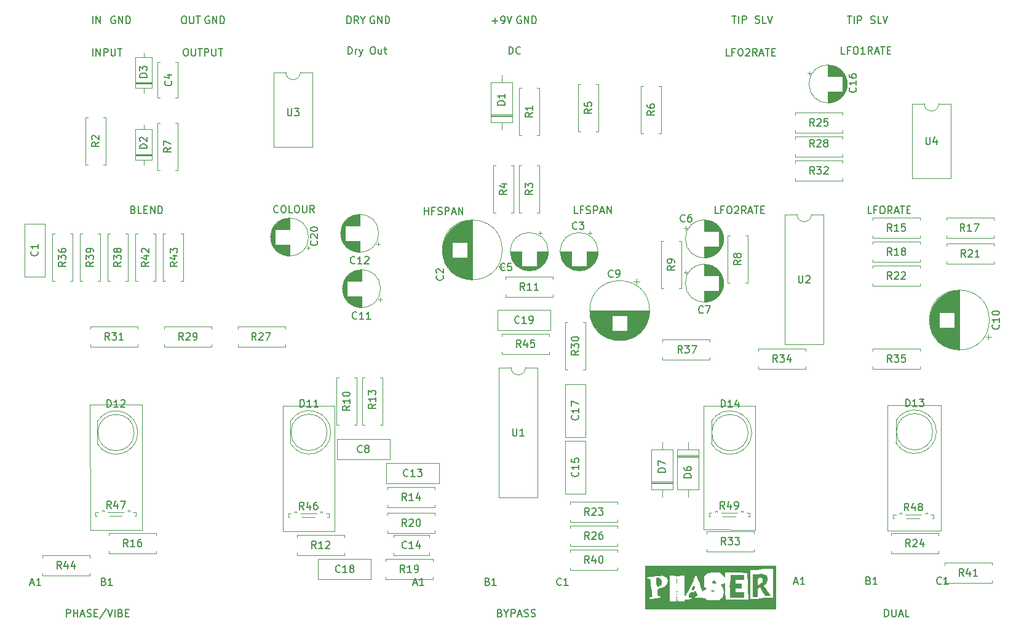
<source format=gbr>
G04 #@! TF.GenerationSoftware,KiCad,Pcbnew,5.1.7*
G04 #@! TF.CreationDate,2020-10-09T10:19:24+01:00*
G04 #@! TF.ProjectId,Phaser,50686173-6572-42e6-9b69-6361645f7063,V2.0*
G04 #@! TF.SameCoordinates,Original*
G04 #@! TF.FileFunction,Legend,Top*
G04 #@! TF.FilePolarity,Positive*
%FSLAX46Y46*%
G04 Gerber Fmt 4.6, Leading zero omitted, Abs format (unit mm)*
G04 Created by KiCad (PCBNEW 5.1.7) date 2020-10-09 10:19:24*
%MOMM*%
%LPD*%
G01*
G04 APERTURE LIST*
%ADD10C,0.150000*%
%ADD11C,0.120000*%
%ADD12C,0.010000*%
G04 APERTURE END LIST*
D10*
X73509428Y-44140380D02*
X73509428Y-43140380D01*
X73985619Y-44140380D02*
X73985619Y-43140380D01*
X74557047Y-44140380D01*
X74557047Y-43140380D01*
X75033238Y-44140380D02*
X75033238Y-43140380D01*
X75414190Y-43140380D01*
X75509428Y-43188000D01*
X75557047Y-43235619D01*
X75604666Y-43330857D01*
X75604666Y-43473714D01*
X75557047Y-43568952D01*
X75509428Y-43616571D01*
X75414190Y-43664190D01*
X75033238Y-43664190D01*
X76033238Y-43140380D02*
X76033238Y-43949904D01*
X76080857Y-44045142D01*
X76128476Y-44092761D01*
X76223714Y-44140380D01*
X76414190Y-44140380D01*
X76509428Y-44092761D01*
X76557047Y-44045142D01*
X76604666Y-43949904D01*
X76604666Y-43140380D01*
X76938000Y-43140380D02*
X77509428Y-43140380D01*
X77223714Y-44140380D02*
X77223714Y-43140380D01*
X86241238Y-43140380D02*
X86431714Y-43140380D01*
X86526952Y-43188000D01*
X86622190Y-43283238D01*
X86669809Y-43473714D01*
X86669809Y-43807047D01*
X86622190Y-43997523D01*
X86526952Y-44092761D01*
X86431714Y-44140380D01*
X86241238Y-44140380D01*
X86146000Y-44092761D01*
X86050761Y-43997523D01*
X86003142Y-43807047D01*
X86003142Y-43473714D01*
X86050761Y-43283238D01*
X86146000Y-43188000D01*
X86241238Y-43140380D01*
X87098380Y-43140380D02*
X87098380Y-43949904D01*
X87146000Y-44045142D01*
X87193619Y-44092761D01*
X87288857Y-44140380D01*
X87479333Y-44140380D01*
X87574571Y-44092761D01*
X87622190Y-44045142D01*
X87669809Y-43949904D01*
X87669809Y-43140380D01*
X88003142Y-43140380D02*
X88574571Y-43140380D01*
X88288857Y-44140380D02*
X88288857Y-43140380D01*
X88907904Y-44140380D02*
X88907904Y-43140380D01*
X89288857Y-43140380D01*
X89384095Y-43188000D01*
X89431714Y-43235619D01*
X89479333Y-43330857D01*
X89479333Y-43473714D01*
X89431714Y-43568952D01*
X89384095Y-43616571D01*
X89288857Y-43664190D01*
X88907904Y-43664190D01*
X89907904Y-43140380D02*
X89907904Y-43949904D01*
X89955523Y-44045142D01*
X90003142Y-44092761D01*
X90098380Y-44140380D01*
X90288857Y-44140380D01*
X90384095Y-44092761D01*
X90431714Y-44045142D01*
X90479333Y-43949904D01*
X90479333Y-43140380D01*
X90812666Y-43140380D02*
X91384095Y-43140380D01*
X91098380Y-44140380D02*
X91098380Y-43140380D01*
X108656761Y-43886380D02*
X108656761Y-42886380D01*
X108894857Y-42886380D01*
X109037714Y-42934000D01*
X109132952Y-43029238D01*
X109180571Y-43124476D01*
X109228190Y-43314952D01*
X109228190Y-43457809D01*
X109180571Y-43648285D01*
X109132952Y-43743523D01*
X109037714Y-43838761D01*
X108894857Y-43886380D01*
X108656761Y-43886380D01*
X109656761Y-43886380D02*
X109656761Y-43219714D01*
X109656761Y-43410190D02*
X109704380Y-43314952D01*
X109752000Y-43267333D01*
X109847238Y-43219714D01*
X109942476Y-43219714D01*
X110180571Y-43219714D02*
X110418666Y-43886380D01*
X110656761Y-43219714D02*
X110418666Y-43886380D01*
X110323428Y-44124476D01*
X110275809Y-44172095D01*
X110180571Y-44219714D01*
X111990095Y-42886380D02*
X112180571Y-42886380D01*
X112275809Y-42934000D01*
X112371047Y-43029238D01*
X112418666Y-43219714D01*
X112418666Y-43553047D01*
X112371047Y-43743523D01*
X112275809Y-43838761D01*
X112180571Y-43886380D01*
X111990095Y-43886380D01*
X111894857Y-43838761D01*
X111799619Y-43743523D01*
X111752000Y-43553047D01*
X111752000Y-43219714D01*
X111799619Y-43029238D01*
X111894857Y-42934000D01*
X111990095Y-42886380D01*
X113275809Y-43219714D02*
X113275809Y-43886380D01*
X112847238Y-43219714D02*
X112847238Y-43743523D01*
X112894857Y-43838761D01*
X112990095Y-43886380D01*
X113132952Y-43886380D01*
X113228190Y-43838761D01*
X113275809Y-43791142D01*
X113609142Y-43219714D02*
X113990095Y-43219714D01*
X113752000Y-42886380D02*
X113752000Y-43743523D01*
X113799619Y-43838761D01*
X113894857Y-43886380D01*
X113990095Y-43886380D01*
X130810095Y-43886380D02*
X130810095Y-42886380D01*
X131048190Y-42886380D01*
X131191047Y-42934000D01*
X131286285Y-43029238D01*
X131333904Y-43124476D01*
X131381523Y-43314952D01*
X131381523Y-43457809D01*
X131333904Y-43648285D01*
X131286285Y-43743523D01*
X131191047Y-43838761D01*
X131048190Y-43886380D01*
X130810095Y-43886380D01*
X132381523Y-43791142D02*
X132333904Y-43838761D01*
X132191047Y-43886380D01*
X132095809Y-43886380D01*
X131952952Y-43838761D01*
X131857714Y-43743523D01*
X131810095Y-43648285D01*
X131762476Y-43457809D01*
X131762476Y-43314952D01*
X131810095Y-43124476D01*
X131857714Y-43029238D01*
X131952952Y-42934000D01*
X132095809Y-42886380D01*
X132191047Y-42886380D01*
X132333904Y-42934000D01*
X132381523Y-42981619D01*
X182530952Y-121356380D02*
X182530952Y-120356380D01*
X182769047Y-120356380D01*
X182911904Y-120404000D01*
X183007142Y-120499238D01*
X183054761Y-120594476D01*
X183102380Y-120784952D01*
X183102380Y-120927809D01*
X183054761Y-121118285D01*
X183007142Y-121213523D01*
X182911904Y-121308761D01*
X182769047Y-121356380D01*
X182530952Y-121356380D01*
X183530952Y-120356380D02*
X183530952Y-121165904D01*
X183578571Y-121261142D01*
X183626190Y-121308761D01*
X183721428Y-121356380D01*
X183911904Y-121356380D01*
X184007142Y-121308761D01*
X184054761Y-121261142D01*
X184102380Y-121165904D01*
X184102380Y-120356380D01*
X184530952Y-121070666D02*
X185007142Y-121070666D01*
X184435714Y-121356380D02*
X184769047Y-120356380D01*
X185102380Y-121356380D01*
X185911904Y-121356380D02*
X185435714Y-121356380D01*
X185435714Y-120356380D01*
X190333333Y-116816142D02*
X190285714Y-116863761D01*
X190142857Y-116911380D01*
X190047619Y-116911380D01*
X189904761Y-116863761D01*
X189809523Y-116768523D01*
X189761904Y-116673285D01*
X189714285Y-116482809D01*
X189714285Y-116339952D01*
X189761904Y-116149476D01*
X189809523Y-116054238D01*
X189904761Y-115959000D01*
X190047619Y-115911380D01*
X190142857Y-115911380D01*
X190285714Y-115959000D01*
X190333333Y-116006619D01*
X191285714Y-116911380D02*
X190714285Y-116911380D01*
X191000000Y-116911380D02*
X191000000Y-115911380D01*
X190904761Y-116054238D01*
X190809523Y-116149476D01*
X190714285Y-116197095D01*
X180316238Y-116387571D02*
X180459095Y-116435190D01*
X180506714Y-116482809D01*
X180554333Y-116578047D01*
X180554333Y-116720904D01*
X180506714Y-116816142D01*
X180459095Y-116863761D01*
X180363857Y-116911380D01*
X179982904Y-116911380D01*
X179982904Y-115911380D01*
X180316238Y-115911380D01*
X180411476Y-115959000D01*
X180459095Y-116006619D01*
X180506714Y-116101857D01*
X180506714Y-116197095D01*
X180459095Y-116292333D01*
X180411476Y-116339952D01*
X180316238Y-116387571D01*
X179982904Y-116387571D01*
X181506714Y-116911380D02*
X180935285Y-116911380D01*
X181221000Y-116911380D02*
X181221000Y-115911380D01*
X181125761Y-116054238D01*
X181030523Y-116149476D01*
X180935285Y-116197095D01*
X170100714Y-116625666D02*
X170576904Y-116625666D01*
X170005476Y-116911380D02*
X170338809Y-115911380D01*
X170672142Y-116911380D01*
X171529285Y-116911380D02*
X170957857Y-116911380D01*
X171243571Y-116911380D02*
X171243571Y-115911380D01*
X171148333Y-116054238D01*
X171053095Y-116149476D01*
X170957857Y-116197095D01*
X129587904Y-120832571D02*
X129730761Y-120880190D01*
X129778380Y-120927809D01*
X129826000Y-121023047D01*
X129826000Y-121165904D01*
X129778380Y-121261142D01*
X129730761Y-121308761D01*
X129635523Y-121356380D01*
X129254571Y-121356380D01*
X129254571Y-120356380D01*
X129587904Y-120356380D01*
X129683142Y-120404000D01*
X129730761Y-120451619D01*
X129778380Y-120546857D01*
X129778380Y-120642095D01*
X129730761Y-120737333D01*
X129683142Y-120784952D01*
X129587904Y-120832571D01*
X129254571Y-120832571D01*
X130445047Y-120880190D02*
X130445047Y-121356380D01*
X130111714Y-120356380D02*
X130445047Y-120880190D01*
X130778380Y-120356380D01*
X131111714Y-121356380D02*
X131111714Y-120356380D01*
X131492666Y-120356380D01*
X131587904Y-120404000D01*
X131635523Y-120451619D01*
X131683142Y-120546857D01*
X131683142Y-120689714D01*
X131635523Y-120784952D01*
X131587904Y-120832571D01*
X131492666Y-120880190D01*
X131111714Y-120880190D01*
X132064095Y-121070666D02*
X132540285Y-121070666D01*
X131968857Y-121356380D02*
X132302190Y-120356380D01*
X132635523Y-121356380D01*
X132921238Y-121308761D02*
X133064095Y-121356380D01*
X133302190Y-121356380D01*
X133397428Y-121308761D01*
X133445047Y-121261142D01*
X133492666Y-121165904D01*
X133492666Y-121070666D01*
X133445047Y-120975428D01*
X133397428Y-120927809D01*
X133302190Y-120880190D01*
X133111714Y-120832571D01*
X133016476Y-120784952D01*
X132968857Y-120737333D01*
X132921238Y-120642095D01*
X132921238Y-120546857D01*
X132968857Y-120451619D01*
X133016476Y-120404000D01*
X133111714Y-120356380D01*
X133349809Y-120356380D01*
X133492666Y-120404000D01*
X133873619Y-121308761D02*
X134016476Y-121356380D01*
X134254571Y-121356380D01*
X134349809Y-121308761D01*
X134397428Y-121261142D01*
X134445047Y-121165904D01*
X134445047Y-121070666D01*
X134397428Y-120975428D01*
X134349809Y-120927809D01*
X134254571Y-120880190D01*
X134064095Y-120832571D01*
X133968857Y-120784952D01*
X133921238Y-120737333D01*
X133873619Y-120642095D01*
X133873619Y-120546857D01*
X133921238Y-120451619D01*
X133968857Y-120404000D01*
X134064095Y-120356380D01*
X134302190Y-120356380D01*
X134445047Y-120404000D01*
X138009333Y-116943142D02*
X137961714Y-116990761D01*
X137818857Y-117038380D01*
X137723619Y-117038380D01*
X137580761Y-116990761D01*
X137485523Y-116895523D01*
X137437904Y-116800285D01*
X137390285Y-116609809D01*
X137390285Y-116466952D01*
X137437904Y-116276476D01*
X137485523Y-116181238D01*
X137580761Y-116086000D01*
X137723619Y-116038380D01*
X137818857Y-116038380D01*
X137961714Y-116086000D01*
X138009333Y-116133619D01*
X138961714Y-117038380D02*
X138390285Y-117038380D01*
X138676000Y-117038380D02*
X138676000Y-116038380D01*
X138580761Y-116181238D01*
X138485523Y-116276476D01*
X138390285Y-116324095D01*
X127865238Y-116514571D02*
X128008095Y-116562190D01*
X128055714Y-116609809D01*
X128103333Y-116705047D01*
X128103333Y-116847904D01*
X128055714Y-116943142D01*
X128008095Y-116990761D01*
X127912857Y-117038380D01*
X127531904Y-117038380D01*
X127531904Y-116038380D01*
X127865238Y-116038380D01*
X127960476Y-116086000D01*
X128008095Y-116133619D01*
X128055714Y-116228857D01*
X128055714Y-116324095D01*
X128008095Y-116419333D01*
X127960476Y-116466952D01*
X127865238Y-116514571D01*
X127531904Y-116514571D01*
X129055714Y-117038380D02*
X128484285Y-117038380D01*
X128770000Y-117038380D02*
X128770000Y-116038380D01*
X128674761Y-116181238D01*
X128579523Y-116276476D01*
X128484285Y-116324095D01*
X117649714Y-116752666D02*
X118125904Y-116752666D01*
X117554476Y-117038380D02*
X117887809Y-116038380D01*
X118221142Y-117038380D01*
X119078285Y-117038380D02*
X118506857Y-117038380D01*
X118792571Y-117038380D02*
X118792571Y-116038380D01*
X118697333Y-116181238D01*
X118602095Y-116276476D01*
X118506857Y-116324095D01*
X69882285Y-121356380D02*
X69882285Y-120356380D01*
X70263238Y-120356380D01*
X70358476Y-120404000D01*
X70406095Y-120451619D01*
X70453714Y-120546857D01*
X70453714Y-120689714D01*
X70406095Y-120784952D01*
X70358476Y-120832571D01*
X70263238Y-120880190D01*
X69882285Y-120880190D01*
X70882285Y-121356380D02*
X70882285Y-120356380D01*
X70882285Y-120832571D02*
X71453714Y-120832571D01*
X71453714Y-121356380D02*
X71453714Y-120356380D01*
X71882285Y-121070666D02*
X72358476Y-121070666D01*
X71787047Y-121356380D02*
X72120380Y-120356380D01*
X72453714Y-121356380D01*
X72739428Y-121308761D02*
X72882285Y-121356380D01*
X73120380Y-121356380D01*
X73215619Y-121308761D01*
X73263238Y-121261142D01*
X73310857Y-121165904D01*
X73310857Y-121070666D01*
X73263238Y-120975428D01*
X73215619Y-120927809D01*
X73120380Y-120880190D01*
X72929904Y-120832571D01*
X72834666Y-120784952D01*
X72787047Y-120737333D01*
X72739428Y-120642095D01*
X72739428Y-120546857D01*
X72787047Y-120451619D01*
X72834666Y-120404000D01*
X72929904Y-120356380D01*
X73168000Y-120356380D01*
X73310857Y-120404000D01*
X73739428Y-120832571D02*
X74072761Y-120832571D01*
X74215619Y-121356380D02*
X73739428Y-121356380D01*
X73739428Y-120356380D01*
X74215619Y-120356380D01*
X75358476Y-120308761D02*
X74501333Y-121594476D01*
X75548952Y-120356380D02*
X75882285Y-121356380D01*
X76215619Y-120356380D01*
X76548952Y-121356380D02*
X76548952Y-120356380D01*
X77358476Y-120832571D02*
X77501333Y-120880190D01*
X77548952Y-120927809D01*
X77596571Y-121023047D01*
X77596571Y-121165904D01*
X77548952Y-121261142D01*
X77501333Y-121308761D01*
X77406095Y-121356380D01*
X77025142Y-121356380D01*
X77025142Y-120356380D01*
X77358476Y-120356380D01*
X77453714Y-120404000D01*
X77501333Y-120451619D01*
X77548952Y-120546857D01*
X77548952Y-120642095D01*
X77501333Y-120737333D01*
X77453714Y-120784952D01*
X77358476Y-120832571D01*
X77025142Y-120832571D01*
X78025142Y-120832571D02*
X78358476Y-120832571D01*
X78501333Y-121356380D02*
X78025142Y-121356380D01*
X78025142Y-120356380D01*
X78501333Y-120356380D01*
X75033238Y-116514571D02*
X75176095Y-116562190D01*
X75223714Y-116609809D01*
X75271333Y-116705047D01*
X75271333Y-116847904D01*
X75223714Y-116943142D01*
X75176095Y-116990761D01*
X75080857Y-117038380D01*
X74699904Y-117038380D01*
X74699904Y-116038380D01*
X75033238Y-116038380D01*
X75128476Y-116086000D01*
X75176095Y-116133619D01*
X75223714Y-116228857D01*
X75223714Y-116324095D01*
X75176095Y-116419333D01*
X75128476Y-116466952D01*
X75033238Y-116514571D01*
X74699904Y-116514571D01*
X76223714Y-117038380D02*
X75652285Y-117038380D01*
X75938000Y-117038380D02*
X75938000Y-116038380D01*
X75842761Y-116181238D01*
X75747523Y-116276476D01*
X75652285Y-116324095D01*
X64944714Y-116752666D02*
X65420904Y-116752666D01*
X64849476Y-117038380D02*
X65182809Y-116038380D01*
X65516142Y-117038380D01*
X66373285Y-117038380D02*
X65801857Y-117038380D01*
X66087571Y-117038380D02*
X66087571Y-116038380D01*
X65992333Y-116181238D01*
X65897095Y-116276476D01*
X65801857Y-116324095D01*
X177078047Y-43886380D02*
X176601857Y-43886380D01*
X176601857Y-42886380D01*
X177744714Y-43362571D02*
X177411380Y-43362571D01*
X177411380Y-43886380D02*
X177411380Y-42886380D01*
X177887571Y-42886380D01*
X178459000Y-42886380D02*
X178649476Y-42886380D01*
X178744714Y-42934000D01*
X178839952Y-43029238D01*
X178887571Y-43219714D01*
X178887571Y-43553047D01*
X178839952Y-43743523D01*
X178744714Y-43838761D01*
X178649476Y-43886380D01*
X178459000Y-43886380D01*
X178363761Y-43838761D01*
X178268523Y-43743523D01*
X178220904Y-43553047D01*
X178220904Y-43219714D01*
X178268523Y-43029238D01*
X178363761Y-42934000D01*
X178459000Y-42886380D01*
X179839952Y-43886380D02*
X179268523Y-43886380D01*
X179554238Y-43886380D02*
X179554238Y-42886380D01*
X179459000Y-43029238D01*
X179363761Y-43124476D01*
X179268523Y-43172095D01*
X180839952Y-43886380D02*
X180506619Y-43410190D01*
X180268523Y-43886380D02*
X180268523Y-42886380D01*
X180649476Y-42886380D01*
X180744714Y-42934000D01*
X180792333Y-42981619D01*
X180839952Y-43076857D01*
X180839952Y-43219714D01*
X180792333Y-43314952D01*
X180744714Y-43362571D01*
X180649476Y-43410190D01*
X180268523Y-43410190D01*
X181220904Y-43600666D02*
X181697095Y-43600666D01*
X181125666Y-43886380D02*
X181459000Y-42886380D01*
X181792333Y-43886380D01*
X181982809Y-42886380D02*
X182554238Y-42886380D01*
X182268523Y-43886380D02*
X182268523Y-42886380D01*
X182887571Y-43362571D02*
X183220904Y-43362571D01*
X183363761Y-43886380D02*
X182887571Y-43886380D01*
X182887571Y-42886380D01*
X183363761Y-42886380D01*
X180617952Y-39647761D02*
X180760809Y-39695380D01*
X180998904Y-39695380D01*
X181094142Y-39647761D01*
X181141761Y-39600142D01*
X181189380Y-39504904D01*
X181189380Y-39409666D01*
X181141761Y-39314428D01*
X181094142Y-39266809D01*
X180998904Y-39219190D01*
X180808428Y-39171571D01*
X180713190Y-39123952D01*
X180665571Y-39076333D01*
X180617952Y-38981095D01*
X180617952Y-38885857D01*
X180665571Y-38790619D01*
X180713190Y-38743000D01*
X180808428Y-38695380D01*
X181046523Y-38695380D01*
X181189380Y-38743000D01*
X182094142Y-39695380D02*
X181617952Y-39695380D01*
X181617952Y-38695380D01*
X182284619Y-38695380D02*
X182617952Y-39695380D01*
X182951285Y-38695380D01*
X177411190Y-38695380D02*
X177982619Y-38695380D01*
X177696904Y-39695380D02*
X177696904Y-38695380D01*
X178315952Y-39695380D02*
X178315952Y-38695380D01*
X178792142Y-39695380D02*
X178792142Y-38695380D01*
X179173095Y-38695380D01*
X179268333Y-38743000D01*
X179315952Y-38790619D01*
X179363571Y-38885857D01*
X179363571Y-39028714D01*
X179315952Y-39123952D01*
X179268333Y-39171571D01*
X179173095Y-39219190D01*
X178792142Y-39219190D01*
X161203047Y-44140380D02*
X160726857Y-44140380D01*
X160726857Y-43140380D01*
X161869714Y-43616571D02*
X161536380Y-43616571D01*
X161536380Y-44140380D02*
X161536380Y-43140380D01*
X162012571Y-43140380D01*
X162584000Y-43140380D02*
X162774476Y-43140380D01*
X162869714Y-43188000D01*
X162964952Y-43283238D01*
X163012571Y-43473714D01*
X163012571Y-43807047D01*
X162964952Y-43997523D01*
X162869714Y-44092761D01*
X162774476Y-44140380D01*
X162584000Y-44140380D01*
X162488761Y-44092761D01*
X162393523Y-43997523D01*
X162345904Y-43807047D01*
X162345904Y-43473714D01*
X162393523Y-43283238D01*
X162488761Y-43188000D01*
X162584000Y-43140380D01*
X163393523Y-43235619D02*
X163441142Y-43188000D01*
X163536380Y-43140380D01*
X163774476Y-43140380D01*
X163869714Y-43188000D01*
X163917333Y-43235619D01*
X163964952Y-43330857D01*
X163964952Y-43426095D01*
X163917333Y-43568952D01*
X163345904Y-44140380D01*
X163964952Y-44140380D01*
X164964952Y-44140380D02*
X164631619Y-43664190D01*
X164393523Y-44140380D02*
X164393523Y-43140380D01*
X164774476Y-43140380D01*
X164869714Y-43188000D01*
X164917333Y-43235619D01*
X164964952Y-43330857D01*
X164964952Y-43473714D01*
X164917333Y-43568952D01*
X164869714Y-43616571D01*
X164774476Y-43664190D01*
X164393523Y-43664190D01*
X165345904Y-43854666D02*
X165822095Y-43854666D01*
X165250666Y-44140380D02*
X165584000Y-43140380D01*
X165917333Y-44140380D01*
X166107809Y-43140380D02*
X166679238Y-43140380D01*
X166393523Y-44140380D02*
X166393523Y-43140380D01*
X167012571Y-43616571D02*
X167345904Y-43616571D01*
X167488761Y-44140380D02*
X167012571Y-44140380D01*
X167012571Y-43140380D01*
X167488761Y-43140380D01*
X164742952Y-39584761D02*
X164885809Y-39632380D01*
X165123904Y-39632380D01*
X165219142Y-39584761D01*
X165266761Y-39537142D01*
X165314380Y-39441904D01*
X165314380Y-39346666D01*
X165266761Y-39251428D01*
X165219142Y-39203809D01*
X165123904Y-39156190D01*
X164933428Y-39108571D01*
X164838190Y-39060952D01*
X164790571Y-39013333D01*
X164742952Y-38918095D01*
X164742952Y-38822857D01*
X164790571Y-38727619D01*
X164838190Y-38680000D01*
X164933428Y-38632380D01*
X165171523Y-38632380D01*
X165314380Y-38680000D01*
X166219142Y-39632380D02*
X165742952Y-39632380D01*
X165742952Y-38632380D01*
X166409619Y-38632380D02*
X166742952Y-39632380D01*
X167076285Y-38632380D01*
X161536190Y-38642380D02*
X162107619Y-38642380D01*
X161821904Y-39642380D02*
X161821904Y-38642380D01*
X162440952Y-39642380D02*
X162440952Y-38642380D01*
X162917142Y-39642380D02*
X162917142Y-38642380D01*
X163298095Y-38642380D01*
X163393333Y-38690000D01*
X163440952Y-38737619D01*
X163488571Y-38832857D01*
X163488571Y-38975714D01*
X163440952Y-39070952D01*
X163393333Y-39118571D01*
X163298095Y-39166190D01*
X162917142Y-39166190D01*
X132461095Y-38743000D02*
X132365857Y-38695380D01*
X132223000Y-38695380D01*
X132080142Y-38743000D01*
X131984904Y-38838238D01*
X131937285Y-38933476D01*
X131889666Y-39123952D01*
X131889666Y-39266809D01*
X131937285Y-39457285D01*
X131984904Y-39552523D01*
X132080142Y-39647761D01*
X132223000Y-39695380D01*
X132318238Y-39695380D01*
X132461095Y-39647761D01*
X132508714Y-39600142D01*
X132508714Y-39266809D01*
X132318238Y-39266809D01*
X132937285Y-39695380D02*
X132937285Y-38695380D01*
X133508714Y-39695380D01*
X133508714Y-38695380D01*
X133984904Y-39695380D02*
X133984904Y-38695380D01*
X134223000Y-38695380D01*
X134365857Y-38743000D01*
X134461095Y-38838238D01*
X134508714Y-38933476D01*
X134556333Y-39123952D01*
X134556333Y-39266809D01*
X134508714Y-39457285D01*
X134461095Y-39552523D01*
X134365857Y-39647761D01*
X134223000Y-39695380D01*
X133984904Y-39695380D01*
X128508285Y-39314428D02*
X129270190Y-39314428D01*
X128889238Y-39695380D02*
X128889238Y-38933476D01*
X129794000Y-39695380D02*
X129984476Y-39695380D01*
X130079714Y-39647761D01*
X130127333Y-39600142D01*
X130222571Y-39457285D01*
X130270190Y-39266809D01*
X130270190Y-38885857D01*
X130222571Y-38790619D01*
X130174952Y-38743000D01*
X130079714Y-38695380D01*
X129889238Y-38695380D01*
X129794000Y-38743000D01*
X129746380Y-38790619D01*
X129698761Y-38885857D01*
X129698761Y-39123952D01*
X129746380Y-39219190D01*
X129794000Y-39266809D01*
X129889238Y-39314428D01*
X130079714Y-39314428D01*
X130174952Y-39266809D01*
X130222571Y-39219190D01*
X130270190Y-39123952D01*
X130555904Y-38695380D02*
X130889238Y-39695380D01*
X131222571Y-38695380D01*
X112268095Y-38743000D02*
X112172857Y-38695380D01*
X112030000Y-38695380D01*
X111887142Y-38743000D01*
X111791904Y-38838238D01*
X111744285Y-38933476D01*
X111696666Y-39123952D01*
X111696666Y-39266809D01*
X111744285Y-39457285D01*
X111791904Y-39552523D01*
X111887142Y-39647761D01*
X112030000Y-39695380D01*
X112125238Y-39695380D01*
X112268095Y-39647761D01*
X112315714Y-39600142D01*
X112315714Y-39266809D01*
X112125238Y-39266809D01*
X112744285Y-39695380D02*
X112744285Y-38695380D01*
X113315714Y-39695380D01*
X113315714Y-38695380D01*
X113791904Y-39695380D02*
X113791904Y-38695380D01*
X114030000Y-38695380D01*
X114172857Y-38743000D01*
X114268095Y-38838238D01*
X114315714Y-38933476D01*
X114363333Y-39123952D01*
X114363333Y-39266809D01*
X114315714Y-39457285D01*
X114268095Y-39552523D01*
X114172857Y-39647761D01*
X114030000Y-39695380D01*
X113791904Y-39695380D01*
X108537523Y-39695380D02*
X108537523Y-38695380D01*
X108775619Y-38695380D01*
X108918476Y-38743000D01*
X109013714Y-38838238D01*
X109061333Y-38933476D01*
X109108952Y-39123952D01*
X109108952Y-39266809D01*
X109061333Y-39457285D01*
X109013714Y-39552523D01*
X108918476Y-39647761D01*
X108775619Y-39695380D01*
X108537523Y-39695380D01*
X110108952Y-39695380D02*
X109775619Y-39219190D01*
X109537523Y-39695380D02*
X109537523Y-38695380D01*
X109918476Y-38695380D01*
X110013714Y-38743000D01*
X110061333Y-38790619D01*
X110108952Y-38885857D01*
X110108952Y-39028714D01*
X110061333Y-39123952D01*
X110013714Y-39171571D01*
X109918476Y-39219190D01*
X109537523Y-39219190D01*
X110728000Y-39219190D02*
X110728000Y-39695380D01*
X110394666Y-38695380D02*
X110728000Y-39219190D01*
X111061333Y-38695380D01*
X89535095Y-38743000D02*
X89439857Y-38695380D01*
X89297000Y-38695380D01*
X89154142Y-38743000D01*
X89058904Y-38838238D01*
X89011285Y-38933476D01*
X88963666Y-39123952D01*
X88963666Y-39266809D01*
X89011285Y-39457285D01*
X89058904Y-39552523D01*
X89154142Y-39647761D01*
X89297000Y-39695380D01*
X89392238Y-39695380D01*
X89535095Y-39647761D01*
X89582714Y-39600142D01*
X89582714Y-39266809D01*
X89392238Y-39266809D01*
X90011285Y-39695380D02*
X90011285Y-38695380D01*
X90582714Y-39695380D01*
X90582714Y-38695380D01*
X91058904Y-39695380D02*
X91058904Y-38695380D01*
X91297000Y-38695380D01*
X91439857Y-38743000D01*
X91535095Y-38838238D01*
X91582714Y-38933476D01*
X91630333Y-39123952D01*
X91630333Y-39266809D01*
X91582714Y-39457285D01*
X91535095Y-39552523D01*
X91439857Y-39647761D01*
X91297000Y-39695380D01*
X91058904Y-39695380D01*
X85995000Y-38695380D02*
X86185476Y-38695380D01*
X86280714Y-38743000D01*
X86375952Y-38838238D01*
X86423571Y-39028714D01*
X86423571Y-39362047D01*
X86375952Y-39552523D01*
X86280714Y-39647761D01*
X86185476Y-39695380D01*
X85995000Y-39695380D01*
X85899761Y-39647761D01*
X85804523Y-39552523D01*
X85756904Y-39362047D01*
X85756904Y-39028714D01*
X85804523Y-38838238D01*
X85899761Y-38743000D01*
X85995000Y-38695380D01*
X86852142Y-38695380D02*
X86852142Y-39504904D01*
X86899761Y-39600142D01*
X86947380Y-39647761D01*
X87042619Y-39695380D01*
X87233095Y-39695380D01*
X87328333Y-39647761D01*
X87375952Y-39600142D01*
X87423571Y-39504904D01*
X87423571Y-38695380D01*
X87756904Y-38695380D02*
X88328333Y-38695380D01*
X88042619Y-39695380D02*
X88042619Y-38695380D01*
X76581095Y-38743000D02*
X76485857Y-38695380D01*
X76343000Y-38695380D01*
X76200142Y-38743000D01*
X76104904Y-38838238D01*
X76057285Y-38933476D01*
X76009666Y-39123952D01*
X76009666Y-39266809D01*
X76057285Y-39457285D01*
X76104904Y-39552523D01*
X76200142Y-39647761D01*
X76343000Y-39695380D01*
X76438238Y-39695380D01*
X76581095Y-39647761D01*
X76628714Y-39600142D01*
X76628714Y-39266809D01*
X76438238Y-39266809D01*
X77057285Y-39695380D02*
X77057285Y-38695380D01*
X77628714Y-39695380D01*
X77628714Y-38695380D01*
X78104904Y-39695380D02*
X78104904Y-38695380D01*
X78343000Y-38695380D01*
X78485857Y-38743000D01*
X78581095Y-38838238D01*
X78628714Y-38933476D01*
X78676333Y-39123952D01*
X78676333Y-39266809D01*
X78628714Y-39457285D01*
X78581095Y-39552523D01*
X78485857Y-39647761D01*
X78343000Y-39695380D01*
X78104904Y-39695380D01*
X73517190Y-39695380D02*
X73517190Y-38695380D01*
X73993380Y-39695380D02*
X73993380Y-38695380D01*
X74564809Y-39695380D01*
X74564809Y-38695380D01*
X79089476Y-65333571D02*
X79232333Y-65381190D01*
X79279952Y-65428809D01*
X79327571Y-65524047D01*
X79327571Y-65666904D01*
X79279952Y-65762142D01*
X79232333Y-65809761D01*
X79137095Y-65857380D01*
X78756142Y-65857380D01*
X78756142Y-64857380D01*
X79089476Y-64857380D01*
X79184714Y-64905000D01*
X79232333Y-64952619D01*
X79279952Y-65047857D01*
X79279952Y-65143095D01*
X79232333Y-65238333D01*
X79184714Y-65285952D01*
X79089476Y-65333571D01*
X78756142Y-65333571D01*
X80232333Y-65857380D02*
X79756142Y-65857380D01*
X79756142Y-64857380D01*
X80565666Y-65333571D02*
X80899000Y-65333571D01*
X81041857Y-65857380D02*
X80565666Y-65857380D01*
X80565666Y-64857380D01*
X81041857Y-64857380D01*
X81470428Y-65857380D02*
X81470428Y-64857380D01*
X82041857Y-65857380D01*
X82041857Y-64857380D01*
X82518047Y-65857380D02*
X82518047Y-64857380D01*
X82756142Y-64857380D01*
X82899000Y-64905000D01*
X82994238Y-65000238D01*
X83041857Y-65095476D01*
X83089476Y-65285952D01*
X83089476Y-65428809D01*
X83041857Y-65619285D01*
X82994238Y-65714523D01*
X82899000Y-65809761D01*
X82756142Y-65857380D01*
X82518047Y-65857380D01*
X99052333Y-65635142D02*
X99004714Y-65682761D01*
X98861857Y-65730380D01*
X98766619Y-65730380D01*
X98623761Y-65682761D01*
X98528523Y-65587523D01*
X98480904Y-65492285D01*
X98433285Y-65301809D01*
X98433285Y-65158952D01*
X98480904Y-64968476D01*
X98528523Y-64873238D01*
X98623761Y-64778000D01*
X98766619Y-64730380D01*
X98861857Y-64730380D01*
X99004714Y-64778000D01*
X99052333Y-64825619D01*
X99671380Y-64730380D02*
X99861857Y-64730380D01*
X99957095Y-64778000D01*
X100052333Y-64873238D01*
X100099952Y-65063714D01*
X100099952Y-65397047D01*
X100052333Y-65587523D01*
X99957095Y-65682761D01*
X99861857Y-65730380D01*
X99671380Y-65730380D01*
X99576142Y-65682761D01*
X99480904Y-65587523D01*
X99433285Y-65397047D01*
X99433285Y-65063714D01*
X99480904Y-64873238D01*
X99576142Y-64778000D01*
X99671380Y-64730380D01*
X101004714Y-65730380D02*
X100528523Y-65730380D01*
X100528523Y-64730380D01*
X101528523Y-64730380D02*
X101719000Y-64730380D01*
X101814238Y-64778000D01*
X101909476Y-64873238D01*
X101957095Y-65063714D01*
X101957095Y-65397047D01*
X101909476Y-65587523D01*
X101814238Y-65682761D01*
X101719000Y-65730380D01*
X101528523Y-65730380D01*
X101433285Y-65682761D01*
X101338047Y-65587523D01*
X101290428Y-65397047D01*
X101290428Y-65063714D01*
X101338047Y-64873238D01*
X101433285Y-64778000D01*
X101528523Y-64730380D01*
X102385666Y-64730380D02*
X102385666Y-65539904D01*
X102433285Y-65635142D01*
X102480904Y-65682761D01*
X102576142Y-65730380D01*
X102766619Y-65730380D01*
X102861857Y-65682761D01*
X102909476Y-65635142D01*
X102957095Y-65539904D01*
X102957095Y-64730380D01*
X104004714Y-65730380D02*
X103671380Y-65254190D01*
X103433285Y-65730380D02*
X103433285Y-64730380D01*
X103814238Y-64730380D01*
X103909476Y-64778000D01*
X103957095Y-64825619D01*
X104004714Y-64920857D01*
X104004714Y-65063714D01*
X103957095Y-65158952D01*
X103909476Y-65206571D01*
X103814238Y-65254190D01*
X103433285Y-65254190D01*
X119150142Y-65984380D02*
X119150142Y-64984380D01*
X119150142Y-65460571D02*
X119721571Y-65460571D01*
X119721571Y-65984380D02*
X119721571Y-64984380D01*
X120531095Y-65460571D02*
X120197761Y-65460571D01*
X120197761Y-65984380D02*
X120197761Y-64984380D01*
X120673952Y-64984380D01*
X121007285Y-65936761D02*
X121150142Y-65984380D01*
X121388238Y-65984380D01*
X121483476Y-65936761D01*
X121531095Y-65889142D01*
X121578714Y-65793904D01*
X121578714Y-65698666D01*
X121531095Y-65603428D01*
X121483476Y-65555809D01*
X121388238Y-65508190D01*
X121197761Y-65460571D01*
X121102523Y-65412952D01*
X121054904Y-65365333D01*
X121007285Y-65270095D01*
X121007285Y-65174857D01*
X121054904Y-65079619D01*
X121102523Y-65032000D01*
X121197761Y-64984380D01*
X121435857Y-64984380D01*
X121578714Y-65032000D01*
X122007285Y-65984380D02*
X122007285Y-64984380D01*
X122388238Y-64984380D01*
X122483476Y-65032000D01*
X122531095Y-65079619D01*
X122578714Y-65174857D01*
X122578714Y-65317714D01*
X122531095Y-65412952D01*
X122483476Y-65460571D01*
X122388238Y-65508190D01*
X122007285Y-65508190D01*
X122959666Y-65698666D02*
X123435857Y-65698666D01*
X122864428Y-65984380D02*
X123197761Y-64984380D01*
X123531095Y-65984380D01*
X123864428Y-65984380D02*
X123864428Y-64984380D01*
X124435857Y-65984380D01*
X124435857Y-64984380D01*
X140319380Y-65857380D02*
X139843190Y-65857380D01*
X139843190Y-64857380D01*
X140986047Y-65333571D02*
X140652714Y-65333571D01*
X140652714Y-65857380D02*
X140652714Y-64857380D01*
X141128904Y-64857380D01*
X141462238Y-65809761D02*
X141605095Y-65857380D01*
X141843190Y-65857380D01*
X141938428Y-65809761D01*
X141986047Y-65762142D01*
X142033666Y-65666904D01*
X142033666Y-65571666D01*
X141986047Y-65476428D01*
X141938428Y-65428809D01*
X141843190Y-65381190D01*
X141652714Y-65333571D01*
X141557476Y-65285952D01*
X141509857Y-65238333D01*
X141462238Y-65143095D01*
X141462238Y-65047857D01*
X141509857Y-64952619D01*
X141557476Y-64905000D01*
X141652714Y-64857380D01*
X141890809Y-64857380D01*
X142033666Y-64905000D01*
X142462238Y-65857380D02*
X142462238Y-64857380D01*
X142843190Y-64857380D01*
X142938428Y-64905000D01*
X142986047Y-64952619D01*
X143033666Y-65047857D01*
X143033666Y-65190714D01*
X142986047Y-65285952D01*
X142938428Y-65333571D01*
X142843190Y-65381190D01*
X142462238Y-65381190D01*
X143414619Y-65571666D02*
X143890809Y-65571666D01*
X143319380Y-65857380D02*
X143652714Y-64857380D01*
X143986047Y-65857380D01*
X144319380Y-65857380D02*
X144319380Y-64857380D01*
X144890809Y-65857380D01*
X144890809Y-64857380D01*
X159679047Y-65857380D02*
X159202857Y-65857380D01*
X159202857Y-64857380D01*
X160345714Y-65333571D02*
X160012380Y-65333571D01*
X160012380Y-65857380D02*
X160012380Y-64857380D01*
X160488571Y-64857380D01*
X161060000Y-64857380D02*
X161250476Y-64857380D01*
X161345714Y-64905000D01*
X161440952Y-65000238D01*
X161488571Y-65190714D01*
X161488571Y-65524047D01*
X161440952Y-65714523D01*
X161345714Y-65809761D01*
X161250476Y-65857380D01*
X161060000Y-65857380D01*
X160964761Y-65809761D01*
X160869523Y-65714523D01*
X160821904Y-65524047D01*
X160821904Y-65190714D01*
X160869523Y-65000238D01*
X160964761Y-64905000D01*
X161060000Y-64857380D01*
X161869523Y-64952619D02*
X161917142Y-64905000D01*
X162012380Y-64857380D01*
X162250476Y-64857380D01*
X162345714Y-64905000D01*
X162393333Y-64952619D01*
X162440952Y-65047857D01*
X162440952Y-65143095D01*
X162393333Y-65285952D01*
X161821904Y-65857380D01*
X162440952Y-65857380D01*
X163440952Y-65857380D02*
X163107619Y-65381190D01*
X162869523Y-65857380D02*
X162869523Y-64857380D01*
X163250476Y-64857380D01*
X163345714Y-64905000D01*
X163393333Y-64952619D01*
X163440952Y-65047857D01*
X163440952Y-65190714D01*
X163393333Y-65285952D01*
X163345714Y-65333571D01*
X163250476Y-65381190D01*
X162869523Y-65381190D01*
X163821904Y-65571666D02*
X164298095Y-65571666D01*
X163726666Y-65857380D02*
X164060000Y-64857380D01*
X164393333Y-65857380D01*
X164583809Y-64857380D02*
X165155238Y-64857380D01*
X164869523Y-65857380D02*
X164869523Y-64857380D01*
X165488571Y-65333571D02*
X165821904Y-65333571D01*
X165964761Y-65857380D02*
X165488571Y-65857380D01*
X165488571Y-64857380D01*
X165964761Y-64857380D01*
X180729238Y-65857380D02*
X180253047Y-65857380D01*
X180253047Y-64857380D01*
X181395904Y-65333571D02*
X181062571Y-65333571D01*
X181062571Y-65857380D02*
X181062571Y-64857380D01*
X181538761Y-64857380D01*
X182110190Y-64857380D02*
X182300666Y-64857380D01*
X182395904Y-64905000D01*
X182491142Y-65000238D01*
X182538761Y-65190714D01*
X182538761Y-65524047D01*
X182491142Y-65714523D01*
X182395904Y-65809761D01*
X182300666Y-65857380D01*
X182110190Y-65857380D01*
X182014952Y-65809761D01*
X181919714Y-65714523D01*
X181872095Y-65524047D01*
X181872095Y-65190714D01*
X181919714Y-65000238D01*
X182014952Y-64905000D01*
X182110190Y-64857380D01*
X183538761Y-65857380D02*
X183205428Y-65381190D01*
X182967333Y-65857380D02*
X182967333Y-64857380D01*
X183348285Y-64857380D01*
X183443523Y-64905000D01*
X183491142Y-64952619D01*
X183538761Y-65047857D01*
X183538761Y-65190714D01*
X183491142Y-65285952D01*
X183443523Y-65333571D01*
X183348285Y-65381190D01*
X182967333Y-65381190D01*
X183919714Y-65571666D02*
X184395904Y-65571666D01*
X183824476Y-65857380D02*
X184157809Y-64857380D01*
X184491142Y-65857380D01*
X184681619Y-64857380D02*
X185253047Y-64857380D01*
X184967333Y-65857380D02*
X184967333Y-64857380D01*
X185586380Y-65333571D02*
X185919714Y-65333571D01*
X186062571Y-65857380D02*
X185586380Y-65857380D01*
X185586380Y-64857380D01*
X186062571Y-64857380D01*
D11*
X182952000Y-109497000D02*
X182952000Y-92225000D01*
X190318000Y-109497000D02*
X182952000Y-109497000D01*
X190318000Y-92225000D02*
X190318000Y-109497000D01*
X182952000Y-92225000D02*
X190318000Y-92225000D01*
X157607000Y-109347000D02*
X157607000Y-92329000D01*
X157734000Y-109347000D02*
X157607000Y-109347000D01*
X157861000Y-109347000D02*
X157734000Y-109347000D01*
X164719000Y-109474000D02*
X157861000Y-109347000D01*
X164719000Y-92329000D02*
X164719000Y-109474000D01*
X157607000Y-92329000D02*
X164719000Y-92329000D01*
X99695000Y-109601000D02*
X99695000Y-92329000D01*
X99822000Y-109601000D02*
X99695000Y-109601000D01*
X100076000Y-109601000D02*
X99822000Y-109601000D01*
X100330000Y-109601000D02*
X100076000Y-109601000D01*
X106807000Y-109601000D02*
X100330000Y-109601000D01*
X106807000Y-92329000D02*
X106807000Y-109601000D01*
X99695000Y-92329000D02*
X106807000Y-92329000D01*
X73177400Y-109474000D02*
X73126600Y-92176600D01*
X80264000Y-109423200D02*
X73177400Y-109474000D01*
X80264000Y-92176600D02*
X80264000Y-109423200D01*
X73126600Y-92176600D02*
X80264000Y-92176600D01*
D12*
G36*
X167470667Y-120311333D02*
G01*
X149521334Y-120311333D01*
X149521334Y-115957938D01*
X149692493Y-115957938D01*
X149717205Y-116041259D01*
X149901709Y-116134480D01*
X149944667Y-116149980D01*
X150120487Y-116231183D01*
X150198444Y-116306581D01*
X150198667Y-116309647D01*
X150208620Y-116417044D01*
X150235723Y-116656944D01*
X150275840Y-116993862D01*
X150324836Y-117392311D01*
X150324990Y-117393551D01*
X150374032Y-117791472D01*
X150414313Y-118127312D01*
X150441682Y-118365829D01*
X150451989Y-118471781D01*
X150451990Y-118471929D01*
X150382840Y-118546944D01*
X150241000Y-118618000D01*
X150083219Y-118724418D01*
X150029334Y-118836994D01*
X150065064Y-118928205D01*
X150200029Y-118943005D01*
X150304500Y-118928377D01*
X150534809Y-118895096D01*
X150857791Y-118855819D01*
X151152344Y-118824299D01*
X151523555Y-118772392D01*
X151728196Y-118707370D01*
X151765540Y-118629776D01*
X151634858Y-118540152D01*
X151569663Y-118513580D01*
X151378784Y-118399215D01*
X151284492Y-118205331D01*
X151266524Y-118115848D01*
X151223561Y-117811814D01*
X151236333Y-117630911D01*
X151328730Y-117529957D01*
X151524642Y-117465770D01*
X151640401Y-117440061D01*
X152097076Y-117298465D01*
X152413650Y-117092996D01*
X152612030Y-116809053D01*
X152622154Y-116785625D01*
X152700656Y-116416113D01*
X152629771Y-116090587D01*
X152428740Y-115837579D01*
X152116804Y-115685622D01*
X151860434Y-115654667D01*
X152823334Y-115654667D01*
X152823334Y-119295333D01*
X153839334Y-119295333D01*
X153854125Y-118935500D01*
X153868917Y-118575667D01*
X153901327Y-118935500D01*
X153933736Y-119295333D01*
X154469794Y-119295333D01*
X154764447Y-119288927D01*
X154925615Y-119263004D01*
X154988882Y-119207509D01*
X154994093Y-119147167D01*
X155015526Y-119060378D01*
X155121049Y-119009374D01*
X155346535Y-118981049D01*
X155469167Y-118973608D01*
X155765705Y-118944953D01*
X155919107Y-118893099D01*
X155956000Y-118825441D01*
X155885763Y-118724936D01*
X155791664Y-118702667D01*
X155610282Y-118649980D01*
X155560111Y-118491231D01*
X155619450Y-118274223D01*
X155725613Y-118097171D01*
X155887180Y-118031230D01*
X156008605Y-118025333D01*
X156219232Y-117998220D01*
X156293662Y-117908910D01*
X156294667Y-117891278D01*
X156327866Y-117784230D01*
X156409229Y-117806921D01*
X156511405Y-117937527D01*
X156600705Y-118135471D01*
X156663141Y-118338893D01*
X156651172Y-118438031D01*
X156550078Y-118487070D01*
X156501742Y-118499718D01*
X156345042Y-118580057D01*
X156294667Y-118669512D01*
X156333864Y-118729932D01*
X156469328Y-118766651D01*
X156727865Y-118784139D01*
X157001211Y-118787333D01*
X157364458Y-118793345D01*
X157600028Y-118816818D01*
X157749318Y-118865904D01*
X157853728Y-118948757D01*
X157861000Y-118956667D01*
X157950631Y-119034336D01*
X158074148Y-119084150D01*
X158267551Y-119112048D01*
X158566838Y-119123970D01*
X158887300Y-119126000D01*
X159760356Y-119126000D01*
X160059511Y-118826844D01*
X160218224Y-118657108D01*
X160307844Y-118508734D01*
X160348024Y-118323544D01*
X160358418Y-118043359D01*
X160358667Y-117941271D01*
X160351978Y-117620426D01*
X160321663Y-117415604D01*
X160252352Y-117273697D01*
X160128675Y-117141594D01*
X160126699Y-117139760D01*
X159984744Y-117000040D01*
X159962201Y-116939012D01*
X160050271Y-116924751D01*
X160067432Y-116924666D01*
X160260353Y-116877446D01*
X160341733Y-116823067D01*
X160387831Y-116774833D01*
X160420482Y-116753990D01*
X160443508Y-116784042D01*
X160460727Y-116888496D01*
X160475961Y-117090856D01*
X160493029Y-117414627D01*
X160515752Y-117883314D01*
X160516486Y-117898333D01*
X160570334Y-118999000D01*
X162167215Y-119022069D01*
X163764097Y-119045139D01*
X163706093Y-117286403D01*
X163686678Y-116749840D01*
X163665883Y-116264802D01*
X163645158Y-115859013D01*
X163625954Y-115560199D01*
X163609721Y-115396084D01*
X163606339Y-115379500D01*
X163577981Y-115327017D01*
X163511462Y-115288529D01*
X163383735Y-115261903D01*
X163171752Y-115245010D01*
X162852465Y-115235718D01*
X162402826Y-115231896D01*
X162003961Y-115231333D01*
X160443334Y-115231333D01*
X160443334Y-115858366D01*
X160122264Y-115544849D01*
X159801194Y-115231333D01*
X158982210Y-115231333D01*
X158600745Y-115233883D01*
X158345016Y-115248359D01*
X158171434Y-115285005D01*
X158036411Y-115354063D01*
X157896357Y-115465776D01*
X157863946Y-115494104D01*
X157717097Y-115629357D01*
X157628410Y-115748973D01*
X157583220Y-115900022D01*
X157566861Y-116129572D01*
X157564667Y-116454648D01*
X157570611Y-116814184D01*
X157594176Y-117046861D01*
X157643962Y-117194914D01*
X157728568Y-117300579D01*
X157738844Y-117310050D01*
X157913021Y-117467678D01*
X157736853Y-117532848D01*
X157564064Y-117661732D01*
X157496434Y-117771699D01*
X157457798Y-117804178D01*
X157398092Y-117728507D01*
X157310856Y-117530388D01*
X157189630Y-117195521D01*
X157057438Y-116800024D01*
X156906453Y-116346033D01*
X156792873Y-116029694D01*
X156704635Y-115826715D01*
X156629675Y-115712804D01*
X156555930Y-115663666D01*
X156488679Y-115654666D01*
X156343402Y-115691090D01*
X156292792Y-115831961D01*
X156290225Y-115887500D01*
X156254591Y-116044468D01*
X156160904Y-116295688D01*
X156023228Y-116613654D01*
X155855626Y-116970859D01*
X155672160Y-117339797D01*
X155486893Y-117692962D01*
X155313889Y-118002848D01*
X155167210Y-118241949D01*
X155060920Y-118382757D01*
X155009080Y-118397768D01*
X155008238Y-118394988D01*
X154994242Y-118254537D01*
X154984804Y-117979089D01*
X154980483Y-117602936D01*
X154981836Y-117160365D01*
X154984555Y-116941586D01*
X155004407Y-115654667D01*
X154464204Y-115654667D01*
X154131335Y-115668646D01*
X153954384Y-115712032D01*
X153917316Y-115760500D01*
X153900297Y-115822892D01*
X153867927Y-115760500D01*
X153753822Y-115692948D01*
X153489472Y-115658509D01*
X153324278Y-115654667D01*
X152823334Y-115654667D01*
X151860434Y-115654667D01*
X151859415Y-115654544D01*
X151627128Y-115663741D01*
X151280741Y-115688624D01*
X150874313Y-115724962D01*
X150600834Y-115753015D01*
X150131934Y-115815251D01*
X149829945Y-115883081D01*
X149692493Y-115957938D01*
X149521334Y-115957938D01*
X149521334Y-114892667D01*
X163914667Y-114892667D01*
X163914667Y-118956667D01*
X164592000Y-118956667D01*
X164927432Y-118946764D01*
X165163147Y-118919731D01*
X165267076Y-118879574D01*
X165269334Y-118872000D01*
X165350293Y-118833798D01*
X165578746Y-118805842D01*
X165933055Y-118790099D01*
X166200667Y-118787333D01*
X167132000Y-118787333D01*
X167132000Y-114723333D01*
X166158334Y-114723333D01*
X165725095Y-114730391D01*
X165406269Y-114750377D01*
X165222301Y-114781516D01*
X165184667Y-114808000D01*
X165105875Y-114850661D01*
X164892589Y-114880396D01*
X164579445Y-114892587D01*
X164549667Y-114892667D01*
X163914667Y-114892667D01*
X149521334Y-114892667D01*
X149521334Y-114384667D01*
X167470667Y-114384667D01*
X167470667Y-120311333D01*
G37*
X167470667Y-120311333D02*
X149521334Y-120311333D01*
X149521334Y-115957938D01*
X149692493Y-115957938D01*
X149717205Y-116041259D01*
X149901709Y-116134480D01*
X149944667Y-116149980D01*
X150120487Y-116231183D01*
X150198444Y-116306581D01*
X150198667Y-116309647D01*
X150208620Y-116417044D01*
X150235723Y-116656944D01*
X150275840Y-116993862D01*
X150324836Y-117392311D01*
X150324990Y-117393551D01*
X150374032Y-117791472D01*
X150414313Y-118127312D01*
X150441682Y-118365829D01*
X150451989Y-118471781D01*
X150451990Y-118471929D01*
X150382840Y-118546944D01*
X150241000Y-118618000D01*
X150083219Y-118724418D01*
X150029334Y-118836994D01*
X150065064Y-118928205D01*
X150200029Y-118943005D01*
X150304500Y-118928377D01*
X150534809Y-118895096D01*
X150857791Y-118855819D01*
X151152344Y-118824299D01*
X151523555Y-118772392D01*
X151728196Y-118707370D01*
X151765540Y-118629776D01*
X151634858Y-118540152D01*
X151569663Y-118513580D01*
X151378784Y-118399215D01*
X151284492Y-118205331D01*
X151266524Y-118115848D01*
X151223561Y-117811814D01*
X151236333Y-117630911D01*
X151328730Y-117529957D01*
X151524642Y-117465770D01*
X151640401Y-117440061D01*
X152097076Y-117298465D01*
X152413650Y-117092996D01*
X152612030Y-116809053D01*
X152622154Y-116785625D01*
X152700656Y-116416113D01*
X152629771Y-116090587D01*
X152428740Y-115837579D01*
X152116804Y-115685622D01*
X151860434Y-115654667D01*
X152823334Y-115654667D01*
X152823334Y-119295333D01*
X153839334Y-119295333D01*
X153854125Y-118935500D01*
X153868917Y-118575667D01*
X153901327Y-118935500D01*
X153933736Y-119295333D01*
X154469794Y-119295333D01*
X154764447Y-119288927D01*
X154925615Y-119263004D01*
X154988882Y-119207509D01*
X154994093Y-119147167D01*
X155015526Y-119060378D01*
X155121049Y-119009374D01*
X155346535Y-118981049D01*
X155469167Y-118973608D01*
X155765705Y-118944953D01*
X155919107Y-118893099D01*
X155956000Y-118825441D01*
X155885763Y-118724936D01*
X155791664Y-118702667D01*
X155610282Y-118649980D01*
X155560111Y-118491231D01*
X155619450Y-118274223D01*
X155725613Y-118097171D01*
X155887180Y-118031230D01*
X156008605Y-118025333D01*
X156219232Y-117998220D01*
X156293662Y-117908910D01*
X156294667Y-117891278D01*
X156327866Y-117784230D01*
X156409229Y-117806921D01*
X156511405Y-117937527D01*
X156600705Y-118135471D01*
X156663141Y-118338893D01*
X156651172Y-118438031D01*
X156550078Y-118487070D01*
X156501742Y-118499718D01*
X156345042Y-118580057D01*
X156294667Y-118669512D01*
X156333864Y-118729932D01*
X156469328Y-118766651D01*
X156727865Y-118784139D01*
X157001211Y-118787333D01*
X157364458Y-118793345D01*
X157600028Y-118816818D01*
X157749318Y-118865904D01*
X157853728Y-118948757D01*
X157861000Y-118956667D01*
X157950631Y-119034336D01*
X158074148Y-119084150D01*
X158267551Y-119112048D01*
X158566838Y-119123970D01*
X158887300Y-119126000D01*
X159760356Y-119126000D01*
X160059511Y-118826844D01*
X160218224Y-118657108D01*
X160307844Y-118508734D01*
X160348024Y-118323544D01*
X160358418Y-118043359D01*
X160358667Y-117941271D01*
X160351978Y-117620426D01*
X160321663Y-117415604D01*
X160252352Y-117273697D01*
X160128675Y-117141594D01*
X160126699Y-117139760D01*
X159984744Y-117000040D01*
X159962201Y-116939012D01*
X160050271Y-116924751D01*
X160067432Y-116924666D01*
X160260353Y-116877446D01*
X160341733Y-116823067D01*
X160387831Y-116774833D01*
X160420482Y-116753990D01*
X160443508Y-116784042D01*
X160460727Y-116888496D01*
X160475961Y-117090856D01*
X160493029Y-117414627D01*
X160515752Y-117883314D01*
X160516486Y-117898333D01*
X160570334Y-118999000D01*
X162167215Y-119022069D01*
X163764097Y-119045139D01*
X163706093Y-117286403D01*
X163686678Y-116749840D01*
X163665883Y-116264802D01*
X163645158Y-115859013D01*
X163625954Y-115560199D01*
X163609721Y-115396084D01*
X163606339Y-115379500D01*
X163577981Y-115327017D01*
X163511462Y-115288529D01*
X163383735Y-115261903D01*
X163171752Y-115245010D01*
X162852465Y-115235718D01*
X162402826Y-115231896D01*
X162003961Y-115231333D01*
X160443334Y-115231333D01*
X160443334Y-115858366D01*
X160122264Y-115544849D01*
X159801194Y-115231333D01*
X158982210Y-115231333D01*
X158600745Y-115233883D01*
X158345016Y-115248359D01*
X158171434Y-115285005D01*
X158036411Y-115354063D01*
X157896357Y-115465776D01*
X157863946Y-115494104D01*
X157717097Y-115629357D01*
X157628410Y-115748973D01*
X157583220Y-115900022D01*
X157566861Y-116129572D01*
X157564667Y-116454648D01*
X157570611Y-116814184D01*
X157594176Y-117046861D01*
X157643962Y-117194914D01*
X157728568Y-117300579D01*
X157738844Y-117310050D01*
X157913021Y-117467678D01*
X157736853Y-117532848D01*
X157564064Y-117661732D01*
X157496434Y-117771699D01*
X157457798Y-117804178D01*
X157398092Y-117728507D01*
X157310856Y-117530388D01*
X157189630Y-117195521D01*
X157057438Y-116800024D01*
X156906453Y-116346033D01*
X156792873Y-116029694D01*
X156704635Y-115826715D01*
X156629675Y-115712804D01*
X156555930Y-115663666D01*
X156488679Y-115654666D01*
X156343402Y-115691090D01*
X156292792Y-115831961D01*
X156290225Y-115887500D01*
X156254591Y-116044468D01*
X156160904Y-116295688D01*
X156023228Y-116613654D01*
X155855626Y-116970859D01*
X155672160Y-117339797D01*
X155486893Y-117692962D01*
X155313889Y-118002848D01*
X155167210Y-118241949D01*
X155060920Y-118382757D01*
X155009080Y-118397768D01*
X155008238Y-118394988D01*
X154994242Y-118254537D01*
X154984804Y-117979089D01*
X154980483Y-117602936D01*
X154981836Y-117160365D01*
X154984555Y-116941586D01*
X155004407Y-115654667D01*
X154464204Y-115654667D01*
X154131335Y-115668646D01*
X153954384Y-115712032D01*
X153917316Y-115760500D01*
X153900297Y-115822892D01*
X153867927Y-115760500D01*
X153753822Y-115692948D01*
X153489472Y-115658509D01*
X153324278Y-115654667D01*
X152823334Y-115654667D01*
X151860434Y-115654667D01*
X151859415Y-115654544D01*
X151627128Y-115663741D01*
X151280741Y-115688624D01*
X150874313Y-115724962D01*
X150600834Y-115753015D01*
X150131934Y-115815251D01*
X149829945Y-115883081D01*
X149692493Y-115957938D01*
X149521334Y-115957938D01*
X149521334Y-114892667D01*
X163914667Y-114892667D01*
X163914667Y-118956667D01*
X164592000Y-118956667D01*
X164927432Y-118946764D01*
X165163147Y-118919731D01*
X165267076Y-118879574D01*
X165269334Y-118872000D01*
X165350293Y-118833798D01*
X165578746Y-118805842D01*
X165933055Y-118790099D01*
X166200667Y-118787333D01*
X167132000Y-118787333D01*
X167132000Y-114723333D01*
X166158334Y-114723333D01*
X165725095Y-114730391D01*
X165406269Y-114750377D01*
X165222301Y-114781516D01*
X165184667Y-114808000D01*
X165105875Y-114850661D01*
X164892589Y-114880396D01*
X164579445Y-114892587D01*
X164549667Y-114892667D01*
X163914667Y-114892667D01*
X149521334Y-114892667D01*
X149521334Y-114384667D01*
X167470667Y-114384667D01*
X167470667Y-120311333D01*
G36*
X163068000Y-116247333D02*
G01*
X161882667Y-116247333D01*
X161882667Y-116840000D01*
X162729334Y-116840000D01*
X162729334Y-117432667D01*
X161882667Y-117432667D01*
X161882667Y-118025333D01*
X163068000Y-118025333D01*
X163068000Y-118702667D01*
X161218392Y-118702667D01*
X161266262Y-118069713D01*
X161282978Y-117684719D01*
X161261563Y-117437194D01*
X161204054Y-117304125D01*
X161138998Y-117167460D01*
X161191988Y-117073478D01*
X161242719Y-116938464D01*
X161277107Y-116674386D01*
X161289997Y-116321146D01*
X161290000Y-116315067D01*
X161290000Y-115654667D01*
X163068000Y-115654667D01*
X163068000Y-116247333D01*
G37*
X163068000Y-116247333D02*
X161882667Y-116247333D01*
X161882667Y-116840000D01*
X162729334Y-116840000D01*
X162729334Y-117432667D01*
X161882667Y-117432667D01*
X161882667Y-118025333D01*
X163068000Y-118025333D01*
X163068000Y-118702667D01*
X161218392Y-118702667D01*
X161266262Y-118069713D01*
X161282978Y-117684719D01*
X161261563Y-117437194D01*
X161204054Y-117304125D01*
X161138998Y-117167460D01*
X161191988Y-117073478D01*
X161242719Y-116938464D01*
X161277107Y-116674386D01*
X161289997Y-116321146D01*
X161290000Y-116315067D01*
X161290000Y-115654667D01*
X163068000Y-115654667D01*
X163068000Y-116247333D01*
G36*
X153895778Y-118222889D02*
G01*
X153905911Y-118323368D01*
X153895778Y-118335778D01*
X153845444Y-118324155D01*
X153839334Y-118279333D01*
X153870312Y-118209643D01*
X153895778Y-118222889D01*
G37*
X153895778Y-118222889D02*
X153905911Y-118323368D01*
X153895778Y-118335778D01*
X153845444Y-118324155D01*
X153839334Y-118279333D01*
X153870312Y-118209643D01*
X153895778Y-118222889D01*
G36*
X153924000Y-117898333D02*
G01*
X153881667Y-117940667D01*
X153839334Y-117898333D01*
X153881667Y-117856000D01*
X153924000Y-117898333D01*
G37*
X153924000Y-117898333D02*
X153881667Y-117940667D01*
X153839334Y-117898333D01*
X153881667Y-117856000D01*
X153924000Y-117898333D01*
G36*
X158758352Y-117704528D02*
G01*
X158961667Y-117771333D01*
X159063510Y-117823688D01*
X159017240Y-117844845D01*
X158903164Y-117850049D01*
X158715863Y-117826128D01*
X158623000Y-117771333D01*
X158631381Y-117703664D01*
X158758352Y-117704528D01*
G37*
X158758352Y-117704528D02*
X158961667Y-117771333D01*
X159063510Y-117823688D01*
X159017240Y-117844845D01*
X158903164Y-117850049D01*
X158715863Y-117826128D01*
X158623000Y-117771333D01*
X158631381Y-117703664D01*
X158758352Y-117704528D01*
G36*
X156265108Y-117136789D02*
G01*
X156319199Y-117263333D01*
X156323947Y-117398341D01*
X156286740Y-117432667D01*
X156218621Y-117501360D01*
X156210000Y-117559667D01*
X156141538Y-117669772D01*
X156073942Y-117686667D01*
X155980417Y-117642614D01*
X155998881Y-117538500D01*
X156076605Y-117325210D01*
X156102481Y-117242167D01*
X156178903Y-117108386D01*
X156265108Y-117136789D01*
G37*
X156265108Y-117136789D02*
X156319199Y-117263333D01*
X156323947Y-117398341D01*
X156286740Y-117432667D01*
X156218621Y-117501360D01*
X156210000Y-117559667D01*
X156141538Y-117669772D01*
X156073942Y-117686667D01*
X155980417Y-117642614D01*
X155998881Y-117538500D01*
X156076605Y-117325210D01*
X156102481Y-117242167D01*
X156178903Y-117108386D01*
X156265108Y-117136789D01*
G36*
X153899976Y-116183833D02*
G01*
X153914149Y-116457315D01*
X153899976Y-116649500D01*
X153881519Y-116702026D01*
X153868752Y-116605869D01*
X153864705Y-116416667D01*
X153869955Y-116207642D01*
X153883622Y-116129302D01*
X153899976Y-116183833D01*
G37*
X153899976Y-116183833D02*
X153914149Y-116457315D01*
X153899976Y-116649500D01*
X153881519Y-116702026D01*
X153868752Y-116605869D01*
X153864705Y-116416667D01*
X153869955Y-116207642D01*
X153883622Y-116129302D01*
X153899976Y-116183833D01*
G36*
X159156236Y-116489106D02*
G01*
X159250913Y-116657517D01*
X159258000Y-116719925D01*
X159190260Y-116753552D01*
X159038949Y-116743817D01*
X158881935Y-116698465D01*
X158844986Y-116678836D01*
X158773915Y-116570157D01*
X158834063Y-116465304D01*
X158994440Y-116416707D01*
X158999939Y-116416667D01*
X159156236Y-116489106D01*
G37*
X159156236Y-116489106D02*
X159250913Y-116657517D01*
X159258000Y-116719925D01*
X159190260Y-116753552D01*
X159038949Y-116743817D01*
X158881935Y-116698465D01*
X158844986Y-116678836D01*
X158773915Y-116570157D01*
X158834063Y-116465304D01*
X158994440Y-116416707D01*
X158999939Y-116416667D01*
X159156236Y-116489106D01*
G36*
X151525768Y-116042255D02*
G01*
X151684106Y-116205168D01*
X151775238Y-116506295D01*
X151778629Y-116526580D01*
X151784366Y-116774818D01*
X151685771Y-116959172D01*
X151647531Y-116999802D01*
X151442127Y-117146752D01*
X151264158Y-117175350D01*
X151151095Y-117087116D01*
X151130000Y-116978817D01*
X151118484Y-116771626D01*
X151089589Y-116490474D01*
X151076159Y-116386150D01*
X151048454Y-116148176D01*
X151066813Y-116033196D01*
X151154167Y-115996459D01*
X151277458Y-115993333D01*
X151525768Y-116042255D01*
G37*
X151525768Y-116042255D02*
X151684106Y-116205168D01*
X151775238Y-116506295D01*
X151778629Y-116526580D01*
X151784366Y-116774818D01*
X151685771Y-116959172D01*
X151647531Y-116999802D01*
X151442127Y-117146752D01*
X151264158Y-117175350D01*
X151151095Y-117087116D01*
X151130000Y-116978817D01*
X151118484Y-116771626D01*
X151089589Y-116490474D01*
X151076159Y-116386150D01*
X151048454Y-116148176D01*
X151066813Y-116033196D01*
X151154167Y-115996459D01*
X151277458Y-115993333D01*
X151525768Y-116042255D01*
G36*
X165574279Y-115459246D02*
G01*
X165812117Y-115519648D01*
X166039475Y-115612122D01*
X166202282Y-115722302D01*
X166218761Y-115740653D01*
X166358633Y-116035129D01*
X166358545Y-116361606D01*
X166229950Y-116676270D01*
X165984301Y-116935312D01*
X165890869Y-116994860D01*
X165819681Y-117055916D01*
X165831228Y-117143523D01*
X165938918Y-117295802D01*
X166038445Y-117414466D01*
X166256800Y-117694546D01*
X166462479Y-117997665D01*
X166524292Y-118101339D01*
X166719502Y-118448667D01*
X166393009Y-118448667D01*
X166221169Y-118439961D01*
X166096231Y-118393036D01*
X165981413Y-118276676D01*
X165839936Y-118059668D01*
X165744630Y-117898409D01*
X165527862Y-117546765D01*
X165371678Y-117340410D01*
X165267295Y-117270162D01*
X165205929Y-117326836D01*
X165203775Y-117333010D01*
X165101843Y-117424146D01*
X165050611Y-117432667D01*
X164984488Y-117474051D01*
X164946754Y-117617138D01*
X164931664Y-117890328D01*
X164930667Y-118025333D01*
X164930667Y-118618000D01*
X164338000Y-118618000D01*
X164338000Y-116543667D01*
X164930667Y-116543667D01*
X164938586Y-116813944D01*
X164971393Y-116954708D01*
X165042663Y-117005400D01*
X165090942Y-117009333D01*
X165248695Y-116950403D01*
X165299951Y-116882333D01*
X165411436Y-116769729D01*
X165475364Y-116755333D01*
X165640284Y-116685339D01*
X165737660Y-116512337D01*
X165759596Y-116291798D01*
X165698196Y-116079195D01*
X165589161Y-115955801D01*
X165371488Y-115841927D01*
X165228994Y-115846978D01*
X165184667Y-115951000D01*
X165116894Y-116063248D01*
X165057667Y-116078000D01*
X164981078Y-116119806D01*
X164941647Y-116266503D01*
X164930667Y-116543667D01*
X164338000Y-116543667D01*
X164338000Y-115570000D01*
X164796611Y-115570000D01*
X165055702Y-115556841D01*
X165234505Y-115522985D01*
X165283445Y-115492129D01*
X165380031Y-115445284D01*
X165574279Y-115459246D01*
G37*
X165574279Y-115459246D02*
X165812117Y-115519648D01*
X166039475Y-115612122D01*
X166202282Y-115722302D01*
X166218761Y-115740653D01*
X166358633Y-116035129D01*
X166358545Y-116361606D01*
X166229950Y-116676270D01*
X165984301Y-116935312D01*
X165890869Y-116994860D01*
X165819681Y-117055916D01*
X165831228Y-117143523D01*
X165938918Y-117295802D01*
X166038445Y-117414466D01*
X166256800Y-117694546D01*
X166462479Y-117997665D01*
X166524292Y-118101339D01*
X166719502Y-118448667D01*
X166393009Y-118448667D01*
X166221169Y-118439961D01*
X166096231Y-118393036D01*
X165981413Y-118276676D01*
X165839936Y-118059668D01*
X165744630Y-117898409D01*
X165527862Y-117546765D01*
X165371678Y-117340410D01*
X165267295Y-117270162D01*
X165205929Y-117326836D01*
X165203775Y-117333010D01*
X165101843Y-117424146D01*
X165050611Y-117432667D01*
X164984488Y-117474051D01*
X164946754Y-117617138D01*
X164931664Y-117890328D01*
X164930667Y-118025333D01*
X164930667Y-118618000D01*
X164338000Y-118618000D01*
X164338000Y-116543667D01*
X164930667Y-116543667D01*
X164938586Y-116813944D01*
X164971393Y-116954708D01*
X165042663Y-117005400D01*
X165090942Y-117009333D01*
X165248695Y-116950403D01*
X165299951Y-116882333D01*
X165411436Y-116769729D01*
X165475364Y-116755333D01*
X165640284Y-116685339D01*
X165737660Y-116512337D01*
X165759596Y-116291798D01*
X165698196Y-116079195D01*
X165589161Y-115955801D01*
X165371488Y-115841927D01*
X165228994Y-115846978D01*
X165184667Y-115951000D01*
X165116894Y-116063248D01*
X165057667Y-116078000D01*
X164981078Y-116119806D01*
X164941647Y-116266503D01*
X164930667Y-116543667D01*
X164338000Y-116543667D01*
X164338000Y-115570000D01*
X164796611Y-115570000D01*
X165055702Y-115556841D01*
X165234505Y-115522985D01*
X165283445Y-115492129D01*
X165380031Y-115445284D01*
X165574279Y-115459246D01*
D11*
X73120000Y-115670000D02*
X73120000Y-115340000D01*
X66580000Y-115670000D02*
X73120000Y-115670000D01*
X66580000Y-115340000D02*
X66580000Y-115670000D01*
X73120000Y-112930000D02*
X73120000Y-113260000D01*
X66580000Y-112930000D02*
X73120000Y-112930000D01*
X66580000Y-113260000D02*
X66580000Y-112930000D01*
X64162000Y-67286000D02*
X66902000Y-67286000D01*
X64162000Y-74526000D02*
X66902000Y-74526000D01*
X66902000Y-74526000D02*
X66902000Y-67286000D01*
X64162000Y-74526000D02*
X64162000Y-67286000D01*
X129767698Y-73581000D02*
X129767698Y-72781000D01*
X130167698Y-73181000D02*
X129367698Y-73181000D01*
X121677000Y-71399000D02*
X121677000Y-70333000D01*
X121717000Y-71634000D02*
X121717000Y-70098000D01*
X121757000Y-71814000D02*
X121757000Y-69918000D01*
X121797000Y-71964000D02*
X121797000Y-69768000D01*
X121837000Y-72095000D02*
X121837000Y-69637000D01*
X121877000Y-72212000D02*
X121877000Y-69520000D01*
X121917000Y-72319000D02*
X121917000Y-69413000D01*
X121957000Y-72418000D02*
X121957000Y-69314000D01*
X121997000Y-72511000D02*
X121997000Y-69221000D01*
X122037000Y-72597000D02*
X122037000Y-69135000D01*
X122077000Y-72679000D02*
X122077000Y-69053000D01*
X122117000Y-72756000D02*
X122117000Y-68976000D01*
X122157000Y-72830000D02*
X122157000Y-68902000D01*
X122197000Y-72900000D02*
X122197000Y-68832000D01*
X122237000Y-72968000D02*
X122237000Y-68764000D01*
X122277000Y-73032000D02*
X122277000Y-68700000D01*
X122317000Y-73094000D02*
X122317000Y-68638000D01*
X122357000Y-73153000D02*
X122357000Y-68579000D01*
X122397000Y-73211000D02*
X122397000Y-68521000D01*
X122437000Y-73266000D02*
X122437000Y-68466000D01*
X122477000Y-73320000D02*
X122477000Y-68412000D01*
X122517000Y-73371000D02*
X122517000Y-68361000D01*
X122557000Y-73422000D02*
X122557000Y-68310000D01*
X122597000Y-73470000D02*
X122597000Y-68262000D01*
X122637000Y-73517000D02*
X122637000Y-68215000D01*
X122677000Y-73563000D02*
X122677000Y-68169000D01*
X122717000Y-73607000D02*
X122717000Y-68125000D01*
X122757000Y-73650000D02*
X122757000Y-68082000D01*
X122797000Y-73692000D02*
X122797000Y-68040000D01*
X122837000Y-73733000D02*
X122837000Y-67999000D01*
X122877000Y-73773000D02*
X122877000Y-67959000D01*
X122917000Y-73811000D02*
X122917000Y-67921000D01*
X122957000Y-73849000D02*
X122957000Y-67883000D01*
X122997000Y-69826000D02*
X122997000Y-67847000D01*
X122997000Y-73885000D02*
X122997000Y-71906000D01*
X123037000Y-69826000D02*
X123037000Y-67811000D01*
X123037000Y-73921000D02*
X123037000Y-71906000D01*
X123077000Y-69826000D02*
X123077000Y-67776000D01*
X123077000Y-73956000D02*
X123077000Y-71906000D01*
X123117000Y-69826000D02*
X123117000Y-67742000D01*
X123117000Y-73990000D02*
X123117000Y-71906000D01*
X123157000Y-69826000D02*
X123157000Y-67710000D01*
X123157000Y-74022000D02*
X123157000Y-71906000D01*
X123197000Y-69826000D02*
X123197000Y-67677000D01*
X123197000Y-74055000D02*
X123197000Y-71906000D01*
X123237000Y-69826000D02*
X123237000Y-67646000D01*
X123237000Y-74086000D02*
X123237000Y-71906000D01*
X123277000Y-69826000D02*
X123277000Y-67616000D01*
X123277000Y-74116000D02*
X123277000Y-71906000D01*
X123317000Y-69826000D02*
X123317000Y-67586000D01*
X123317000Y-74146000D02*
X123317000Y-71906000D01*
X123357000Y-69826000D02*
X123357000Y-67557000D01*
X123357000Y-74175000D02*
X123357000Y-71906000D01*
X123397000Y-69826000D02*
X123397000Y-67528000D01*
X123397000Y-74204000D02*
X123397000Y-71906000D01*
X123437000Y-69826000D02*
X123437000Y-67501000D01*
X123437000Y-74231000D02*
X123437000Y-71906000D01*
X123477000Y-69826000D02*
X123477000Y-67474000D01*
X123477000Y-74258000D02*
X123477000Y-71906000D01*
X123517000Y-69826000D02*
X123517000Y-67448000D01*
X123517000Y-74284000D02*
X123517000Y-71906000D01*
X123557000Y-69826000D02*
X123557000Y-67422000D01*
X123557000Y-74310000D02*
X123557000Y-71906000D01*
X123597000Y-69826000D02*
X123597000Y-67397000D01*
X123597000Y-74335000D02*
X123597000Y-71906000D01*
X123637000Y-69826000D02*
X123637000Y-67373000D01*
X123637000Y-74359000D02*
X123637000Y-71906000D01*
X123677000Y-69826000D02*
X123677000Y-67349000D01*
X123677000Y-74383000D02*
X123677000Y-71906000D01*
X123717000Y-69826000D02*
X123717000Y-67326000D01*
X123717000Y-74406000D02*
X123717000Y-71906000D01*
X123757000Y-69826000D02*
X123757000Y-67304000D01*
X123757000Y-74428000D02*
X123757000Y-71906000D01*
X123797000Y-69826000D02*
X123797000Y-67282000D01*
X123797000Y-74450000D02*
X123797000Y-71906000D01*
X123837000Y-69826000D02*
X123837000Y-67260000D01*
X123837000Y-74472000D02*
X123837000Y-71906000D01*
X123877000Y-69826000D02*
X123877000Y-67239000D01*
X123877000Y-74493000D02*
X123877000Y-71906000D01*
X123917000Y-69826000D02*
X123917000Y-67219000D01*
X123917000Y-74513000D02*
X123917000Y-71906000D01*
X123957000Y-69826000D02*
X123957000Y-67200000D01*
X123957000Y-74532000D02*
X123957000Y-71906000D01*
X123997000Y-69826000D02*
X123997000Y-67180000D01*
X123997000Y-74552000D02*
X123997000Y-71906000D01*
X124037000Y-69826000D02*
X124037000Y-67162000D01*
X124037000Y-74570000D02*
X124037000Y-71906000D01*
X124077000Y-69826000D02*
X124077000Y-67144000D01*
X124077000Y-74588000D02*
X124077000Y-71906000D01*
X124117000Y-69826000D02*
X124117000Y-67126000D01*
X124117000Y-74606000D02*
X124117000Y-71906000D01*
X124157000Y-69826000D02*
X124157000Y-67109000D01*
X124157000Y-74623000D02*
X124157000Y-71906000D01*
X124197000Y-69826000D02*
X124197000Y-67092000D01*
X124197000Y-74640000D02*
X124197000Y-71906000D01*
X124237000Y-69826000D02*
X124237000Y-67076000D01*
X124237000Y-74656000D02*
X124237000Y-71906000D01*
X124277000Y-69826000D02*
X124277000Y-67061000D01*
X124277000Y-74671000D02*
X124277000Y-71906000D01*
X124317000Y-69826000D02*
X124317000Y-67045000D01*
X124317000Y-74687000D02*
X124317000Y-71906000D01*
X124357000Y-69826000D02*
X124357000Y-67031000D01*
X124357000Y-74701000D02*
X124357000Y-71906000D01*
X124397000Y-69826000D02*
X124397000Y-67016000D01*
X124397000Y-74716000D02*
X124397000Y-71906000D01*
X124437000Y-69826000D02*
X124437000Y-67003000D01*
X124437000Y-74729000D02*
X124437000Y-71906000D01*
X124477000Y-69826000D02*
X124477000Y-66989000D01*
X124477000Y-74743000D02*
X124477000Y-71906000D01*
X124517000Y-69826000D02*
X124517000Y-66977000D01*
X124517000Y-74755000D02*
X124517000Y-71906000D01*
X124557000Y-69826000D02*
X124557000Y-66964000D01*
X124557000Y-74768000D02*
X124557000Y-71906000D01*
X124597000Y-69826000D02*
X124597000Y-66952000D01*
X124597000Y-74780000D02*
X124597000Y-71906000D01*
X124637000Y-69826000D02*
X124637000Y-66941000D01*
X124637000Y-74791000D02*
X124637000Y-71906000D01*
X124677000Y-69826000D02*
X124677000Y-66930000D01*
X124677000Y-74802000D02*
X124677000Y-71906000D01*
X124717000Y-69826000D02*
X124717000Y-66919000D01*
X124717000Y-74813000D02*
X124717000Y-71906000D01*
X124757000Y-69826000D02*
X124757000Y-66909000D01*
X124757000Y-74823000D02*
X124757000Y-71906000D01*
X124797000Y-69826000D02*
X124797000Y-66899000D01*
X124797000Y-74833000D02*
X124797000Y-71906000D01*
X124837000Y-69826000D02*
X124837000Y-66890000D01*
X124837000Y-74842000D02*
X124837000Y-71906000D01*
X124877000Y-69826000D02*
X124877000Y-66881000D01*
X124877000Y-74851000D02*
X124877000Y-71906000D01*
X124917000Y-69826000D02*
X124917000Y-66872000D01*
X124917000Y-74860000D02*
X124917000Y-71906000D01*
X124957000Y-69826000D02*
X124957000Y-66864000D01*
X124957000Y-74868000D02*
X124957000Y-71906000D01*
X124997000Y-69826000D02*
X124997000Y-66856000D01*
X124997000Y-74876000D02*
X124997000Y-71906000D01*
X125037000Y-69826000D02*
X125037000Y-66849000D01*
X125037000Y-74883000D02*
X125037000Y-71906000D01*
X125078000Y-74890000D02*
X125078000Y-66842000D01*
X125118000Y-74896000D02*
X125118000Y-66836000D01*
X125158000Y-74903000D02*
X125158000Y-66829000D01*
X125198000Y-74908000D02*
X125198000Y-66824000D01*
X125238000Y-74914000D02*
X125238000Y-66818000D01*
X125278000Y-74918000D02*
X125278000Y-66814000D01*
X125318000Y-74923000D02*
X125318000Y-66809000D01*
X125358000Y-74927000D02*
X125358000Y-66805000D01*
X125398000Y-74931000D02*
X125398000Y-66801000D01*
X125438000Y-74934000D02*
X125438000Y-66798000D01*
X125478000Y-74937000D02*
X125478000Y-66795000D01*
X125518000Y-74940000D02*
X125518000Y-66792000D01*
X125558000Y-74942000D02*
X125558000Y-66790000D01*
X125598000Y-74943000D02*
X125598000Y-66789000D01*
X125638000Y-74945000D02*
X125638000Y-66787000D01*
X125678000Y-74946000D02*
X125678000Y-66786000D01*
X125718000Y-74946000D02*
X125718000Y-66786000D01*
X125758000Y-74946000D02*
X125758000Y-66786000D01*
X129878000Y-70866000D02*
G75*
G03*
X129878000Y-70866000I-4120000J0D01*
G01*
X143082000Y-71104000D02*
G75*
G03*
X143082000Y-71104000I-2620000J0D01*
G01*
X139422000Y-71104000D02*
X137882000Y-71104000D01*
X143042000Y-71104000D02*
X141502000Y-71104000D01*
X139422000Y-71144000D02*
X137882000Y-71144000D01*
X143042000Y-71144000D02*
X141502000Y-71144000D01*
X143041000Y-71184000D02*
X141502000Y-71184000D01*
X139422000Y-71184000D02*
X137883000Y-71184000D01*
X143040000Y-71224000D02*
X141502000Y-71224000D01*
X139422000Y-71224000D02*
X137884000Y-71224000D01*
X143038000Y-71264000D02*
X141502000Y-71264000D01*
X139422000Y-71264000D02*
X137886000Y-71264000D01*
X143035000Y-71304000D02*
X141502000Y-71304000D01*
X139422000Y-71304000D02*
X137889000Y-71304000D01*
X143031000Y-71344000D02*
X141502000Y-71344000D01*
X139422000Y-71344000D02*
X137893000Y-71344000D01*
X143027000Y-71384000D02*
X141502000Y-71384000D01*
X139422000Y-71384000D02*
X137897000Y-71384000D01*
X143023000Y-71424000D02*
X141502000Y-71424000D01*
X139422000Y-71424000D02*
X137901000Y-71424000D01*
X143018000Y-71464000D02*
X141502000Y-71464000D01*
X139422000Y-71464000D02*
X137906000Y-71464000D01*
X143012000Y-71504000D02*
X141502000Y-71504000D01*
X139422000Y-71504000D02*
X137912000Y-71504000D01*
X143005000Y-71544000D02*
X141502000Y-71544000D01*
X139422000Y-71544000D02*
X137919000Y-71544000D01*
X142998000Y-71584000D02*
X141502000Y-71584000D01*
X139422000Y-71584000D02*
X137926000Y-71584000D01*
X142990000Y-71624000D02*
X141502000Y-71624000D01*
X139422000Y-71624000D02*
X137934000Y-71624000D01*
X142982000Y-71664000D02*
X141502000Y-71664000D01*
X139422000Y-71664000D02*
X137942000Y-71664000D01*
X142973000Y-71704000D02*
X141502000Y-71704000D01*
X139422000Y-71704000D02*
X137951000Y-71704000D01*
X142963000Y-71744000D02*
X141502000Y-71744000D01*
X139422000Y-71744000D02*
X137961000Y-71744000D01*
X142953000Y-71784000D02*
X141502000Y-71784000D01*
X139422000Y-71784000D02*
X137971000Y-71784000D01*
X142942000Y-71825000D02*
X141502000Y-71825000D01*
X139422000Y-71825000D02*
X137982000Y-71825000D01*
X142930000Y-71865000D02*
X141502000Y-71865000D01*
X139422000Y-71865000D02*
X137994000Y-71865000D01*
X142917000Y-71905000D02*
X141502000Y-71905000D01*
X139422000Y-71905000D02*
X138007000Y-71905000D01*
X142904000Y-71945000D02*
X141502000Y-71945000D01*
X139422000Y-71945000D02*
X138020000Y-71945000D01*
X142890000Y-71985000D02*
X141502000Y-71985000D01*
X139422000Y-71985000D02*
X138034000Y-71985000D01*
X142876000Y-72025000D02*
X141502000Y-72025000D01*
X139422000Y-72025000D02*
X138048000Y-72025000D01*
X142860000Y-72065000D02*
X141502000Y-72065000D01*
X139422000Y-72065000D02*
X138064000Y-72065000D01*
X142844000Y-72105000D02*
X141502000Y-72105000D01*
X139422000Y-72105000D02*
X138080000Y-72105000D01*
X142827000Y-72145000D02*
X141502000Y-72145000D01*
X139422000Y-72145000D02*
X138097000Y-72145000D01*
X142810000Y-72185000D02*
X141502000Y-72185000D01*
X139422000Y-72185000D02*
X138114000Y-72185000D01*
X142791000Y-72225000D02*
X141502000Y-72225000D01*
X139422000Y-72225000D02*
X138133000Y-72225000D01*
X142772000Y-72265000D02*
X141502000Y-72265000D01*
X139422000Y-72265000D02*
X138152000Y-72265000D01*
X142752000Y-72305000D02*
X141502000Y-72305000D01*
X139422000Y-72305000D02*
X138172000Y-72305000D01*
X142730000Y-72345000D02*
X141502000Y-72345000D01*
X139422000Y-72345000D02*
X138194000Y-72345000D01*
X142709000Y-72385000D02*
X141502000Y-72385000D01*
X139422000Y-72385000D02*
X138215000Y-72385000D01*
X142686000Y-72425000D02*
X141502000Y-72425000D01*
X139422000Y-72425000D02*
X138238000Y-72425000D01*
X142662000Y-72465000D02*
X141502000Y-72465000D01*
X139422000Y-72465000D02*
X138262000Y-72465000D01*
X142637000Y-72505000D02*
X141502000Y-72505000D01*
X139422000Y-72505000D02*
X138287000Y-72505000D01*
X142611000Y-72545000D02*
X141502000Y-72545000D01*
X139422000Y-72545000D02*
X138313000Y-72545000D01*
X142584000Y-72585000D02*
X141502000Y-72585000D01*
X139422000Y-72585000D02*
X138340000Y-72585000D01*
X142557000Y-72625000D02*
X141502000Y-72625000D01*
X139422000Y-72625000D02*
X138367000Y-72625000D01*
X142527000Y-72665000D02*
X141502000Y-72665000D01*
X139422000Y-72665000D02*
X138397000Y-72665000D01*
X142497000Y-72705000D02*
X141502000Y-72705000D01*
X139422000Y-72705000D02*
X138427000Y-72705000D01*
X142466000Y-72745000D02*
X141502000Y-72745000D01*
X139422000Y-72745000D02*
X138458000Y-72745000D01*
X142433000Y-72785000D02*
X141502000Y-72785000D01*
X139422000Y-72785000D02*
X138491000Y-72785000D01*
X142399000Y-72825000D02*
X141502000Y-72825000D01*
X139422000Y-72825000D02*
X138525000Y-72825000D01*
X142363000Y-72865000D02*
X141502000Y-72865000D01*
X139422000Y-72865000D02*
X138561000Y-72865000D01*
X142326000Y-72905000D02*
X141502000Y-72905000D01*
X139422000Y-72905000D02*
X138598000Y-72905000D01*
X142288000Y-72945000D02*
X141502000Y-72945000D01*
X139422000Y-72945000D02*
X138636000Y-72945000D01*
X142247000Y-72985000D02*
X141502000Y-72985000D01*
X139422000Y-72985000D02*
X138677000Y-72985000D01*
X142205000Y-73025000D02*
X141502000Y-73025000D01*
X139422000Y-73025000D02*
X138719000Y-73025000D01*
X142161000Y-73065000D02*
X141502000Y-73065000D01*
X139422000Y-73065000D02*
X138763000Y-73065000D01*
X142115000Y-73105000D02*
X141502000Y-73105000D01*
X139422000Y-73105000D02*
X138809000Y-73105000D01*
X142067000Y-73145000D02*
X138857000Y-73145000D01*
X142016000Y-73185000D02*
X138908000Y-73185000D01*
X141962000Y-73225000D02*
X138962000Y-73225000D01*
X141905000Y-73265000D02*
X139019000Y-73265000D01*
X141845000Y-73305000D02*
X139079000Y-73305000D01*
X141781000Y-73345000D02*
X139143000Y-73345000D01*
X141713000Y-73385000D02*
X139211000Y-73385000D01*
X141640000Y-73425000D02*
X139284000Y-73425000D01*
X141560000Y-73465000D02*
X139364000Y-73465000D01*
X141473000Y-73505000D02*
X139451000Y-73505000D01*
X141377000Y-73545000D02*
X139547000Y-73545000D01*
X141267000Y-73585000D02*
X139657000Y-73585000D01*
X141139000Y-73625000D02*
X139785000Y-73625000D01*
X140980000Y-73665000D02*
X139944000Y-73665000D01*
X140746000Y-73705000D02*
X140178000Y-73705000D01*
X141937000Y-68299225D02*
X141937000Y-68799225D01*
X142187000Y-68549225D02*
X141687000Y-68549225D01*
X82765000Y-49928000D02*
X82450000Y-49928000D01*
X85190000Y-49928000D02*
X84875000Y-49928000D01*
X82765000Y-44988000D02*
X82450000Y-44988000D01*
X85190000Y-44988000D02*
X84875000Y-44988000D01*
X82450000Y-44988000D02*
X82450000Y-49928000D01*
X85190000Y-44988000D02*
X85190000Y-49928000D01*
X135329000Y-68549225D02*
X134829000Y-68549225D01*
X135079000Y-68299225D02*
X135079000Y-68799225D01*
X133888000Y-73705000D02*
X133320000Y-73705000D01*
X134122000Y-73665000D02*
X133086000Y-73665000D01*
X134281000Y-73625000D02*
X132927000Y-73625000D01*
X134409000Y-73585000D02*
X132799000Y-73585000D01*
X134519000Y-73545000D02*
X132689000Y-73545000D01*
X134615000Y-73505000D02*
X132593000Y-73505000D01*
X134702000Y-73465000D02*
X132506000Y-73465000D01*
X134782000Y-73425000D02*
X132426000Y-73425000D01*
X134855000Y-73385000D02*
X132353000Y-73385000D01*
X134923000Y-73345000D02*
X132285000Y-73345000D01*
X134987000Y-73305000D02*
X132221000Y-73305000D01*
X135047000Y-73265000D02*
X132161000Y-73265000D01*
X135104000Y-73225000D02*
X132104000Y-73225000D01*
X135158000Y-73185000D02*
X132050000Y-73185000D01*
X135209000Y-73145000D02*
X131999000Y-73145000D01*
X132564000Y-73105000D02*
X131951000Y-73105000D01*
X135257000Y-73105000D02*
X134644000Y-73105000D01*
X132564000Y-73065000D02*
X131905000Y-73065000D01*
X135303000Y-73065000D02*
X134644000Y-73065000D01*
X132564000Y-73025000D02*
X131861000Y-73025000D01*
X135347000Y-73025000D02*
X134644000Y-73025000D01*
X132564000Y-72985000D02*
X131819000Y-72985000D01*
X135389000Y-72985000D02*
X134644000Y-72985000D01*
X132564000Y-72945000D02*
X131778000Y-72945000D01*
X135430000Y-72945000D02*
X134644000Y-72945000D01*
X132564000Y-72905000D02*
X131740000Y-72905000D01*
X135468000Y-72905000D02*
X134644000Y-72905000D01*
X132564000Y-72865000D02*
X131703000Y-72865000D01*
X135505000Y-72865000D02*
X134644000Y-72865000D01*
X132564000Y-72825000D02*
X131667000Y-72825000D01*
X135541000Y-72825000D02*
X134644000Y-72825000D01*
X132564000Y-72785000D02*
X131633000Y-72785000D01*
X135575000Y-72785000D02*
X134644000Y-72785000D01*
X132564000Y-72745000D02*
X131600000Y-72745000D01*
X135608000Y-72745000D02*
X134644000Y-72745000D01*
X132564000Y-72705000D02*
X131569000Y-72705000D01*
X135639000Y-72705000D02*
X134644000Y-72705000D01*
X132564000Y-72665000D02*
X131539000Y-72665000D01*
X135669000Y-72665000D02*
X134644000Y-72665000D01*
X132564000Y-72625000D02*
X131509000Y-72625000D01*
X135699000Y-72625000D02*
X134644000Y-72625000D01*
X132564000Y-72585000D02*
X131482000Y-72585000D01*
X135726000Y-72585000D02*
X134644000Y-72585000D01*
X132564000Y-72545000D02*
X131455000Y-72545000D01*
X135753000Y-72545000D02*
X134644000Y-72545000D01*
X132564000Y-72505000D02*
X131429000Y-72505000D01*
X135779000Y-72505000D02*
X134644000Y-72505000D01*
X132564000Y-72465000D02*
X131404000Y-72465000D01*
X135804000Y-72465000D02*
X134644000Y-72465000D01*
X132564000Y-72425000D02*
X131380000Y-72425000D01*
X135828000Y-72425000D02*
X134644000Y-72425000D01*
X132564000Y-72385000D02*
X131357000Y-72385000D01*
X135851000Y-72385000D02*
X134644000Y-72385000D01*
X132564000Y-72345000D02*
X131336000Y-72345000D01*
X135872000Y-72345000D02*
X134644000Y-72345000D01*
X132564000Y-72305000D02*
X131314000Y-72305000D01*
X135894000Y-72305000D02*
X134644000Y-72305000D01*
X132564000Y-72265000D02*
X131294000Y-72265000D01*
X135914000Y-72265000D02*
X134644000Y-72265000D01*
X132564000Y-72225000D02*
X131275000Y-72225000D01*
X135933000Y-72225000D02*
X134644000Y-72225000D01*
X132564000Y-72185000D02*
X131256000Y-72185000D01*
X135952000Y-72185000D02*
X134644000Y-72185000D01*
X132564000Y-72145000D02*
X131239000Y-72145000D01*
X135969000Y-72145000D02*
X134644000Y-72145000D01*
X132564000Y-72105000D02*
X131222000Y-72105000D01*
X135986000Y-72105000D02*
X134644000Y-72105000D01*
X132564000Y-72065000D02*
X131206000Y-72065000D01*
X136002000Y-72065000D02*
X134644000Y-72065000D01*
X132564000Y-72025000D02*
X131190000Y-72025000D01*
X136018000Y-72025000D02*
X134644000Y-72025000D01*
X132564000Y-71985000D02*
X131176000Y-71985000D01*
X136032000Y-71985000D02*
X134644000Y-71985000D01*
X132564000Y-71945000D02*
X131162000Y-71945000D01*
X136046000Y-71945000D02*
X134644000Y-71945000D01*
X132564000Y-71905000D02*
X131149000Y-71905000D01*
X136059000Y-71905000D02*
X134644000Y-71905000D01*
X132564000Y-71865000D02*
X131136000Y-71865000D01*
X136072000Y-71865000D02*
X134644000Y-71865000D01*
X132564000Y-71825000D02*
X131124000Y-71825000D01*
X136084000Y-71825000D02*
X134644000Y-71825000D01*
X132564000Y-71784000D02*
X131113000Y-71784000D01*
X136095000Y-71784000D02*
X134644000Y-71784000D01*
X132564000Y-71744000D02*
X131103000Y-71744000D01*
X136105000Y-71744000D02*
X134644000Y-71744000D01*
X132564000Y-71704000D02*
X131093000Y-71704000D01*
X136115000Y-71704000D02*
X134644000Y-71704000D01*
X132564000Y-71664000D02*
X131084000Y-71664000D01*
X136124000Y-71664000D02*
X134644000Y-71664000D01*
X132564000Y-71624000D02*
X131076000Y-71624000D01*
X136132000Y-71624000D02*
X134644000Y-71624000D01*
X132564000Y-71584000D02*
X131068000Y-71584000D01*
X136140000Y-71584000D02*
X134644000Y-71584000D01*
X132564000Y-71544000D02*
X131061000Y-71544000D01*
X136147000Y-71544000D02*
X134644000Y-71544000D01*
X132564000Y-71504000D02*
X131054000Y-71504000D01*
X136154000Y-71504000D02*
X134644000Y-71504000D01*
X132564000Y-71464000D02*
X131048000Y-71464000D01*
X136160000Y-71464000D02*
X134644000Y-71464000D01*
X132564000Y-71424000D02*
X131043000Y-71424000D01*
X136165000Y-71424000D02*
X134644000Y-71424000D01*
X132564000Y-71384000D02*
X131039000Y-71384000D01*
X136169000Y-71384000D02*
X134644000Y-71384000D01*
X132564000Y-71344000D02*
X131035000Y-71344000D01*
X136173000Y-71344000D02*
X134644000Y-71344000D01*
X132564000Y-71304000D02*
X131031000Y-71304000D01*
X136177000Y-71304000D02*
X134644000Y-71304000D01*
X132564000Y-71264000D02*
X131028000Y-71264000D01*
X136180000Y-71264000D02*
X134644000Y-71264000D01*
X132564000Y-71224000D02*
X131026000Y-71224000D01*
X136182000Y-71224000D02*
X134644000Y-71224000D01*
X132564000Y-71184000D02*
X131025000Y-71184000D01*
X136183000Y-71184000D02*
X134644000Y-71184000D01*
X136184000Y-71144000D02*
X134644000Y-71144000D01*
X132564000Y-71144000D02*
X131024000Y-71144000D01*
X136184000Y-71104000D02*
X134644000Y-71104000D01*
X132564000Y-71104000D02*
X131024000Y-71104000D01*
X136224000Y-71104000D02*
G75*
G03*
X136224000Y-71104000I-2620000J0D01*
G01*
X160338000Y-69342000D02*
G75*
G03*
X160338000Y-69342000I-2620000J0D01*
G01*
X157718000Y-70382000D02*
X157718000Y-71922000D01*
X157718000Y-66762000D02*
X157718000Y-68302000D01*
X157758000Y-70382000D02*
X157758000Y-71922000D01*
X157758000Y-66762000D02*
X157758000Y-68302000D01*
X157798000Y-66763000D02*
X157798000Y-68302000D01*
X157798000Y-70382000D02*
X157798000Y-71921000D01*
X157838000Y-66764000D02*
X157838000Y-68302000D01*
X157838000Y-70382000D02*
X157838000Y-71920000D01*
X157878000Y-66766000D02*
X157878000Y-68302000D01*
X157878000Y-70382000D02*
X157878000Y-71918000D01*
X157918000Y-66769000D02*
X157918000Y-68302000D01*
X157918000Y-70382000D02*
X157918000Y-71915000D01*
X157958000Y-66773000D02*
X157958000Y-68302000D01*
X157958000Y-70382000D02*
X157958000Y-71911000D01*
X157998000Y-66777000D02*
X157998000Y-68302000D01*
X157998000Y-70382000D02*
X157998000Y-71907000D01*
X158038000Y-66781000D02*
X158038000Y-68302000D01*
X158038000Y-70382000D02*
X158038000Y-71903000D01*
X158078000Y-66786000D02*
X158078000Y-68302000D01*
X158078000Y-70382000D02*
X158078000Y-71898000D01*
X158118000Y-66792000D02*
X158118000Y-68302000D01*
X158118000Y-70382000D02*
X158118000Y-71892000D01*
X158158000Y-66799000D02*
X158158000Y-68302000D01*
X158158000Y-70382000D02*
X158158000Y-71885000D01*
X158198000Y-66806000D02*
X158198000Y-68302000D01*
X158198000Y-70382000D02*
X158198000Y-71878000D01*
X158238000Y-66814000D02*
X158238000Y-68302000D01*
X158238000Y-70382000D02*
X158238000Y-71870000D01*
X158278000Y-66822000D02*
X158278000Y-68302000D01*
X158278000Y-70382000D02*
X158278000Y-71862000D01*
X158318000Y-66831000D02*
X158318000Y-68302000D01*
X158318000Y-70382000D02*
X158318000Y-71853000D01*
X158358000Y-66841000D02*
X158358000Y-68302000D01*
X158358000Y-70382000D02*
X158358000Y-71843000D01*
X158398000Y-66851000D02*
X158398000Y-68302000D01*
X158398000Y-70382000D02*
X158398000Y-71833000D01*
X158439000Y-66862000D02*
X158439000Y-68302000D01*
X158439000Y-70382000D02*
X158439000Y-71822000D01*
X158479000Y-66874000D02*
X158479000Y-68302000D01*
X158479000Y-70382000D02*
X158479000Y-71810000D01*
X158519000Y-66887000D02*
X158519000Y-68302000D01*
X158519000Y-70382000D02*
X158519000Y-71797000D01*
X158559000Y-66900000D02*
X158559000Y-68302000D01*
X158559000Y-70382000D02*
X158559000Y-71784000D01*
X158599000Y-66914000D02*
X158599000Y-68302000D01*
X158599000Y-70382000D02*
X158599000Y-71770000D01*
X158639000Y-66928000D02*
X158639000Y-68302000D01*
X158639000Y-70382000D02*
X158639000Y-71756000D01*
X158679000Y-66944000D02*
X158679000Y-68302000D01*
X158679000Y-70382000D02*
X158679000Y-71740000D01*
X158719000Y-66960000D02*
X158719000Y-68302000D01*
X158719000Y-70382000D02*
X158719000Y-71724000D01*
X158759000Y-66977000D02*
X158759000Y-68302000D01*
X158759000Y-70382000D02*
X158759000Y-71707000D01*
X158799000Y-66994000D02*
X158799000Y-68302000D01*
X158799000Y-70382000D02*
X158799000Y-71690000D01*
X158839000Y-67013000D02*
X158839000Y-68302000D01*
X158839000Y-70382000D02*
X158839000Y-71671000D01*
X158879000Y-67032000D02*
X158879000Y-68302000D01*
X158879000Y-70382000D02*
X158879000Y-71652000D01*
X158919000Y-67052000D02*
X158919000Y-68302000D01*
X158919000Y-70382000D02*
X158919000Y-71632000D01*
X158959000Y-67074000D02*
X158959000Y-68302000D01*
X158959000Y-70382000D02*
X158959000Y-71610000D01*
X158999000Y-67095000D02*
X158999000Y-68302000D01*
X158999000Y-70382000D02*
X158999000Y-71589000D01*
X159039000Y-67118000D02*
X159039000Y-68302000D01*
X159039000Y-70382000D02*
X159039000Y-71566000D01*
X159079000Y-67142000D02*
X159079000Y-68302000D01*
X159079000Y-70382000D02*
X159079000Y-71542000D01*
X159119000Y-67167000D02*
X159119000Y-68302000D01*
X159119000Y-70382000D02*
X159119000Y-71517000D01*
X159159000Y-67193000D02*
X159159000Y-68302000D01*
X159159000Y-70382000D02*
X159159000Y-71491000D01*
X159199000Y-67220000D02*
X159199000Y-68302000D01*
X159199000Y-70382000D02*
X159199000Y-71464000D01*
X159239000Y-67247000D02*
X159239000Y-68302000D01*
X159239000Y-70382000D02*
X159239000Y-71437000D01*
X159279000Y-67277000D02*
X159279000Y-68302000D01*
X159279000Y-70382000D02*
X159279000Y-71407000D01*
X159319000Y-67307000D02*
X159319000Y-68302000D01*
X159319000Y-70382000D02*
X159319000Y-71377000D01*
X159359000Y-67338000D02*
X159359000Y-68302000D01*
X159359000Y-70382000D02*
X159359000Y-71346000D01*
X159399000Y-67371000D02*
X159399000Y-68302000D01*
X159399000Y-70382000D02*
X159399000Y-71313000D01*
X159439000Y-67405000D02*
X159439000Y-68302000D01*
X159439000Y-70382000D02*
X159439000Y-71279000D01*
X159479000Y-67441000D02*
X159479000Y-68302000D01*
X159479000Y-70382000D02*
X159479000Y-71243000D01*
X159519000Y-67478000D02*
X159519000Y-68302000D01*
X159519000Y-70382000D02*
X159519000Y-71206000D01*
X159559000Y-67516000D02*
X159559000Y-68302000D01*
X159559000Y-70382000D02*
X159559000Y-71168000D01*
X159599000Y-67557000D02*
X159599000Y-68302000D01*
X159599000Y-70382000D02*
X159599000Y-71127000D01*
X159639000Y-67599000D02*
X159639000Y-68302000D01*
X159639000Y-70382000D02*
X159639000Y-71085000D01*
X159679000Y-67643000D02*
X159679000Y-68302000D01*
X159679000Y-70382000D02*
X159679000Y-71041000D01*
X159719000Y-67689000D02*
X159719000Y-68302000D01*
X159719000Y-70382000D02*
X159719000Y-70995000D01*
X159759000Y-67737000D02*
X159759000Y-70947000D01*
X159799000Y-67788000D02*
X159799000Y-70896000D01*
X159839000Y-67842000D02*
X159839000Y-70842000D01*
X159879000Y-67899000D02*
X159879000Y-70785000D01*
X159919000Y-67959000D02*
X159919000Y-70725000D01*
X159959000Y-68023000D02*
X159959000Y-70661000D01*
X159999000Y-68091000D02*
X159999000Y-70593000D01*
X160039000Y-68164000D02*
X160039000Y-70520000D01*
X160079000Y-68244000D02*
X160079000Y-70440000D01*
X160119000Y-68331000D02*
X160119000Y-70353000D01*
X160159000Y-68427000D02*
X160159000Y-70257000D01*
X160199000Y-68537000D02*
X160199000Y-70147000D01*
X160239000Y-68665000D02*
X160239000Y-70019000D01*
X160279000Y-68824000D02*
X160279000Y-69860000D01*
X160319000Y-69058000D02*
X160319000Y-69626000D01*
X154913225Y-67867000D02*
X155413225Y-67867000D01*
X155163225Y-67617000D02*
X155163225Y-68117000D01*
X155163225Y-73713000D02*
X155163225Y-74213000D01*
X154913225Y-73963000D02*
X155413225Y-73963000D01*
X160319000Y-75154000D02*
X160319000Y-75722000D01*
X160279000Y-74920000D02*
X160279000Y-75956000D01*
X160239000Y-74761000D02*
X160239000Y-76115000D01*
X160199000Y-74633000D02*
X160199000Y-76243000D01*
X160159000Y-74523000D02*
X160159000Y-76353000D01*
X160119000Y-74427000D02*
X160119000Y-76449000D01*
X160079000Y-74340000D02*
X160079000Y-76536000D01*
X160039000Y-74260000D02*
X160039000Y-76616000D01*
X159999000Y-74187000D02*
X159999000Y-76689000D01*
X159959000Y-74119000D02*
X159959000Y-76757000D01*
X159919000Y-74055000D02*
X159919000Y-76821000D01*
X159879000Y-73995000D02*
X159879000Y-76881000D01*
X159839000Y-73938000D02*
X159839000Y-76938000D01*
X159799000Y-73884000D02*
X159799000Y-76992000D01*
X159759000Y-73833000D02*
X159759000Y-77043000D01*
X159719000Y-76478000D02*
X159719000Y-77091000D01*
X159719000Y-73785000D02*
X159719000Y-74398000D01*
X159679000Y-76478000D02*
X159679000Y-77137000D01*
X159679000Y-73739000D02*
X159679000Y-74398000D01*
X159639000Y-76478000D02*
X159639000Y-77181000D01*
X159639000Y-73695000D02*
X159639000Y-74398000D01*
X159599000Y-76478000D02*
X159599000Y-77223000D01*
X159599000Y-73653000D02*
X159599000Y-74398000D01*
X159559000Y-76478000D02*
X159559000Y-77264000D01*
X159559000Y-73612000D02*
X159559000Y-74398000D01*
X159519000Y-76478000D02*
X159519000Y-77302000D01*
X159519000Y-73574000D02*
X159519000Y-74398000D01*
X159479000Y-76478000D02*
X159479000Y-77339000D01*
X159479000Y-73537000D02*
X159479000Y-74398000D01*
X159439000Y-76478000D02*
X159439000Y-77375000D01*
X159439000Y-73501000D02*
X159439000Y-74398000D01*
X159399000Y-76478000D02*
X159399000Y-77409000D01*
X159399000Y-73467000D02*
X159399000Y-74398000D01*
X159359000Y-76478000D02*
X159359000Y-77442000D01*
X159359000Y-73434000D02*
X159359000Y-74398000D01*
X159319000Y-76478000D02*
X159319000Y-77473000D01*
X159319000Y-73403000D02*
X159319000Y-74398000D01*
X159279000Y-76478000D02*
X159279000Y-77503000D01*
X159279000Y-73373000D02*
X159279000Y-74398000D01*
X159239000Y-76478000D02*
X159239000Y-77533000D01*
X159239000Y-73343000D02*
X159239000Y-74398000D01*
X159199000Y-76478000D02*
X159199000Y-77560000D01*
X159199000Y-73316000D02*
X159199000Y-74398000D01*
X159159000Y-76478000D02*
X159159000Y-77587000D01*
X159159000Y-73289000D02*
X159159000Y-74398000D01*
X159119000Y-76478000D02*
X159119000Y-77613000D01*
X159119000Y-73263000D02*
X159119000Y-74398000D01*
X159079000Y-76478000D02*
X159079000Y-77638000D01*
X159079000Y-73238000D02*
X159079000Y-74398000D01*
X159039000Y-76478000D02*
X159039000Y-77662000D01*
X159039000Y-73214000D02*
X159039000Y-74398000D01*
X158999000Y-76478000D02*
X158999000Y-77685000D01*
X158999000Y-73191000D02*
X158999000Y-74398000D01*
X158959000Y-76478000D02*
X158959000Y-77706000D01*
X158959000Y-73170000D02*
X158959000Y-74398000D01*
X158919000Y-76478000D02*
X158919000Y-77728000D01*
X158919000Y-73148000D02*
X158919000Y-74398000D01*
X158879000Y-76478000D02*
X158879000Y-77748000D01*
X158879000Y-73128000D02*
X158879000Y-74398000D01*
X158839000Y-76478000D02*
X158839000Y-77767000D01*
X158839000Y-73109000D02*
X158839000Y-74398000D01*
X158799000Y-76478000D02*
X158799000Y-77786000D01*
X158799000Y-73090000D02*
X158799000Y-74398000D01*
X158759000Y-76478000D02*
X158759000Y-77803000D01*
X158759000Y-73073000D02*
X158759000Y-74398000D01*
X158719000Y-76478000D02*
X158719000Y-77820000D01*
X158719000Y-73056000D02*
X158719000Y-74398000D01*
X158679000Y-76478000D02*
X158679000Y-77836000D01*
X158679000Y-73040000D02*
X158679000Y-74398000D01*
X158639000Y-76478000D02*
X158639000Y-77852000D01*
X158639000Y-73024000D02*
X158639000Y-74398000D01*
X158599000Y-76478000D02*
X158599000Y-77866000D01*
X158599000Y-73010000D02*
X158599000Y-74398000D01*
X158559000Y-76478000D02*
X158559000Y-77880000D01*
X158559000Y-72996000D02*
X158559000Y-74398000D01*
X158519000Y-76478000D02*
X158519000Y-77893000D01*
X158519000Y-72983000D02*
X158519000Y-74398000D01*
X158479000Y-76478000D02*
X158479000Y-77906000D01*
X158479000Y-72970000D02*
X158479000Y-74398000D01*
X158439000Y-76478000D02*
X158439000Y-77918000D01*
X158439000Y-72958000D02*
X158439000Y-74398000D01*
X158398000Y-76478000D02*
X158398000Y-77929000D01*
X158398000Y-72947000D02*
X158398000Y-74398000D01*
X158358000Y-76478000D02*
X158358000Y-77939000D01*
X158358000Y-72937000D02*
X158358000Y-74398000D01*
X158318000Y-76478000D02*
X158318000Y-77949000D01*
X158318000Y-72927000D02*
X158318000Y-74398000D01*
X158278000Y-76478000D02*
X158278000Y-77958000D01*
X158278000Y-72918000D02*
X158278000Y-74398000D01*
X158238000Y-76478000D02*
X158238000Y-77966000D01*
X158238000Y-72910000D02*
X158238000Y-74398000D01*
X158198000Y-76478000D02*
X158198000Y-77974000D01*
X158198000Y-72902000D02*
X158198000Y-74398000D01*
X158158000Y-76478000D02*
X158158000Y-77981000D01*
X158158000Y-72895000D02*
X158158000Y-74398000D01*
X158118000Y-76478000D02*
X158118000Y-77988000D01*
X158118000Y-72888000D02*
X158118000Y-74398000D01*
X158078000Y-76478000D02*
X158078000Y-77994000D01*
X158078000Y-72882000D02*
X158078000Y-74398000D01*
X158038000Y-76478000D02*
X158038000Y-77999000D01*
X158038000Y-72877000D02*
X158038000Y-74398000D01*
X157998000Y-76478000D02*
X157998000Y-78003000D01*
X157998000Y-72873000D02*
X157998000Y-74398000D01*
X157958000Y-76478000D02*
X157958000Y-78007000D01*
X157958000Y-72869000D02*
X157958000Y-74398000D01*
X157918000Y-76478000D02*
X157918000Y-78011000D01*
X157918000Y-72865000D02*
X157918000Y-74398000D01*
X157878000Y-76478000D02*
X157878000Y-78014000D01*
X157878000Y-72862000D02*
X157878000Y-74398000D01*
X157838000Y-76478000D02*
X157838000Y-78016000D01*
X157838000Y-72860000D02*
X157838000Y-74398000D01*
X157798000Y-76478000D02*
X157798000Y-78017000D01*
X157798000Y-72859000D02*
X157798000Y-74398000D01*
X157758000Y-72858000D02*
X157758000Y-74398000D01*
X157758000Y-76478000D02*
X157758000Y-78018000D01*
X157718000Y-72858000D02*
X157718000Y-74398000D01*
X157718000Y-76478000D02*
X157718000Y-78018000D01*
X160338000Y-75438000D02*
G75*
G03*
X160338000Y-75438000I-2620000J0D01*
G01*
X114404000Y-99668000D02*
X107164000Y-99668000D01*
X114404000Y-96928000D02*
X107164000Y-96928000D01*
X114404000Y-99668000D02*
X114404000Y-96928000D01*
X107164000Y-99668000D02*
X107164000Y-96928000D01*
X148765000Y-75210302D02*
X147965000Y-75210302D01*
X148365000Y-74810302D02*
X148365000Y-75610302D01*
X146583000Y-83301000D02*
X145517000Y-83301000D01*
X146818000Y-83261000D02*
X145282000Y-83261000D01*
X146998000Y-83221000D02*
X145102000Y-83221000D01*
X147148000Y-83181000D02*
X144952000Y-83181000D01*
X147279000Y-83141000D02*
X144821000Y-83141000D01*
X147396000Y-83101000D02*
X144704000Y-83101000D01*
X147503000Y-83061000D02*
X144597000Y-83061000D01*
X147602000Y-83021000D02*
X144498000Y-83021000D01*
X147695000Y-82981000D02*
X144405000Y-82981000D01*
X147781000Y-82941000D02*
X144319000Y-82941000D01*
X147863000Y-82901000D02*
X144237000Y-82901000D01*
X147940000Y-82861000D02*
X144160000Y-82861000D01*
X148014000Y-82821000D02*
X144086000Y-82821000D01*
X148084000Y-82781000D02*
X144016000Y-82781000D01*
X148152000Y-82741000D02*
X143948000Y-82741000D01*
X148216000Y-82701000D02*
X143884000Y-82701000D01*
X148278000Y-82661000D02*
X143822000Y-82661000D01*
X148337000Y-82621000D02*
X143763000Y-82621000D01*
X148395000Y-82581000D02*
X143705000Y-82581000D01*
X148450000Y-82541000D02*
X143650000Y-82541000D01*
X148504000Y-82501000D02*
X143596000Y-82501000D01*
X148555000Y-82461000D02*
X143545000Y-82461000D01*
X148606000Y-82421000D02*
X143494000Y-82421000D01*
X148654000Y-82381000D02*
X143446000Y-82381000D01*
X148701000Y-82341000D02*
X143399000Y-82341000D01*
X148747000Y-82301000D02*
X143353000Y-82301000D01*
X148791000Y-82261000D02*
X143309000Y-82261000D01*
X148834000Y-82221000D02*
X143266000Y-82221000D01*
X148876000Y-82181000D02*
X143224000Y-82181000D01*
X148917000Y-82141000D02*
X143183000Y-82141000D01*
X148957000Y-82101000D02*
X143143000Y-82101000D01*
X148995000Y-82061000D02*
X143105000Y-82061000D01*
X149033000Y-82021000D02*
X143067000Y-82021000D01*
X145010000Y-81981000D02*
X143031000Y-81981000D01*
X149069000Y-81981000D02*
X147090000Y-81981000D01*
X145010000Y-81941000D02*
X142995000Y-81941000D01*
X149105000Y-81941000D02*
X147090000Y-81941000D01*
X145010000Y-81901000D02*
X142960000Y-81901000D01*
X149140000Y-81901000D02*
X147090000Y-81901000D01*
X145010000Y-81861000D02*
X142926000Y-81861000D01*
X149174000Y-81861000D02*
X147090000Y-81861000D01*
X145010000Y-81821000D02*
X142894000Y-81821000D01*
X149206000Y-81821000D02*
X147090000Y-81821000D01*
X145010000Y-81781000D02*
X142861000Y-81781000D01*
X149239000Y-81781000D02*
X147090000Y-81781000D01*
X145010000Y-81741000D02*
X142830000Y-81741000D01*
X149270000Y-81741000D02*
X147090000Y-81741000D01*
X145010000Y-81701000D02*
X142800000Y-81701000D01*
X149300000Y-81701000D02*
X147090000Y-81701000D01*
X145010000Y-81661000D02*
X142770000Y-81661000D01*
X149330000Y-81661000D02*
X147090000Y-81661000D01*
X145010000Y-81621000D02*
X142741000Y-81621000D01*
X149359000Y-81621000D02*
X147090000Y-81621000D01*
X145010000Y-81581000D02*
X142712000Y-81581000D01*
X149388000Y-81581000D02*
X147090000Y-81581000D01*
X145010000Y-81541000D02*
X142685000Y-81541000D01*
X149415000Y-81541000D02*
X147090000Y-81541000D01*
X145010000Y-81501000D02*
X142658000Y-81501000D01*
X149442000Y-81501000D02*
X147090000Y-81501000D01*
X145010000Y-81461000D02*
X142632000Y-81461000D01*
X149468000Y-81461000D02*
X147090000Y-81461000D01*
X145010000Y-81421000D02*
X142606000Y-81421000D01*
X149494000Y-81421000D02*
X147090000Y-81421000D01*
X145010000Y-81381000D02*
X142581000Y-81381000D01*
X149519000Y-81381000D02*
X147090000Y-81381000D01*
X145010000Y-81341000D02*
X142557000Y-81341000D01*
X149543000Y-81341000D02*
X147090000Y-81341000D01*
X145010000Y-81301000D02*
X142533000Y-81301000D01*
X149567000Y-81301000D02*
X147090000Y-81301000D01*
X145010000Y-81261000D02*
X142510000Y-81261000D01*
X149590000Y-81261000D02*
X147090000Y-81261000D01*
X145010000Y-81221000D02*
X142488000Y-81221000D01*
X149612000Y-81221000D02*
X147090000Y-81221000D01*
X145010000Y-81181000D02*
X142466000Y-81181000D01*
X149634000Y-81181000D02*
X147090000Y-81181000D01*
X145010000Y-81141000D02*
X142444000Y-81141000D01*
X149656000Y-81141000D02*
X147090000Y-81141000D01*
X145010000Y-81101000D02*
X142423000Y-81101000D01*
X149677000Y-81101000D02*
X147090000Y-81101000D01*
X145010000Y-81061000D02*
X142403000Y-81061000D01*
X149697000Y-81061000D02*
X147090000Y-81061000D01*
X145010000Y-81021000D02*
X142384000Y-81021000D01*
X149716000Y-81021000D02*
X147090000Y-81021000D01*
X145010000Y-80981000D02*
X142364000Y-80981000D01*
X149736000Y-80981000D02*
X147090000Y-80981000D01*
X145010000Y-80941000D02*
X142346000Y-80941000D01*
X149754000Y-80941000D02*
X147090000Y-80941000D01*
X145010000Y-80901000D02*
X142328000Y-80901000D01*
X149772000Y-80901000D02*
X147090000Y-80901000D01*
X145010000Y-80861000D02*
X142310000Y-80861000D01*
X149790000Y-80861000D02*
X147090000Y-80861000D01*
X145010000Y-80821000D02*
X142293000Y-80821000D01*
X149807000Y-80821000D02*
X147090000Y-80821000D01*
X145010000Y-80781000D02*
X142276000Y-80781000D01*
X149824000Y-80781000D02*
X147090000Y-80781000D01*
X145010000Y-80741000D02*
X142260000Y-80741000D01*
X149840000Y-80741000D02*
X147090000Y-80741000D01*
X145010000Y-80701000D02*
X142245000Y-80701000D01*
X149855000Y-80701000D02*
X147090000Y-80701000D01*
X145010000Y-80661000D02*
X142229000Y-80661000D01*
X149871000Y-80661000D02*
X147090000Y-80661000D01*
X145010000Y-80621000D02*
X142215000Y-80621000D01*
X149885000Y-80621000D02*
X147090000Y-80621000D01*
X145010000Y-80581000D02*
X142200000Y-80581000D01*
X149900000Y-80581000D02*
X147090000Y-80581000D01*
X145010000Y-80541000D02*
X142187000Y-80541000D01*
X149913000Y-80541000D02*
X147090000Y-80541000D01*
X145010000Y-80501000D02*
X142173000Y-80501000D01*
X149927000Y-80501000D02*
X147090000Y-80501000D01*
X145010000Y-80461000D02*
X142161000Y-80461000D01*
X149939000Y-80461000D02*
X147090000Y-80461000D01*
X145010000Y-80421000D02*
X142148000Y-80421000D01*
X149952000Y-80421000D02*
X147090000Y-80421000D01*
X145010000Y-80381000D02*
X142136000Y-80381000D01*
X149964000Y-80381000D02*
X147090000Y-80381000D01*
X145010000Y-80341000D02*
X142125000Y-80341000D01*
X149975000Y-80341000D02*
X147090000Y-80341000D01*
X145010000Y-80301000D02*
X142114000Y-80301000D01*
X149986000Y-80301000D02*
X147090000Y-80301000D01*
X145010000Y-80261000D02*
X142103000Y-80261000D01*
X149997000Y-80261000D02*
X147090000Y-80261000D01*
X145010000Y-80221000D02*
X142093000Y-80221000D01*
X150007000Y-80221000D02*
X147090000Y-80221000D01*
X145010000Y-80181000D02*
X142083000Y-80181000D01*
X150017000Y-80181000D02*
X147090000Y-80181000D01*
X145010000Y-80141000D02*
X142074000Y-80141000D01*
X150026000Y-80141000D02*
X147090000Y-80141000D01*
X145010000Y-80101000D02*
X142065000Y-80101000D01*
X150035000Y-80101000D02*
X147090000Y-80101000D01*
X145010000Y-80061000D02*
X142056000Y-80061000D01*
X150044000Y-80061000D02*
X147090000Y-80061000D01*
X145010000Y-80021000D02*
X142048000Y-80021000D01*
X150052000Y-80021000D02*
X147090000Y-80021000D01*
X145010000Y-79981000D02*
X142040000Y-79981000D01*
X150060000Y-79981000D02*
X147090000Y-79981000D01*
X145010000Y-79941000D02*
X142033000Y-79941000D01*
X150067000Y-79941000D02*
X147090000Y-79941000D01*
X150074000Y-79900000D02*
X142026000Y-79900000D01*
X150080000Y-79860000D02*
X142020000Y-79860000D01*
X150087000Y-79820000D02*
X142013000Y-79820000D01*
X150092000Y-79780000D02*
X142008000Y-79780000D01*
X150098000Y-79740000D02*
X142002000Y-79740000D01*
X150102000Y-79700000D02*
X141998000Y-79700000D01*
X150107000Y-79660000D02*
X141993000Y-79660000D01*
X150111000Y-79620000D02*
X141989000Y-79620000D01*
X150115000Y-79580000D02*
X141985000Y-79580000D01*
X150118000Y-79540000D02*
X141982000Y-79540000D01*
X150121000Y-79500000D02*
X141979000Y-79500000D01*
X150124000Y-79460000D02*
X141976000Y-79460000D01*
X150126000Y-79420000D02*
X141974000Y-79420000D01*
X150127000Y-79380000D02*
X141973000Y-79380000D01*
X150129000Y-79340000D02*
X141971000Y-79340000D01*
X150130000Y-79300000D02*
X141970000Y-79300000D01*
X150130000Y-79260000D02*
X141970000Y-79260000D01*
X150130000Y-79220000D02*
X141970000Y-79220000D01*
X150170000Y-79220000D02*
G75*
G03*
X150170000Y-79220000I-4120000J0D01*
G01*
X196934000Y-80518000D02*
G75*
G03*
X196934000Y-80518000I-4120000J0D01*
G01*
X192814000Y-84598000D02*
X192814000Y-76438000D01*
X192774000Y-84598000D02*
X192774000Y-76438000D01*
X192734000Y-84598000D02*
X192734000Y-76438000D01*
X192694000Y-84597000D02*
X192694000Y-76439000D01*
X192654000Y-84595000D02*
X192654000Y-76441000D01*
X192614000Y-84594000D02*
X192614000Y-76442000D01*
X192574000Y-84592000D02*
X192574000Y-76444000D01*
X192534000Y-84589000D02*
X192534000Y-76447000D01*
X192494000Y-84586000D02*
X192494000Y-76450000D01*
X192454000Y-84583000D02*
X192454000Y-76453000D01*
X192414000Y-84579000D02*
X192414000Y-76457000D01*
X192374000Y-84575000D02*
X192374000Y-76461000D01*
X192334000Y-84570000D02*
X192334000Y-76466000D01*
X192294000Y-84566000D02*
X192294000Y-76470000D01*
X192254000Y-84560000D02*
X192254000Y-76476000D01*
X192214000Y-84555000D02*
X192214000Y-76481000D01*
X192174000Y-84548000D02*
X192174000Y-76488000D01*
X192134000Y-84542000D02*
X192134000Y-76494000D01*
X192093000Y-84535000D02*
X192093000Y-81558000D01*
X192093000Y-79478000D02*
X192093000Y-76501000D01*
X192053000Y-84528000D02*
X192053000Y-81558000D01*
X192053000Y-79478000D02*
X192053000Y-76508000D01*
X192013000Y-84520000D02*
X192013000Y-81558000D01*
X192013000Y-79478000D02*
X192013000Y-76516000D01*
X191973000Y-84512000D02*
X191973000Y-81558000D01*
X191973000Y-79478000D02*
X191973000Y-76524000D01*
X191933000Y-84503000D02*
X191933000Y-81558000D01*
X191933000Y-79478000D02*
X191933000Y-76533000D01*
X191893000Y-84494000D02*
X191893000Y-81558000D01*
X191893000Y-79478000D02*
X191893000Y-76542000D01*
X191853000Y-84485000D02*
X191853000Y-81558000D01*
X191853000Y-79478000D02*
X191853000Y-76551000D01*
X191813000Y-84475000D02*
X191813000Y-81558000D01*
X191813000Y-79478000D02*
X191813000Y-76561000D01*
X191773000Y-84465000D02*
X191773000Y-81558000D01*
X191773000Y-79478000D02*
X191773000Y-76571000D01*
X191733000Y-84454000D02*
X191733000Y-81558000D01*
X191733000Y-79478000D02*
X191733000Y-76582000D01*
X191693000Y-84443000D02*
X191693000Y-81558000D01*
X191693000Y-79478000D02*
X191693000Y-76593000D01*
X191653000Y-84432000D02*
X191653000Y-81558000D01*
X191653000Y-79478000D02*
X191653000Y-76604000D01*
X191613000Y-84420000D02*
X191613000Y-81558000D01*
X191613000Y-79478000D02*
X191613000Y-76616000D01*
X191573000Y-84407000D02*
X191573000Y-81558000D01*
X191573000Y-79478000D02*
X191573000Y-76629000D01*
X191533000Y-84395000D02*
X191533000Y-81558000D01*
X191533000Y-79478000D02*
X191533000Y-76641000D01*
X191493000Y-84381000D02*
X191493000Y-81558000D01*
X191493000Y-79478000D02*
X191493000Y-76655000D01*
X191453000Y-84368000D02*
X191453000Y-81558000D01*
X191453000Y-79478000D02*
X191453000Y-76668000D01*
X191413000Y-84353000D02*
X191413000Y-81558000D01*
X191413000Y-79478000D02*
X191413000Y-76683000D01*
X191373000Y-84339000D02*
X191373000Y-81558000D01*
X191373000Y-79478000D02*
X191373000Y-76697000D01*
X191333000Y-84323000D02*
X191333000Y-81558000D01*
X191333000Y-79478000D02*
X191333000Y-76713000D01*
X191293000Y-84308000D02*
X191293000Y-81558000D01*
X191293000Y-79478000D02*
X191293000Y-76728000D01*
X191253000Y-84292000D02*
X191253000Y-81558000D01*
X191253000Y-79478000D02*
X191253000Y-76744000D01*
X191213000Y-84275000D02*
X191213000Y-81558000D01*
X191213000Y-79478000D02*
X191213000Y-76761000D01*
X191173000Y-84258000D02*
X191173000Y-81558000D01*
X191173000Y-79478000D02*
X191173000Y-76778000D01*
X191133000Y-84240000D02*
X191133000Y-81558000D01*
X191133000Y-79478000D02*
X191133000Y-76796000D01*
X191093000Y-84222000D02*
X191093000Y-81558000D01*
X191093000Y-79478000D02*
X191093000Y-76814000D01*
X191053000Y-84204000D02*
X191053000Y-81558000D01*
X191053000Y-79478000D02*
X191053000Y-76832000D01*
X191013000Y-84184000D02*
X191013000Y-81558000D01*
X191013000Y-79478000D02*
X191013000Y-76852000D01*
X190973000Y-84165000D02*
X190973000Y-81558000D01*
X190973000Y-79478000D02*
X190973000Y-76871000D01*
X190933000Y-84145000D02*
X190933000Y-81558000D01*
X190933000Y-79478000D02*
X190933000Y-76891000D01*
X190893000Y-84124000D02*
X190893000Y-81558000D01*
X190893000Y-79478000D02*
X190893000Y-76912000D01*
X190853000Y-84102000D02*
X190853000Y-81558000D01*
X190853000Y-79478000D02*
X190853000Y-76934000D01*
X190813000Y-84080000D02*
X190813000Y-81558000D01*
X190813000Y-79478000D02*
X190813000Y-76956000D01*
X190773000Y-84058000D02*
X190773000Y-81558000D01*
X190773000Y-79478000D02*
X190773000Y-76978000D01*
X190733000Y-84035000D02*
X190733000Y-81558000D01*
X190733000Y-79478000D02*
X190733000Y-77001000D01*
X190693000Y-84011000D02*
X190693000Y-81558000D01*
X190693000Y-79478000D02*
X190693000Y-77025000D01*
X190653000Y-83987000D02*
X190653000Y-81558000D01*
X190653000Y-79478000D02*
X190653000Y-77049000D01*
X190613000Y-83962000D02*
X190613000Y-81558000D01*
X190613000Y-79478000D02*
X190613000Y-77074000D01*
X190573000Y-83936000D02*
X190573000Y-81558000D01*
X190573000Y-79478000D02*
X190573000Y-77100000D01*
X190533000Y-83910000D02*
X190533000Y-81558000D01*
X190533000Y-79478000D02*
X190533000Y-77126000D01*
X190493000Y-83883000D02*
X190493000Y-81558000D01*
X190493000Y-79478000D02*
X190493000Y-77153000D01*
X190453000Y-83856000D02*
X190453000Y-81558000D01*
X190453000Y-79478000D02*
X190453000Y-77180000D01*
X190413000Y-83827000D02*
X190413000Y-81558000D01*
X190413000Y-79478000D02*
X190413000Y-77209000D01*
X190373000Y-83798000D02*
X190373000Y-81558000D01*
X190373000Y-79478000D02*
X190373000Y-77238000D01*
X190333000Y-83768000D02*
X190333000Y-81558000D01*
X190333000Y-79478000D02*
X190333000Y-77268000D01*
X190293000Y-83738000D02*
X190293000Y-81558000D01*
X190293000Y-79478000D02*
X190293000Y-77298000D01*
X190253000Y-83707000D02*
X190253000Y-81558000D01*
X190253000Y-79478000D02*
X190253000Y-77329000D01*
X190213000Y-83674000D02*
X190213000Y-81558000D01*
X190213000Y-79478000D02*
X190213000Y-77362000D01*
X190173000Y-83642000D02*
X190173000Y-81558000D01*
X190173000Y-79478000D02*
X190173000Y-77394000D01*
X190133000Y-83608000D02*
X190133000Y-81558000D01*
X190133000Y-79478000D02*
X190133000Y-77428000D01*
X190093000Y-83573000D02*
X190093000Y-81558000D01*
X190093000Y-79478000D02*
X190093000Y-77463000D01*
X190053000Y-83537000D02*
X190053000Y-81558000D01*
X190053000Y-79478000D02*
X190053000Y-77499000D01*
X190013000Y-83501000D02*
X190013000Y-77535000D01*
X189973000Y-83463000D02*
X189973000Y-77573000D01*
X189933000Y-83425000D02*
X189933000Y-77611000D01*
X189893000Y-83385000D02*
X189893000Y-77651000D01*
X189853000Y-83344000D02*
X189853000Y-77692000D01*
X189813000Y-83302000D02*
X189813000Y-77734000D01*
X189773000Y-83259000D02*
X189773000Y-77777000D01*
X189733000Y-83215000D02*
X189733000Y-77821000D01*
X189693000Y-83169000D02*
X189693000Y-77867000D01*
X189653000Y-83122000D02*
X189653000Y-77914000D01*
X189613000Y-83074000D02*
X189613000Y-77962000D01*
X189573000Y-83023000D02*
X189573000Y-78013000D01*
X189533000Y-82972000D02*
X189533000Y-78064000D01*
X189493000Y-82918000D02*
X189493000Y-78118000D01*
X189453000Y-82863000D02*
X189453000Y-78173000D01*
X189413000Y-82805000D02*
X189413000Y-78231000D01*
X189373000Y-82746000D02*
X189373000Y-78290000D01*
X189333000Y-82684000D02*
X189333000Y-78352000D01*
X189293000Y-82620000D02*
X189293000Y-78416000D01*
X189253000Y-82552000D02*
X189253000Y-78484000D01*
X189213000Y-82482000D02*
X189213000Y-78554000D01*
X189173000Y-82408000D02*
X189173000Y-78628000D01*
X189133000Y-82331000D02*
X189133000Y-78705000D01*
X189093000Y-82249000D02*
X189093000Y-78787000D01*
X189053000Y-82163000D02*
X189053000Y-78873000D01*
X189013000Y-82070000D02*
X189013000Y-78966000D01*
X188973000Y-81971000D02*
X188973000Y-79065000D01*
X188933000Y-81864000D02*
X188933000Y-79172000D01*
X188893000Y-81747000D02*
X188893000Y-79289000D01*
X188853000Y-81616000D02*
X188853000Y-79420000D01*
X188813000Y-81466000D02*
X188813000Y-79570000D01*
X188773000Y-81286000D02*
X188773000Y-79750000D01*
X188733000Y-81051000D02*
X188733000Y-79985000D01*
X197223698Y-82833000D02*
X196423698Y-82833000D01*
X196823698Y-83233000D02*
X196823698Y-82433000D01*
X113060775Y-77925000D02*
X113060775Y-77425000D01*
X113310775Y-77675000D02*
X112810775Y-77675000D01*
X107905000Y-76484000D02*
X107905000Y-75916000D01*
X107945000Y-76718000D02*
X107945000Y-75682000D01*
X107985000Y-76877000D02*
X107985000Y-75523000D01*
X108025000Y-77005000D02*
X108025000Y-75395000D01*
X108065000Y-77115000D02*
X108065000Y-75285000D01*
X108105000Y-77211000D02*
X108105000Y-75189000D01*
X108145000Y-77298000D02*
X108145000Y-75102000D01*
X108185000Y-77378000D02*
X108185000Y-75022000D01*
X108225000Y-77451000D02*
X108225000Y-74949000D01*
X108265000Y-77519000D02*
X108265000Y-74881000D01*
X108305000Y-77583000D02*
X108305000Y-74817000D01*
X108345000Y-77643000D02*
X108345000Y-74757000D01*
X108385000Y-77700000D02*
X108385000Y-74700000D01*
X108425000Y-77754000D02*
X108425000Y-74646000D01*
X108465000Y-77805000D02*
X108465000Y-74595000D01*
X108505000Y-75160000D02*
X108505000Y-74547000D01*
X108505000Y-77853000D02*
X108505000Y-77240000D01*
X108545000Y-75160000D02*
X108545000Y-74501000D01*
X108545000Y-77899000D02*
X108545000Y-77240000D01*
X108585000Y-75160000D02*
X108585000Y-74457000D01*
X108585000Y-77943000D02*
X108585000Y-77240000D01*
X108625000Y-75160000D02*
X108625000Y-74415000D01*
X108625000Y-77985000D02*
X108625000Y-77240000D01*
X108665000Y-75160000D02*
X108665000Y-74374000D01*
X108665000Y-78026000D02*
X108665000Y-77240000D01*
X108705000Y-75160000D02*
X108705000Y-74336000D01*
X108705000Y-78064000D02*
X108705000Y-77240000D01*
X108745000Y-75160000D02*
X108745000Y-74299000D01*
X108745000Y-78101000D02*
X108745000Y-77240000D01*
X108785000Y-75160000D02*
X108785000Y-74263000D01*
X108785000Y-78137000D02*
X108785000Y-77240000D01*
X108825000Y-75160000D02*
X108825000Y-74229000D01*
X108825000Y-78171000D02*
X108825000Y-77240000D01*
X108865000Y-75160000D02*
X108865000Y-74196000D01*
X108865000Y-78204000D02*
X108865000Y-77240000D01*
X108905000Y-75160000D02*
X108905000Y-74165000D01*
X108905000Y-78235000D02*
X108905000Y-77240000D01*
X108945000Y-75160000D02*
X108945000Y-74135000D01*
X108945000Y-78265000D02*
X108945000Y-77240000D01*
X108985000Y-75160000D02*
X108985000Y-74105000D01*
X108985000Y-78295000D02*
X108985000Y-77240000D01*
X109025000Y-75160000D02*
X109025000Y-74078000D01*
X109025000Y-78322000D02*
X109025000Y-77240000D01*
X109065000Y-75160000D02*
X109065000Y-74051000D01*
X109065000Y-78349000D02*
X109065000Y-77240000D01*
X109105000Y-75160000D02*
X109105000Y-74025000D01*
X109105000Y-78375000D02*
X109105000Y-77240000D01*
X109145000Y-75160000D02*
X109145000Y-74000000D01*
X109145000Y-78400000D02*
X109145000Y-77240000D01*
X109185000Y-75160000D02*
X109185000Y-73976000D01*
X109185000Y-78424000D02*
X109185000Y-77240000D01*
X109225000Y-75160000D02*
X109225000Y-73953000D01*
X109225000Y-78447000D02*
X109225000Y-77240000D01*
X109265000Y-75160000D02*
X109265000Y-73932000D01*
X109265000Y-78468000D02*
X109265000Y-77240000D01*
X109305000Y-75160000D02*
X109305000Y-73910000D01*
X109305000Y-78490000D02*
X109305000Y-77240000D01*
X109345000Y-75160000D02*
X109345000Y-73890000D01*
X109345000Y-78510000D02*
X109345000Y-77240000D01*
X109385000Y-75160000D02*
X109385000Y-73871000D01*
X109385000Y-78529000D02*
X109385000Y-77240000D01*
X109425000Y-75160000D02*
X109425000Y-73852000D01*
X109425000Y-78548000D02*
X109425000Y-77240000D01*
X109465000Y-75160000D02*
X109465000Y-73835000D01*
X109465000Y-78565000D02*
X109465000Y-77240000D01*
X109505000Y-75160000D02*
X109505000Y-73818000D01*
X109505000Y-78582000D02*
X109505000Y-77240000D01*
X109545000Y-75160000D02*
X109545000Y-73802000D01*
X109545000Y-78598000D02*
X109545000Y-77240000D01*
X109585000Y-75160000D02*
X109585000Y-73786000D01*
X109585000Y-78614000D02*
X109585000Y-77240000D01*
X109625000Y-75160000D02*
X109625000Y-73772000D01*
X109625000Y-78628000D02*
X109625000Y-77240000D01*
X109665000Y-75160000D02*
X109665000Y-73758000D01*
X109665000Y-78642000D02*
X109665000Y-77240000D01*
X109705000Y-75160000D02*
X109705000Y-73745000D01*
X109705000Y-78655000D02*
X109705000Y-77240000D01*
X109745000Y-75160000D02*
X109745000Y-73732000D01*
X109745000Y-78668000D02*
X109745000Y-77240000D01*
X109785000Y-75160000D02*
X109785000Y-73720000D01*
X109785000Y-78680000D02*
X109785000Y-77240000D01*
X109826000Y-75160000D02*
X109826000Y-73709000D01*
X109826000Y-78691000D02*
X109826000Y-77240000D01*
X109866000Y-75160000D02*
X109866000Y-73699000D01*
X109866000Y-78701000D02*
X109866000Y-77240000D01*
X109906000Y-75160000D02*
X109906000Y-73689000D01*
X109906000Y-78711000D02*
X109906000Y-77240000D01*
X109946000Y-75160000D02*
X109946000Y-73680000D01*
X109946000Y-78720000D02*
X109946000Y-77240000D01*
X109986000Y-75160000D02*
X109986000Y-73672000D01*
X109986000Y-78728000D02*
X109986000Y-77240000D01*
X110026000Y-75160000D02*
X110026000Y-73664000D01*
X110026000Y-78736000D02*
X110026000Y-77240000D01*
X110066000Y-75160000D02*
X110066000Y-73657000D01*
X110066000Y-78743000D02*
X110066000Y-77240000D01*
X110106000Y-75160000D02*
X110106000Y-73650000D01*
X110106000Y-78750000D02*
X110106000Y-77240000D01*
X110146000Y-75160000D02*
X110146000Y-73644000D01*
X110146000Y-78756000D02*
X110146000Y-77240000D01*
X110186000Y-75160000D02*
X110186000Y-73639000D01*
X110186000Y-78761000D02*
X110186000Y-77240000D01*
X110226000Y-75160000D02*
X110226000Y-73635000D01*
X110226000Y-78765000D02*
X110226000Y-77240000D01*
X110266000Y-75160000D02*
X110266000Y-73631000D01*
X110266000Y-78769000D02*
X110266000Y-77240000D01*
X110306000Y-75160000D02*
X110306000Y-73627000D01*
X110306000Y-78773000D02*
X110306000Y-77240000D01*
X110346000Y-75160000D02*
X110346000Y-73624000D01*
X110346000Y-78776000D02*
X110346000Y-77240000D01*
X110386000Y-75160000D02*
X110386000Y-73622000D01*
X110386000Y-78778000D02*
X110386000Y-77240000D01*
X110426000Y-75160000D02*
X110426000Y-73621000D01*
X110426000Y-78779000D02*
X110426000Y-77240000D01*
X110466000Y-78780000D02*
X110466000Y-77240000D01*
X110466000Y-75160000D02*
X110466000Y-73620000D01*
X110506000Y-78780000D02*
X110506000Y-77240000D01*
X110506000Y-75160000D02*
X110506000Y-73620000D01*
X113126000Y-76200000D02*
G75*
G03*
X113126000Y-76200000I-2620000J0D01*
G01*
X112872000Y-68580000D02*
G75*
G03*
X112872000Y-68580000I-2620000J0D01*
G01*
X110252000Y-67540000D02*
X110252000Y-66000000D01*
X110252000Y-71160000D02*
X110252000Y-69620000D01*
X110212000Y-67540000D02*
X110212000Y-66000000D01*
X110212000Y-71160000D02*
X110212000Y-69620000D01*
X110172000Y-71159000D02*
X110172000Y-69620000D01*
X110172000Y-67540000D02*
X110172000Y-66001000D01*
X110132000Y-71158000D02*
X110132000Y-69620000D01*
X110132000Y-67540000D02*
X110132000Y-66002000D01*
X110092000Y-71156000D02*
X110092000Y-69620000D01*
X110092000Y-67540000D02*
X110092000Y-66004000D01*
X110052000Y-71153000D02*
X110052000Y-69620000D01*
X110052000Y-67540000D02*
X110052000Y-66007000D01*
X110012000Y-71149000D02*
X110012000Y-69620000D01*
X110012000Y-67540000D02*
X110012000Y-66011000D01*
X109972000Y-71145000D02*
X109972000Y-69620000D01*
X109972000Y-67540000D02*
X109972000Y-66015000D01*
X109932000Y-71141000D02*
X109932000Y-69620000D01*
X109932000Y-67540000D02*
X109932000Y-66019000D01*
X109892000Y-71136000D02*
X109892000Y-69620000D01*
X109892000Y-67540000D02*
X109892000Y-66024000D01*
X109852000Y-71130000D02*
X109852000Y-69620000D01*
X109852000Y-67540000D02*
X109852000Y-66030000D01*
X109812000Y-71123000D02*
X109812000Y-69620000D01*
X109812000Y-67540000D02*
X109812000Y-66037000D01*
X109772000Y-71116000D02*
X109772000Y-69620000D01*
X109772000Y-67540000D02*
X109772000Y-66044000D01*
X109732000Y-71108000D02*
X109732000Y-69620000D01*
X109732000Y-67540000D02*
X109732000Y-66052000D01*
X109692000Y-71100000D02*
X109692000Y-69620000D01*
X109692000Y-67540000D02*
X109692000Y-66060000D01*
X109652000Y-71091000D02*
X109652000Y-69620000D01*
X109652000Y-67540000D02*
X109652000Y-66069000D01*
X109612000Y-71081000D02*
X109612000Y-69620000D01*
X109612000Y-67540000D02*
X109612000Y-66079000D01*
X109572000Y-71071000D02*
X109572000Y-69620000D01*
X109572000Y-67540000D02*
X109572000Y-66089000D01*
X109531000Y-71060000D02*
X109531000Y-69620000D01*
X109531000Y-67540000D02*
X109531000Y-66100000D01*
X109491000Y-71048000D02*
X109491000Y-69620000D01*
X109491000Y-67540000D02*
X109491000Y-66112000D01*
X109451000Y-71035000D02*
X109451000Y-69620000D01*
X109451000Y-67540000D02*
X109451000Y-66125000D01*
X109411000Y-71022000D02*
X109411000Y-69620000D01*
X109411000Y-67540000D02*
X109411000Y-66138000D01*
X109371000Y-71008000D02*
X109371000Y-69620000D01*
X109371000Y-67540000D02*
X109371000Y-66152000D01*
X109331000Y-70994000D02*
X109331000Y-69620000D01*
X109331000Y-67540000D02*
X109331000Y-66166000D01*
X109291000Y-70978000D02*
X109291000Y-69620000D01*
X109291000Y-67540000D02*
X109291000Y-66182000D01*
X109251000Y-70962000D02*
X109251000Y-69620000D01*
X109251000Y-67540000D02*
X109251000Y-66198000D01*
X109211000Y-70945000D02*
X109211000Y-69620000D01*
X109211000Y-67540000D02*
X109211000Y-66215000D01*
X109171000Y-70928000D02*
X109171000Y-69620000D01*
X109171000Y-67540000D02*
X109171000Y-66232000D01*
X109131000Y-70909000D02*
X109131000Y-69620000D01*
X109131000Y-67540000D02*
X109131000Y-66251000D01*
X109091000Y-70890000D02*
X109091000Y-69620000D01*
X109091000Y-67540000D02*
X109091000Y-66270000D01*
X109051000Y-70870000D02*
X109051000Y-69620000D01*
X109051000Y-67540000D02*
X109051000Y-66290000D01*
X109011000Y-70848000D02*
X109011000Y-69620000D01*
X109011000Y-67540000D02*
X109011000Y-66312000D01*
X108971000Y-70827000D02*
X108971000Y-69620000D01*
X108971000Y-67540000D02*
X108971000Y-66333000D01*
X108931000Y-70804000D02*
X108931000Y-69620000D01*
X108931000Y-67540000D02*
X108931000Y-66356000D01*
X108891000Y-70780000D02*
X108891000Y-69620000D01*
X108891000Y-67540000D02*
X108891000Y-66380000D01*
X108851000Y-70755000D02*
X108851000Y-69620000D01*
X108851000Y-67540000D02*
X108851000Y-66405000D01*
X108811000Y-70729000D02*
X108811000Y-69620000D01*
X108811000Y-67540000D02*
X108811000Y-66431000D01*
X108771000Y-70702000D02*
X108771000Y-69620000D01*
X108771000Y-67540000D02*
X108771000Y-66458000D01*
X108731000Y-70675000D02*
X108731000Y-69620000D01*
X108731000Y-67540000D02*
X108731000Y-66485000D01*
X108691000Y-70645000D02*
X108691000Y-69620000D01*
X108691000Y-67540000D02*
X108691000Y-66515000D01*
X108651000Y-70615000D02*
X108651000Y-69620000D01*
X108651000Y-67540000D02*
X108651000Y-66545000D01*
X108611000Y-70584000D02*
X108611000Y-69620000D01*
X108611000Y-67540000D02*
X108611000Y-66576000D01*
X108571000Y-70551000D02*
X108571000Y-69620000D01*
X108571000Y-67540000D02*
X108571000Y-66609000D01*
X108531000Y-70517000D02*
X108531000Y-69620000D01*
X108531000Y-67540000D02*
X108531000Y-66643000D01*
X108491000Y-70481000D02*
X108491000Y-69620000D01*
X108491000Y-67540000D02*
X108491000Y-66679000D01*
X108451000Y-70444000D02*
X108451000Y-69620000D01*
X108451000Y-67540000D02*
X108451000Y-66716000D01*
X108411000Y-70406000D02*
X108411000Y-69620000D01*
X108411000Y-67540000D02*
X108411000Y-66754000D01*
X108371000Y-70365000D02*
X108371000Y-69620000D01*
X108371000Y-67540000D02*
X108371000Y-66795000D01*
X108331000Y-70323000D02*
X108331000Y-69620000D01*
X108331000Y-67540000D02*
X108331000Y-66837000D01*
X108291000Y-70279000D02*
X108291000Y-69620000D01*
X108291000Y-67540000D02*
X108291000Y-66881000D01*
X108251000Y-70233000D02*
X108251000Y-69620000D01*
X108251000Y-67540000D02*
X108251000Y-66927000D01*
X108211000Y-70185000D02*
X108211000Y-66975000D01*
X108171000Y-70134000D02*
X108171000Y-67026000D01*
X108131000Y-70080000D02*
X108131000Y-67080000D01*
X108091000Y-70023000D02*
X108091000Y-67137000D01*
X108051000Y-69963000D02*
X108051000Y-67197000D01*
X108011000Y-69899000D02*
X108011000Y-67261000D01*
X107971000Y-69831000D02*
X107971000Y-67329000D01*
X107931000Y-69758000D02*
X107931000Y-67402000D01*
X107891000Y-69678000D02*
X107891000Y-67482000D01*
X107851000Y-69591000D02*
X107851000Y-67569000D01*
X107811000Y-69495000D02*
X107811000Y-67665000D01*
X107771000Y-69385000D02*
X107771000Y-67775000D01*
X107731000Y-69257000D02*
X107731000Y-67903000D01*
X107691000Y-69098000D02*
X107691000Y-68062000D01*
X107651000Y-68864000D02*
X107651000Y-68296000D01*
X113056775Y-70055000D02*
X112556775Y-70055000D01*
X112806775Y-70305000D02*
X112806775Y-69805000D01*
X121182000Y-100230000D02*
X121182000Y-102970000D01*
X113942000Y-100230000D02*
X113942000Y-102970000D01*
X113942000Y-102970000D02*
X121182000Y-102970000D01*
X113942000Y-100230000D02*
X121182000Y-100230000D01*
X119858000Y-112876000D02*
X114918000Y-112876000D01*
X119858000Y-110136000D02*
X114918000Y-110136000D01*
X119858000Y-112876000D02*
X119858000Y-112561000D01*
X119858000Y-110451000D02*
X119858000Y-110136000D01*
X114918000Y-112876000D02*
X114918000Y-112561000D01*
X114918000Y-110451000D02*
X114918000Y-110136000D01*
X141324000Y-104418000D02*
X138584000Y-104418000D01*
X141324000Y-97178000D02*
X138584000Y-97178000D01*
X138584000Y-97178000D02*
X138584000Y-104418000D01*
X141324000Y-97178000D02*
X141324000Y-104418000D01*
X177356000Y-48006000D02*
G75*
G03*
X177356000Y-48006000I-2620000J0D01*
G01*
X174736000Y-49046000D02*
X174736000Y-50586000D01*
X174736000Y-45426000D02*
X174736000Y-46966000D01*
X174776000Y-49046000D02*
X174776000Y-50586000D01*
X174776000Y-45426000D02*
X174776000Y-46966000D01*
X174816000Y-45427000D02*
X174816000Y-46966000D01*
X174816000Y-49046000D02*
X174816000Y-50585000D01*
X174856000Y-45428000D02*
X174856000Y-46966000D01*
X174856000Y-49046000D02*
X174856000Y-50584000D01*
X174896000Y-45430000D02*
X174896000Y-46966000D01*
X174896000Y-49046000D02*
X174896000Y-50582000D01*
X174936000Y-45433000D02*
X174936000Y-46966000D01*
X174936000Y-49046000D02*
X174936000Y-50579000D01*
X174976000Y-45437000D02*
X174976000Y-46966000D01*
X174976000Y-49046000D02*
X174976000Y-50575000D01*
X175016000Y-45441000D02*
X175016000Y-46966000D01*
X175016000Y-49046000D02*
X175016000Y-50571000D01*
X175056000Y-45445000D02*
X175056000Y-46966000D01*
X175056000Y-49046000D02*
X175056000Y-50567000D01*
X175096000Y-45450000D02*
X175096000Y-46966000D01*
X175096000Y-49046000D02*
X175096000Y-50562000D01*
X175136000Y-45456000D02*
X175136000Y-46966000D01*
X175136000Y-49046000D02*
X175136000Y-50556000D01*
X175176000Y-45463000D02*
X175176000Y-46966000D01*
X175176000Y-49046000D02*
X175176000Y-50549000D01*
X175216000Y-45470000D02*
X175216000Y-46966000D01*
X175216000Y-49046000D02*
X175216000Y-50542000D01*
X175256000Y-45478000D02*
X175256000Y-46966000D01*
X175256000Y-49046000D02*
X175256000Y-50534000D01*
X175296000Y-45486000D02*
X175296000Y-46966000D01*
X175296000Y-49046000D02*
X175296000Y-50526000D01*
X175336000Y-45495000D02*
X175336000Y-46966000D01*
X175336000Y-49046000D02*
X175336000Y-50517000D01*
X175376000Y-45505000D02*
X175376000Y-46966000D01*
X175376000Y-49046000D02*
X175376000Y-50507000D01*
X175416000Y-45515000D02*
X175416000Y-46966000D01*
X175416000Y-49046000D02*
X175416000Y-50497000D01*
X175457000Y-45526000D02*
X175457000Y-46966000D01*
X175457000Y-49046000D02*
X175457000Y-50486000D01*
X175497000Y-45538000D02*
X175497000Y-46966000D01*
X175497000Y-49046000D02*
X175497000Y-50474000D01*
X175537000Y-45551000D02*
X175537000Y-46966000D01*
X175537000Y-49046000D02*
X175537000Y-50461000D01*
X175577000Y-45564000D02*
X175577000Y-46966000D01*
X175577000Y-49046000D02*
X175577000Y-50448000D01*
X175617000Y-45578000D02*
X175617000Y-46966000D01*
X175617000Y-49046000D02*
X175617000Y-50434000D01*
X175657000Y-45592000D02*
X175657000Y-46966000D01*
X175657000Y-49046000D02*
X175657000Y-50420000D01*
X175697000Y-45608000D02*
X175697000Y-46966000D01*
X175697000Y-49046000D02*
X175697000Y-50404000D01*
X175737000Y-45624000D02*
X175737000Y-46966000D01*
X175737000Y-49046000D02*
X175737000Y-50388000D01*
X175777000Y-45641000D02*
X175777000Y-46966000D01*
X175777000Y-49046000D02*
X175777000Y-50371000D01*
X175817000Y-45658000D02*
X175817000Y-46966000D01*
X175817000Y-49046000D02*
X175817000Y-50354000D01*
X175857000Y-45677000D02*
X175857000Y-46966000D01*
X175857000Y-49046000D02*
X175857000Y-50335000D01*
X175897000Y-45696000D02*
X175897000Y-46966000D01*
X175897000Y-49046000D02*
X175897000Y-50316000D01*
X175937000Y-45716000D02*
X175937000Y-46966000D01*
X175937000Y-49046000D02*
X175937000Y-50296000D01*
X175977000Y-45738000D02*
X175977000Y-46966000D01*
X175977000Y-49046000D02*
X175977000Y-50274000D01*
X176017000Y-45759000D02*
X176017000Y-46966000D01*
X176017000Y-49046000D02*
X176017000Y-50253000D01*
X176057000Y-45782000D02*
X176057000Y-46966000D01*
X176057000Y-49046000D02*
X176057000Y-50230000D01*
X176097000Y-45806000D02*
X176097000Y-46966000D01*
X176097000Y-49046000D02*
X176097000Y-50206000D01*
X176137000Y-45831000D02*
X176137000Y-46966000D01*
X176137000Y-49046000D02*
X176137000Y-50181000D01*
X176177000Y-45857000D02*
X176177000Y-46966000D01*
X176177000Y-49046000D02*
X176177000Y-50155000D01*
X176217000Y-45884000D02*
X176217000Y-46966000D01*
X176217000Y-49046000D02*
X176217000Y-50128000D01*
X176257000Y-45911000D02*
X176257000Y-46966000D01*
X176257000Y-49046000D02*
X176257000Y-50101000D01*
X176297000Y-45941000D02*
X176297000Y-46966000D01*
X176297000Y-49046000D02*
X176297000Y-50071000D01*
X176337000Y-45971000D02*
X176337000Y-46966000D01*
X176337000Y-49046000D02*
X176337000Y-50041000D01*
X176377000Y-46002000D02*
X176377000Y-46966000D01*
X176377000Y-49046000D02*
X176377000Y-50010000D01*
X176417000Y-46035000D02*
X176417000Y-46966000D01*
X176417000Y-49046000D02*
X176417000Y-49977000D01*
X176457000Y-46069000D02*
X176457000Y-46966000D01*
X176457000Y-49046000D02*
X176457000Y-49943000D01*
X176497000Y-46105000D02*
X176497000Y-46966000D01*
X176497000Y-49046000D02*
X176497000Y-49907000D01*
X176537000Y-46142000D02*
X176537000Y-46966000D01*
X176537000Y-49046000D02*
X176537000Y-49870000D01*
X176577000Y-46180000D02*
X176577000Y-46966000D01*
X176577000Y-49046000D02*
X176577000Y-49832000D01*
X176617000Y-46221000D02*
X176617000Y-46966000D01*
X176617000Y-49046000D02*
X176617000Y-49791000D01*
X176657000Y-46263000D02*
X176657000Y-46966000D01*
X176657000Y-49046000D02*
X176657000Y-49749000D01*
X176697000Y-46307000D02*
X176697000Y-46966000D01*
X176697000Y-49046000D02*
X176697000Y-49705000D01*
X176737000Y-46353000D02*
X176737000Y-46966000D01*
X176737000Y-49046000D02*
X176737000Y-49659000D01*
X176777000Y-46401000D02*
X176777000Y-49611000D01*
X176817000Y-46452000D02*
X176817000Y-49560000D01*
X176857000Y-46506000D02*
X176857000Y-49506000D01*
X176897000Y-46563000D02*
X176897000Y-49449000D01*
X176937000Y-46623000D02*
X176937000Y-49389000D01*
X176977000Y-46687000D02*
X176977000Y-49325000D01*
X177017000Y-46755000D02*
X177017000Y-49257000D01*
X177057000Y-46828000D02*
X177057000Y-49184000D01*
X177097000Y-46908000D02*
X177097000Y-49104000D01*
X177137000Y-46995000D02*
X177137000Y-49017000D01*
X177177000Y-47091000D02*
X177177000Y-48921000D01*
X177217000Y-47201000D02*
X177217000Y-48811000D01*
X177257000Y-47329000D02*
X177257000Y-48683000D01*
X177297000Y-47488000D02*
X177297000Y-48524000D01*
X177337000Y-47722000D02*
X177337000Y-48290000D01*
X171931225Y-46531000D02*
X172431225Y-46531000D01*
X172181225Y-46281000D02*
X172181225Y-46781000D01*
X138584000Y-96624000D02*
X138584000Y-89384000D01*
X141324000Y-96624000D02*
X141324000Y-89384000D01*
X138584000Y-96624000D02*
X141324000Y-96624000D01*
X138584000Y-89384000D02*
X141324000Y-89384000D01*
X104544000Y-113438000D02*
X111784000Y-113438000D01*
X104544000Y-116178000D02*
X111784000Y-116178000D01*
X104544000Y-113438000D02*
X104544000Y-116178000D01*
X111784000Y-113438000D02*
X111784000Y-116178000D01*
X129262000Y-81888000D02*
X129262000Y-79148000D01*
X136502000Y-81888000D02*
X136502000Y-79148000D01*
X136502000Y-79148000D02*
X129262000Y-79148000D01*
X136502000Y-81888000D02*
X129262000Y-81888000D01*
X103154775Y-70813000D02*
X103154775Y-70313000D01*
X103404775Y-70563000D02*
X102904775Y-70563000D01*
X97999000Y-69372000D02*
X97999000Y-68804000D01*
X98039000Y-69606000D02*
X98039000Y-68570000D01*
X98079000Y-69765000D02*
X98079000Y-68411000D01*
X98119000Y-69893000D02*
X98119000Y-68283000D01*
X98159000Y-70003000D02*
X98159000Y-68173000D01*
X98199000Y-70099000D02*
X98199000Y-68077000D01*
X98239000Y-70186000D02*
X98239000Y-67990000D01*
X98279000Y-70266000D02*
X98279000Y-67910000D01*
X98319000Y-70339000D02*
X98319000Y-67837000D01*
X98359000Y-70407000D02*
X98359000Y-67769000D01*
X98399000Y-70471000D02*
X98399000Y-67705000D01*
X98439000Y-70531000D02*
X98439000Y-67645000D01*
X98479000Y-70588000D02*
X98479000Y-67588000D01*
X98519000Y-70642000D02*
X98519000Y-67534000D01*
X98559000Y-70693000D02*
X98559000Y-67483000D01*
X98599000Y-68048000D02*
X98599000Y-67435000D01*
X98599000Y-70741000D02*
X98599000Y-70128000D01*
X98639000Y-68048000D02*
X98639000Y-67389000D01*
X98639000Y-70787000D02*
X98639000Y-70128000D01*
X98679000Y-68048000D02*
X98679000Y-67345000D01*
X98679000Y-70831000D02*
X98679000Y-70128000D01*
X98719000Y-68048000D02*
X98719000Y-67303000D01*
X98719000Y-70873000D02*
X98719000Y-70128000D01*
X98759000Y-68048000D02*
X98759000Y-67262000D01*
X98759000Y-70914000D02*
X98759000Y-70128000D01*
X98799000Y-68048000D02*
X98799000Y-67224000D01*
X98799000Y-70952000D02*
X98799000Y-70128000D01*
X98839000Y-68048000D02*
X98839000Y-67187000D01*
X98839000Y-70989000D02*
X98839000Y-70128000D01*
X98879000Y-68048000D02*
X98879000Y-67151000D01*
X98879000Y-71025000D02*
X98879000Y-70128000D01*
X98919000Y-68048000D02*
X98919000Y-67117000D01*
X98919000Y-71059000D02*
X98919000Y-70128000D01*
X98959000Y-68048000D02*
X98959000Y-67084000D01*
X98959000Y-71092000D02*
X98959000Y-70128000D01*
X98999000Y-68048000D02*
X98999000Y-67053000D01*
X98999000Y-71123000D02*
X98999000Y-70128000D01*
X99039000Y-68048000D02*
X99039000Y-67023000D01*
X99039000Y-71153000D02*
X99039000Y-70128000D01*
X99079000Y-68048000D02*
X99079000Y-66993000D01*
X99079000Y-71183000D02*
X99079000Y-70128000D01*
X99119000Y-68048000D02*
X99119000Y-66966000D01*
X99119000Y-71210000D02*
X99119000Y-70128000D01*
X99159000Y-68048000D02*
X99159000Y-66939000D01*
X99159000Y-71237000D02*
X99159000Y-70128000D01*
X99199000Y-68048000D02*
X99199000Y-66913000D01*
X99199000Y-71263000D02*
X99199000Y-70128000D01*
X99239000Y-68048000D02*
X99239000Y-66888000D01*
X99239000Y-71288000D02*
X99239000Y-70128000D01*
X99279000Y-68048000D02*
X99279000Y-66864000D01*
X99279000Y-71312000D02*
X99279000Y-70128000D01*
X99319000Y-68048000D02*
X99319000Y-66841000D01*
X99319000Y-71335000D02*
X99319000Y-70128000D01*
X99359000Y-68048000D02*
X99359000Y-66820000D01*
X99359000Y-71356000D02*
X99359000Y-70128000D01*
X99399000Y-68048000D02*
X99399000Y-66798000D01*
X99399000Y-71378000D02*
X99399000Y-70128000D01*
X99439000Y-68048000D02*
X99439000Y-66778000D01*
X99439000Y-71398000D02*
X99439000Y-70128000D01*
X99479000Y-68048000D02*
X99479000Y-66759000D01*
X99479000Y-71417000D02*
X99479000Y-70128000D01*
X99519000Y-68048000D02*
X99519000Y-66740000D01*
X99519000Y-71436000D02*
X99519000Y-70128000D01*
X99559000Y-68048000D02*
X99559000Y-66723000D01*
X99559000Y-71453000D02*
X99559000Y-70128000D01*
X99599000Y-68048000D02*
X99599000Y-66706000D01*
X99599000Y-71470000D02*
X99599000Y-70128000D01*
X99639000Y-68048000D02*
X99639000Y-66690000D01*
X99639000Y-71486000D02*
X99639000Y-70128000D01*
X99679000Y-68048000D02*
X99679000Y-66674000D01*
X99679000Y-71502000D02*
X99679000Y-70128000D01*
X99719000Y-68048000D02*
X99719000Y-66660000D01*
X99719000Y-71516000D02*
X99719000Y-70128000D01*
X99759000Y-68048000D02*
X99759000Y-66646000D01*
X99759000Y-71530000D02*
X99759000Y-70128000D01*
X99799000Y-68048000D02*
X99799000Y-66633000D01*
X99799000Y-71543000D02*
X99799000Y-70128000D01*
X99839000Y-68048000D02*
X99839000Y-66620000D01*
X99839000Y-71556000D02*
X99839000Y-70128000D01*
X99879000Y-68048000D02*
X99879000Y-66608000D01*
X99879000Y-71568000D02*
X99879000Y-70128000D01*
X99920000Y-68048000D02*
X99920000Y-66597000D01*
X99920000Y-71579000D02*
X99920000Y-70128000D01*
X99960000Y-68048000D02*
X99960000Y-66587000D01*
X99960000Y-71589000D02*
X99960000Y-70128000D01*
X100000000Y-68048000D02*
X100000000Y-66577000D01*
X100000000Y-71599000D02*
X100000000Y-70128000D01*
X100040000Y-68048000D02*
X100040000Y-66568000D01*
X100040000Y-71608000D02*
X100040000Y-70128000D01*
X100080000Y-68048000D02*
X100080000Y-66560000D01*
X100080000Y-71616000D02*
X100080000Y-70128000D01*
X100120000Y-68048000D02*
X100120000Y-66552000D01*
X100120000Y-71624000D02*
X100120000Y-70128000D01*
X100160000Y-68048000D02*
X100160000Y-66545000D01*
X100160000Y-71631000D02*
X100160000Y-70128000D01*
X100200000Y-68048000D02*
X100200000Y-66538000D01*
X100200000Y-71638000D02*
X100200000Y-70128000D01*
X100240000Y-68048000D02*
X100240000Y-66532000D01*
X100240000Y-71644000D02*
X100240000Y-70128000D01*
X100280000Y-68048000D02*
X100280000Y-66527000D01*
X100280000Y-71649000D02*
X100280000Y-70128000D01*
X100320000Y-68048000D02*
X100320000Y-66523000D01*
X100320000Y-71653000D02*
X100320000Y-70128000D01*
X100360000Y-68048000D02*
X100360000Y-66519000D01*
X100360000Y-71657000D02*
X100360000Y-70128000D01*
X100400000Y-68048000D02*
X100400000Y-66515000D01*
X100400000Y-71661000D02*
X100400000Y-70128000D01*
X100440000Y-68048000D02*
X100440000Y-66512000D01*
X100440000Y-71664000D02*
X100440000Y-70128000D01*
X100480000Y-68048000D02*
X100480000Y-66510000D01*
X100480000Y-71666000D02*
X100480000Y-70128000D01*
X100520000Y-68048000D02*
X100520000Y-66509000D01*
X100520000Y-71667000D02*
X100520000Y-70128000D01*
X100560000Y-71668000D02*
X100560000Y-70128000D01*
X100560000Y-68048000D02*
X100560000Y-66508000D01*
X100600000Y-71668000D02*
X100600000Y-70128000D01*
X100600000Y-68048000D02*
X100600000Y-66508000D01*
X103220000Y-69088000D02*
G75*
G03*
X103220000Y-69088000I-2620000J0D01*
G01*
X128324000Y-52486000D02*
X131264000Y-52486000D01*
X128324000Y-52246000D02*
X131264000Y-52246000D01*
X128324000Y-52366000D02*
X131264000Y-52366000D01*
X129794000Y-46806000D02*
X129794000Y-47826000D01*
X129794000Y-54286000D02*
X129794000Y-53266000D01*
X128324000Y-47826000D02*
X128324000Y-53266000D01*
X131264000Y-47826000D02*
X128324000Y-47826000D01*
X131264000Y-53266000D02*
X131264000Y-47826000D01*
X128324000Y-53266000D02*
X131264000Y-53266000D01*
X79398000Y-58508000D02*
X81638000Y-58508000D01*
X81638000Y-58508000D02*
X81638000Y-54268000D01*
X81638000Y-54268000D02*
X79398000Y-54268000D01*
X79398000Y-54268000D02*
X79398000Y-58508000D01*
X80518000Y-59158000D02*
X80518000Y-58508000D01*
X80518000Y-53618000D02*
X80518000Y-54268000D01*
X79398000Y-57788000D02*
X81638000Y-57788000D01*
X79398000Y-57668000D02*
X81638000Y-57668000D01*
X79398000Y-57908000D02*
X81638000Y-57908000D01*
X79398000Y-48002000D02*
X81638000Y-48002000D01*
X79398000Y-47762000D02*
X81638000Y-47762000D01*
X79398000Y-47882000D02*
X81638000Y-47882000D01*
X80518000Y-43712000D02*
X80518000Y-44362000D01*
X80518000Y-49252000D02*
X80518000Y-48602000D01*
X79398000Y-44362000D02*
X79398000Y-48602000D01*
X81638000Y-44362000D02*
X79398000Y-44362000D01*
X81638000Y-48602000D02*
X81638000Y-44362000D01*
X79398000Y-48602000D02*
X81638000Y-48602000D01*
X156918000Y-99152000D02*
X153978000Y-99152000D01*
X156918000Y-99392000D02*
X153978000Y-99392000D01*
X156918000Y-99272000D02*
X153978000Y-99272000D01*
X155448000Y-104832000D02*
X155448000Y-103812000D01*
X155448000Y-97352000D02*
X155448000Y-98372000D01*
X156918000Y-103812000D02*
X156918000Y-98372000D01*
X153978000Y-103812000D02*
X156918000Y-103812000D01*
X153978000Y-98372000D02*
X153978000Y-103812000D01*
X156918000Y-98372000D02*
X153978000Y-98372000D01*
X150422000Y-103812000D02*
X153362000Y-103812000D01*
X153362000Y-103812000D02*
X153362000Y-98372000D01*
X153362000Y-98372000D02*
X150422000Y-98372000D01*
X150422000Y-98372000D02*
X150422000Y-103812000D01*
X151892000Y-104832000D02*
X151892000Y-103812000D01*
X151892000Y-97352000D02*
X151892000Y-98372000D01*
X150422000Y-102912000D02*
X153362000Y-102912000D01*
X150422000Y-102792000D02*
X153362000Y-102792000D01*
X150422000Y-103032000D02*
X153362000Y-103032000D01*
X100729100Y-94433980D02*
X100729100Y-97523980D01*
X105789100Y-95978980D02*
G75*
G03*
X105789100Y-95978980I-2500000J0D01*
G01*
X106279100Y-95978518D02*
G75*
G02*
X100729100Y-97523810I-2990000J-462D01*
G01*
X106279100Y-95979442D02*
G75*
G03*
X100729100Y-94434150I-2990000J462D01*
G01*
X79208000Y-96012000D02*
G75*
G03*
X79208000Y-96012000I-2500000J0D01*
G01*
X74148000Y-94467000D02*
X74148000Y-97557000D01*
X79698000Y-96012462D02*
G75*
G03*
X74148000Y-94467170I-2990000J462D01*
G01*
X79698000Y-96011538D02*
G75*
G02*
X74148000Y-97556830I-2990000J-462D01*
G01*
X189155320Y-95900380D02*
G75*
G03*
X189155320Y-95900380I-2500000J0D01*
G01*
X184095320Y-94355380D02*
X184095320Y-97445380D01*
X189645320Y-95900842D02*
G75*
G03*
X184095320Y-94355550I-2990000J462D01*
G01*
X189645320Y-95899918D02*
G75*
G02*
X184095320Y-97445210I-2990000J-462D01*
G01*
X158676660Y-94469540D02*
X158676660Y-97559540D01*
X163736660Y-96014540D02*
G75*
G03*
X163736660Y-96014540I-2500000J0D01*
G01*
X164226660Y-96014078D02*
G75*
G02*
X158676660Y-97559370I-2990000J-462D01*
G01*
X164226660Y-96015002D02*
G75*
G03*
X158676660Y-94469710I-2990000J462D01*
G01*
X134974000Y-48546000D02*
X134644000Y-48546000D01*
X134974000Y-55086000D02*
X134974000Y-48546000D01*
X134644000Y-55086000D02*
X134974000Y-55086000D01*
X132234000Y-48546000D02*
X132564000Y-48546000D01*
X132234000Y-55086000D02*
X132234000Y-48546000D01*
X132564000Y-55086000D02*
X132234000Y-55086000D01*
X75284000Y-52610000D02*
X74954000Y-52610000D01*
X75284000Y-59150000D02*
X75284000Y-52610000D01*
X74954000Y-59150000D02*
X75284000Y-59150000D01*
X72544000Y-52610000D02*
X72874000Y-52610000D01*
X72544000Y-59150000D02*
X72544000Y-52610000D01*
X72874000Y-59150000D02*
X72544000Y-59150000D01*
X132234000Y-65754000D02*
X132564000Y-65754000D01*
X132234000Y-59214000D02*
X132234000Y-65754000D01*
X132564000Y-59214000D02*
X132234000Y-59214000D01*
X134974000Y-65754000D02*
X134644000Y-65754000D01*
X134974000Y-59214000D02*
X134974000Y-65754000D01*
X134644000Y-59214000D02*
X134974000Y-59214000D01*
X131418000Y-59214000D02*
X131088000Y-59214000D01*
X131418000Y-65754000D02*
X131418000Y-59214000D01*
X131088000Y-65754000D02*
X131418000Y-65754000D01*
X128678000Y-59214000D02*
X129008000Y-59214000D01*
X128678000Y-65754000D02*
X128678000Y-59214000D01*
X129008000Y-65754000D02*
X128678000Y-65754000D01*
X140692000Y-54578000D02*
X140362000Y-54578000D01*
X140362000Y-54578000D02*
X140362000Y-48038000D01*
X140362000Y-48038000D02*
X140692000Y-48038000D01*
X142772000Y-54578000D02*
X143102000Y-54578000D01*
X143102000Y-54578000D02*
X143102000Y-48038000D01*
X143102000Y-48038000D02*
X142772000Y-48038000D01*
X148998000Y-54832000D02*
X149328000Y-54832000D01*
X148998000Y-48292000D02*
X148998000Y-54832000D01*
X149328000Y-48292000D02*
X148998000Y-48292000D01*
X151738000Y-54832000D02*
X151408000Y-54832000D01*
X151738000Y-48292000D02*
X151738000Y-54832000D01*
X151408000Y-48292000D02*
X151738000Y-48292000D01*
X82780000Y-59912000D02*
X82450000Y-59912000D01*
X82450000Y-59912000D02*
X82450000Y-53372000D01*
X82450000Y-53372000D02*
X82780000Y-53372000D01*
X84860000Y-59912000D02*
X85190000Y-59912000D01*
X85190000Y-59912000D02*
X85190000Y-53372000D01*
X85190000Y-53372000D02*
X84860000Y-53372000D01*
X161266000Y-75406000D02*
X160936000Y-75406000D01*
X160936000Y-75406000D02*
X160936000Y-68866000D01*
X160936000Y-68866000D02*
X161266000Y-68866000D01*
X163346000Y-75406000D02*
X163676000Y-75406000D01*
X163676000Y-75406000D02*
X163676000Y-68866000D01*
X163676000Y-68866000D02*
X163346000Y-68866000D01*
X152122000Y-76168000D02*
X151792000Y-76168000D01*
X151792000Y-76168000D02*
X151792000Y-69628000D01*
X151792000Y-69628000D02*
X152122000Y-69628000D01*
X154202000Y-76168000D02*
X154532000Y-76168000D01*
X154532000Y-76168000D02*
X154532000Y-69628000D01*
X154532000Y-69628000D02*
X154202000Y-69628000D01*
X107088000Y-94964000D02*
X107418000Y-94964000D01*
X107088000Y-88424000D02*
X107088000Y-94964000D01*
X107418000Y-88424000D02*
X107088000Y-88424000D01*
X109828000Y-94964000D02*
X109498000Y-94964000D01*
X109828000Y-88424000D02*
X109828000Y-94964000D01*
X109498000Y-88424000D02*
X109828000Y-88424000D01*
X136874000Y-77316000D02*
X136874000Y-76986000D01*
X130334000Y-77316000D02*
X136874000Y-77316000D01*
X130334000Y-76986000D02*
X130334000Y-77316000D01*
X136874000Y-74576000D02*
X136874000Y-74906000D01*
X130334000Y-74576000D02*
X136874000Y-74576000D01*
X130334000Y-74906000D02*
X130334000Y-74576000D01*
X101632000Y-110466000D02*
X101632000Y-110136000D01*
X101632000Y-110136000D02*
X108172000Y-110136000D01*
X108172000Y-110136000D02*
X108172000Y-110466000D01*
X101632000Y-112546000D02*
X101632000Y-112876000D01*
X101632000Y-112876000D02*
X108172000Y-112876000D01*
X108172000Y-112876000D02*
X108172000Y-112546000D01*
X110974000Y-94964000D02*
X110644000Y-94964000D01*
X110644000Y-94964000D02*
X110644000Y-88424000D01*
X110644000Y-88424000D02*
X110974000Y-88424000D01*
X113054000Y-94964000D02*
X113384000Y-94964000D01*
X113384000Y-94964000D02*
X113384000Y-88424000D01*
X113384000Y-88424000D02*
X113054000Y-88424000D01*
X120618000Y-105942000D02*
X120618000Y-106272000D01*
X120618000Y-106272000D02*
X114078000Y-106272000D01*
X114078000Y-106272000D02*
X114078000Y-105942000D01*
X120618000Y-103862000D02*
X120618000Y-103532000D01*
X120618000Y-103532000D02*
X114078000Y-103532000D01*
X114078000Y-103532000D02*
X114078000Y-103862000D01*
X187420000Y-69188000D02*
X187420000Y-68858000D01*
X180880000Y-69188000D02*
X187420000Y-69188000D01*
X180880000Y-68858000D02*
X180880000Y-69188000D01*
X187420000Y-66448000D02*
X187420000Y-66778000D01*
X180880000Y-66448000D02*
X187420000Y-66448000D01*
X180880000Y-66778000D02*
X180880000Y-66448000D01*
X82264000Y-112622000D02*
X82264000Y-112292000D01*
X75724000Y-112622000D02*
X82264000Y-112622000D01*
X75724000Y-112292000D02*
X75724000Y-112622000D01*
X82264000Y-109882000D02*
X82264000Y-110212000D01*
X75724000Y-109882000D02*
X82264000Y-109882000D01*
X75724000Y-110212000D02*
X75724000Y-109882000D01*
X197580000Y-69188000D02*
X197580000Y-68858000D01*
X191040000Y-69188000D02*
X197580000Y-69188000D01*
X191040000Y-68858000D02*
X191040000Y-69188000D01*
X197580000Y-66448000D02*
X197580000Y-66778000D01*
X191040000Y-66448000D02*
X197580000Y-66448000D01*
X191040000Y-66778000D02*
X191040000Y-66448000D01*
X180880000Y-70080000D02*
X180880000Y-69750000D01*
X180880000Y-69750000D02*
X187420000Y-69750000D01*
X187420000Y-69750000D02*
X187420000Y-70080000D01*
X180880000Y-72160000D02*
X180880000Y-72490000D01*
X180880000Y-72490000D02*
X187420000Y-72490000D01*
X187420000Y-72490000D02*
X187420000Y-72160000D01*
X120364000Y-116178000D02*
X120364000Y-115848000D01*
X113824000Y-116178000D02*
X120364000Y-116178000D01*
X113824000Y-115848000D02*
X113824000Y-116178000D01*
X120364000Y-113438000D02*
X120364000Y-113768000D01*
X113824000Y-113438000D02*
X120364000Y-113438000D01*
X113824000Y-113768000D02*
X113824000Y-113438000D01*
X120618000Y-109498000D02*
X120618000Y-109828000D01*
X120618000Y-109828000D02*
X114078000Y-109828000D01*
X114078000Y-109828000D02*
X114078000Y-109498000D01*
X120618000Y-107418000D02*
X120618000Y-107088000D01*
X120618000Y-107088000D02*
X114078000Y-107088000D01*
X114078000Y-107088000D02*
X114078000Y-107418000D01*
X197580000Y-72414000D02*
X197580000Y-72744000D01*
X197580000Y-72744000D02*
X191040000Y-72744000D01*
X191040000Y-72744000D02*
X191040000Y-72414000D01*
X197580000Y-70334000D02*
X197580000Y-70004000D01*
X197580000Y-70004000D02*
X191040000Y-70004000D01*
X191040000Y-70004000D02*
X191040000Y-70334000D01*
X187420000Y-75462000D02*
X187420000Y-75792000D01*
X187420000Y-75792000D02*
X180880000Y-75792000D01*
X180880000Y-75792000D02*
X180880000Y-75462000D01*
X187420000Y-73382000D02*
X187420000Y-73052000D01*
X187420000Y-73052000D02*
X180880000Y-73052000D01*
X180880000Y-73052000D02*
X180880000Y-73382000D01*
X145764000Y-107974000D02*
X145764000Y-108304000D01*
X145764000Y-108304000D02*
X139224000Y-108304000D01*
X139224000Y-108304000D02*
X139224000Y-107974000D01*
X145764000Y-105894000D02*
X145764000Y-105564000D01*
X145764000Y-105564000D02*
X139224000Y-105564000D01*
X139224000Y-105564000D02*
X139224000Y-105894000D01*
X189960000Y-112622000D02*
X189960000Y-112292000D01*
X183420000Y-112622000D02*
X189960000Y-112622000D01*
X183420000Y-112292000D02*
X183420000Y-112622000D01*
X189960000Y-109882000D02*
X189960000Y-110212000D01*
X183420000Y-109882000D02*
X189960000Y-109882000D01*
X183420000Y-110212000D02*
X183420000Y-109882000D01*
X176752000Y-54710000D02*
X176752000Y-54380000D01*
X170212000Y-54710000D02*
X176752000Y-54710000D01*
X170212000Y-54380000D02*
X170212000Y-54710000D01*
X176752000Y-51970000D02*
X176752000Y-52300000D01*
X170212000Y-51970000D02*
X176752000Y-51970000D01*
X170212000Y-52300000D02*
X170212000Y-51970000D01*
X145764000Y-111606000D02*
X145764000Y-111276000D01*
X139224000Y-111606000D02*
X145764000Y-111606000D01*
X139224000Y-111276000D02*
X139224000Y-111606000D01*
X145764000Y-108866000D02*
X145764000Y-109196000D01*
X139224000Y-108866000D02*
X145764000Y-108866000D01*
X139224000Y-109196000D02*
X139224000Y-108866000D01*
X100044000Y-84174000D02*
X100044000Y-83844000D01*
X93504000Y-84174000D02*
X100044000Y-84174000D01*
X93504000Y-83844000D02*
X93504000Y-84174000D01*
X100044000Y-81434000D02*
X100044000Y-81764000D01*
X93504000Y-81434000D02*
X100044000Y-81434000D01*
X93504000Y-81764000D02*
X93504000Y-81434000D01*
X176752000Y-57682000D02*
X176752000Y-58012000D01*
X176752000Y-58012000D02*
X170212000Y-58012000D01*
X170212000Y-58012000D02*
X170212000Y-57682000D01*
X176752000Y-55602000D02*
X176752000Y-55272000D01*
X176752000Y-55272000D02*
X170212000Y-55272000D01*
X170212000Y-55272000D02*
X170212000Y-55602000D01*
X89884000Y-83844000D02*
X89884000Y-84174000D01*
X89884000Y-84174000D02*
X83344000Y-84174000D01*
X83344000Y-84174000D02*
X83344000Y-83844000D01*
X89884000Y-81764000D02*
X89884000Y-81434000D01*
X89884000Y-81434000D02*
X83344000Y-81434000D01*
X83344000Y-81434000D02*
X83344000Y-81764000D01*
X140994000Y-80804000D02*
X141324000Y-80804000D01*
X141324000Y-80804000D02*
X141324000Y-87344000D01*
X141324000Y-87344000D02*
X140994000Y-87344000D01*
X138914000Y-80804000D02*
X138584000Y-80804000D01*
X138584000Y-80804000D02*
X138584000Y-87344000D01*
X138584000Y-87344000D02*
X138914000Y-87344000D01*
X73184000Y-81434000D02*
X73184000Y-81764000D01*
X79724000Y-81434000D02*
X73184000Y-81434000D01*
X79724000Y-81764000D02*
X79724000Y-81434000D01*
X73184000Y-84174000D02*
X73184000Y-83844000D01*
X79724000Y-84174000D02*
X73184000Y-84174000D01*
X79724000Y-83844000D02*
X79724000Y-84174000D01*
X170212000Y-58574000D02*
X170212000Y-58904000D01*
X176752000Y-58574000D02*
X170212000Y-58574000D01*
X176752000Y-58904000D02*
X176752000Y-58574000D01*
X170212000Y-61314000D02*
X170212000Y-60984000D01*
X176752000Y-61314000D02*
X170212000Y-61314000D01*
X176752000Y-60984000D02*
X176752000Y-61314000D01*
X158020000Y-109958000D02*
X158020000Y-109628000D01*
X158020000Y-109628000D02*
X164560000Y-109628000D01*
X164560000Y-109628000D02*
X164560000Y-109958000D01*
X158020000Y-112038000D02*
X158020000Y-112368000D01*
X158020000Y-112368000D02*
X164560000Y-112368000D01*
X164560000Y-112368000D02*
X164560000Y-112038000D01*
X165132000Y-84812000D02*
X165132000Y-84482000D01*
X165132000Y-84482000D02*
X171672000Y-84482000D01*
X171672000Y-84482000D02*
X171672000Y-84812000D01*
X165132000Y-86892000D02*
X165132000Y-87222000D01*
X165132000Y-87222000D02*
X171672000Y-87222000D01*
X171672000Y-87222000D02*
X171672000Y-86892000D01*
X187420000Y-87222000D02*
X187420000Y-86892000D01*
X180880000Y-87222000D02*
X187420000Y-87222000D01*
X180880000Y-86892000D02*
X180880000Y-87222000D01*
X187420000Y-84482000D02*
X187420000Y-84812000D01*
X180880000Y-84482000D02*
X187420000Y-84482000D01*
X180880000Y-84812000D02*
X180880000Y-84482000D01*
X70712000Y-68612000D02*
X70382000Y-68612000D01*
X70712000Y-75152000D02*
X70712000Y-68612000D01*
X70382000Y-75152000D02*
X70712000Y-75152000D01*
X67972000Y-68612000D02*
X68302000Y-68612000D01*
X67972000Y-75152000D02*
X67972000Y-68612000D01*
X68302000Y-75152000D02*
X67972000Y-75152000D01*
X158464000Y-85622000D02*
X158464000Y-85952000D01*
X158464000Y-85952000D02*
X151924000Y-85952000D01*
X151924000Y-85952000D02*
X151924000Y-85622000D01*
X158464000Y-83542000D02*
X158464000Y-83212000D01*
X158464000Y-83212000D02*
X151924000Y-83212000D01*
X151924000Y-83212000D02*
X151924000Y-83542000D01*
X75922000Y-75152000D02*
X75592000Y-75152000D01*
X75592000Y-75152000D02*
X75592000Y-68612000D01*
X75592000Y-68612000D02*
X75922000Y-68612000D01*
X78002000Y-75152000D02*
X78332000Y-75152000D01*
X78332000Y-75152000D02*
X78332000Y-68612000D01*
X78332000Y-68612000D02*
X78002000Y-68612000D01*
X74522000Y-68612000D02*
X74192000Y-68612000D01*
X74522000Y-75152000D02*
X74522000Y-68612000D01*
X74192000Y-75152000D02*
X74522000Y-75152000D01*
X71782000Y-68612000D02*
X72112000Y-68612000D01*
X71782000Y-75152000D02*
X71782000Y-68612000D01*
X72112000Y-75152000D02*
X71782000Y-75152000D01*
X145764000Y-114578000D02*
X145764000Y-114908000D01*
X145764000Y-114908000D02*
X139224000Y-114908000D01*
X139224000Y-114908000D02*
X139224000Y-114578000D01*
X145764000Y-112498000D02*
X145764000Y-112168000D01*
X145764000Y-112168000D02*
X139224000Y-112168000D01*
X139224000Y-112168000D02*
X139224000Y-112498000D01*
X197326000Y-116356000D02*
X197326000Y-116686000D01*
X197326000Y-116686000D02*
X190786000Y-116686000D01*
X190786000Y-116686000D02*
X190786000Y-116356000D01*
X197326000Y-114276000D02*
X197326000Y-113946000D01*
X197326000Y-113946000D02*
X190786000Y-113946000D01*
X190786000Y-113946000D02*
X190786000Y-114276000D01*
X79732000Y-75152000D02*
X79402000Y-75152000D01*
X79402000Y-75152000D02*
X79402000Y-68612000D01*
X79402000Y-68612000D02*
X79732000Y-68612000D01*
X81812000Y-75152000D02*
X82142000Y-75152000D01*
X82142000Y-75152000D02*
X82142000Y-68612000D01*
X82142000Y-68612000D02*
X81812000Y-68612000D01*
X83212000Y-75152000D02*
X83542000Y-75152000D01*
X83212000Y-68612000D02*
X83212000Y-75152000D01*
X83542000Y-68612000D02*
X83212000Y-68612000D01*
X85952000Y-75152000D02*
X85622000Y-75152000D01*
X85952000Y-68612000D02*
X85952000Y-75152000D01*
X85622000Y-68612000D02*
X85952000Y-68612000D01*
X136366000Y-85190000D02*
X136366000Y-84860000D01*
X129826000Y-85190000D02*
X136366000Y-85190000D01*
X129826000Y-84860000D02*
X129826000Y-85190000D01*
X136366000Y-82450000D02*
X136366000Y-82780000D01*
X129826000Y-82450000D02*
X136366000Y-82450000D01*
X129826000Y-82780000D02*
X129826000Y-82450000D01*
X104333000Y-107150000D02*
X102113000Y-107150000D01*
X100833000Y-107150000D02*
X100423000Y-107150000D01*
X105823000Y-107650000D02*
X106023000Y-107650000D01*
X102323000Y-107650000D02*
X104073000Y-107650000D01*
X100423000Y-107150000D02*
X100423000Y-107650000D01*
X106023000Y-107150000D02*
X105613000Y-107150000D01*
X106023000Y-107650000D02*
X106023000Y-107150000D01*
X100423000Y-107650000D02*
X100623000Y-107650000D01*
X101573000Y-106930000D02*
X101573000Y-107060000D01*
X101323000Y-106930000D02*
X101573000Y-106930000D01*
X105123000Y-106930000D02*
X105123000Y-107060000D01*
X104873000Y-106930000D02*
X105123000Y-106930000D01*
X101323000Y-106930000D02*
X101323000Y-107060000D01*
X104873000Y-106930000D02*
X104873000Y-107060000D01*
X78330000Y-106757280D02*
X78330000Y-106887280D01*
X74780000Y-106757280D02*
X74780000Y-106887280D01*
X78330000Y-106757280D02*
X78580000Y-106757280D01*
X78580000Y-106757280D02*
X78580000Y-106887280D01*
X74780000Y-106757280D02*
X75030000Y-106757280D01*
X75030000Y-106757280D02*
X75030000Y-106887280D01*
X73880000Y-107477280D02*
X74080000Y-107477280D01*
X79480000Y-107477280D02*
X79480000Y-106977280D01*
X79480000Y-106977280D02*
X79070000Y-106977280D01*
X73880000Y-106977280D02*
X73880000Y-107477280D01*
X75780000Y-107477280D02*
X77530000Y-107477280D01*
X79280000Y-107477280D02*
X79480000Y-107477280D01*
X74290000Y-106977280D02*
X73880000Y-106977280D01*
X77790000Y-106977280D02*
X75570000Y-106977280D01*
X187590000Y-107300000D02*
X185370000Y-107300000D01*
X184090000Y-107300000D02*
X183680000Y-107300000D01*
X189080000Y-107800000D02*
X189280000Y-107800000D01*
X185580000Y-107800000D02*
X187330000Y-107800000D01*
X183680000Y-107300000D02*
X183680000Y-107800000D01*
X189280000Y-107300000D02*
X188870000Y-107300000D01*
X189280000Y-107800000D02*
X189280000Y-107300000D01*
X183680000Y-107800000D02*
X183880000Y-107800000D01*
X184830000Y-107080000D02*
X184830000Y-107210000D01*
X184580000Y-107080000D02*
X184830000Y-107080000D01*
X188380000Y-107080000D02*
X188380000Y-107210000D01*
X188130000Y-107080000D02*
X188380000Y-107080000D01*
X184580000Y-107080000D02*
X184580000Y-107210000D01*
X188130000Y-107080000D02*
X188130000Y-107210000D01*
X162785000Y-106841100D02*
X162785000Y-106971100D01*
X159235000Y-106841100D02*
X159235000Y-106971100D01*
X162785000Y-106841100D02*
X163035000Y-106841100D01*
X163035000Y-106841100D02*
X163035000Y-106971100D01*
X159235000Y-106841100D02*
X159485000Y-106841100D01*
X159485000Y-106841100D02*
X159485000Y-106971100D01*
X158335000Y-107561100D02*
X158535000Y-107561100D01*
X163935000Y-107561100D02*
X163935000Y-107061100D01*
X163935000Y-107061100D02*
X163525000Y-107061100D01*
X158335000Y-107061100D02*
X158335000Y-107561100D01*
X160235000Y-107561100D02*
X161985000Y-107561100D01*
X163735000Y-107561100D02*
X163935000Y-107561100D01*
X158745000Y-107061100D02*
X158335000Y-107061100D01*
X162245000Y-107061100D02*
X160025000Y-107061100D01*
X131080000Y-87062000D02*
X129430000Y-87062000D01*
X129430000Y-87062000D02*
X129430000Y-104962000D01*
X129430000Y-104962000D02*
X134730000Y-104962000D01*
X134730000Y-104962000D02*
X134730000Y-87062000D01*
X134730000Y-87062000D02*
X133080000Y-87062000D01*
X133080000Y-87062000D02*
G75*
G02*
X131080000Y-87062000I-1000000J0D01*
G01*
X174100000Y-65980000D02*
X172450000Y-65980000D01*
X174100000Y-83880000D02*
X174100000Y-65980000D01*
X168800000Y-83880000D02*
X174100000Y-83880000D01*
X168800000Y-65980000D02*
X168800000Y-83880000D01*
X170450000Y-65980000D02*
X168800000Y-65980000D01*
X172450000Y-65980000D02*
G75*
G02*
X170450000Y-65980000I-1000000J0D01*
G01*
X100092000Y-46422000D02*
X98442000Y-46422000D01*
X98442000Y-46422000D02*
X98442000Y-56702000D01*
X98442000Y-56702000D02*
X103742000Y-56702000D01*
X103742000Y-56702000D02*
X103742000Y-46422000D01*
X103742000Y-46422000D02*
X102092000Y-46422000D01*
X102092000Y-46422000D02*
G75*
G02*
X100092000Y-46422000I-1000000J0D01*
G01*
X191626000Y-50740000D02*
X189976000Y-50740000D01*
X191626000Y-61020000D02*
X191626000Y-50740000D01*
X186326000Y-61020000D02*
X191626000Y-61020000D01*
X186326000Y-50740000D02*
X186326000Y-61020000D01*
X187976000Y-50740000D02*
X186326000Y-50740000D01*
X189976000Y-50740000D02*
G75*
G02*
X187976000Y-50740000I-1000000J0D01*
G01*
D10*
X69207142Y-114752380D02*
X68873809Y-114276190D01*
X68635714Y-114752380D02*
X68635714Y-113752380D01*
X69016666Y-113752380D01*
X69111904Y-113800000D01*
X69159523Y-113847619D01*
X69207142Y-113942857D01*
X69207142Y-114085714D01*
X69159523Y-114180952D01*
X69111904Y-114228571D01*
X69016666Y-114276190D01*
X68635714Y-114276190D01*
X70064285Y-114085714D02*
X70064285Y-114752380D01*
X69826190Y-113704761D02*
X69588095Y-114419047D01*
X70207142Y-114419047D01*
X71016666Y-114085714D02*
X71016666Y-114752380D01*
X70778571Y-113704761D02*
X70540476Y-114419047D01*
X71159523Y-114419047D01*
X65889142Y-71062666D02*
X65936761Y-71110285D01*
X65984380Y-71253142D01*
X65984380Y-71348380D01*
X65936761Y-71491238D01*
X65841523Y-71586476D01*
X65746285Y-71634095D01*
X65555809Y-71681714D01*
X65412952Y-71681714D01*
X65222476Y-71634095D01*
X65127238Y-71586476D01*
X65032000Y-71491238D01*
X64984380Y-71348380D01*
X64984380Y-71253142D01*
X65032000Y-71110285D01*
X65079619Y-71062666D01*
X65984380Y-70110285D02*
X65984380Y-70681714D01*
X65984380Y-70396000D02*
X64984380Y-70396000D01*
X65127238Y-70491238D01*
X65222476Y-70586476D01*
X65270095Y-70681714D01*
X121705142Y-74412666D02*
X121752761Y-74460285D01*
X121800380Y-74603142D01*
X121800380Y-74698380D01*
X121752761Y-74841238D01*
X121657523Y-74936476D01*
X121562285Y-74984095D01*
X121371809Y-75031714D01*
X121228952Y-75031714D01*
X121038476Y-74984095D01*
X120943238Y-74936476D01*
X120848000Y-74841238D01*
X120800380Y-74698380D01*
X120800380Y-74603142D01*
X120848000Y-74460285D01*
X120895619Y-74412666D01*
X120895619Y-74031714D02*
X120848000Y-73984095D01*
X120800380Y-73888857D01*
X120800380Y-73650761D01*
X120848000Y-73555523D01*
X120895619Y-73507904D01*
X120990857Y-73460285D01*
X121086095Y-73460285D01*
X121228952Y-73507904D01*
X121800380Y-74079333D01*
X121800380Y-73460285D01*
X140168333Y-67921142D02*
X140120714Y-67968761D01*
X139977857Y-68016380D01*
X139882619Y-68016380D01*
X139739761Y-67968761D01*
X139644523Y-67873523D01*
X139596904Y-67778285D01*
X139549285Y-67587809D01*
X139549285Y-67444952D01*
X139596904Y-67254476D01*
X139644523Y-67159238D01*
X139739761Y-67064000D01*
X139882619Y-67016380D01*
X139977857Y-67016380D01*
X140120714Y-67064000D01*
X140168333Y-67111619D01*
X140501666Y-67016380D02*
X141120714Y-67016380D01*
X140787380Y-67397333D01*
X140930238Y-67397333D01*
X141025476Y-67444952D01*
X141073095Y-67492571D01*
X141120714Y-67587809D01*
X141120714Y-67825904D01*
X141073095Y-67921142D01*
X141025476Y-67968761D01*
X140930238Y-68016380D01*
X140644523Y-68016380D01*
X140549285Y-67968761D01*
X140501666Y-67921142D01*
X84304142Y-47624666D02*
X84351761Y-47672285D01*
X84399380Y-47815142D01*
X84399380Y-47910380D01*
X84351761Y-48053238D01*
X84256523Y-48148476D01*
X84161285Y-48196095D01*
X83970809Y-48243714D01*
X83827952Y-48243714D01*
X83637476Y-48196095D01*
X83542238Y-48148476D01*
X83447000Y-48053238D01*
X83399380Y-47910380D01*
X83399380Y-47815142D01*
X83447000Y-47672285D01*
X83494619Y-47624666D01*
X83732714Y-46767523D02*
X84399380Y-46767523D01*
X83351761Y-47005619D02*
X84066047Y-47243714D01*
X84066047Y-46624666D01*
X130237333Y-73611142D02*
X130189714Y-73658761D01*
X130046857Y-73706380D01*
X129951619Y-73706380D01*
X129808761Y-73658761D01*
X129713523Y-73563523D01*
X129665904Y-73468285D01*
X129618285Y-73277809D01*
X129618285Y-73134952D01*
X129665904Y-72944476D01*
X129713523Y-72849238D01*
X129808761Y-72754000D01*
X129951619Y-72706380D01*
X130046857Y-72706380D01*
X130189714Y-72754000D01*
X130237333Y-72801619D01*
X131142095Y-72706380D02*
X130665904Y-72706380D01*
X130618285Y-73182571D01*
X130665904Y-73134952D01*
X130761142Y-73087333D01*
X130999238Y-73087333D01*
X131094476Y-73134952D01*
X131142095Y-73182571D01*
X131189714Y-73277809D01*
X131189714Y-73515904D01*
X131142095Y-73611142D01*
X131094476Y-73658761D01*
X130999238Y-73706380D01*
X130761142Y-73706380D01*
X130665904Y-73658761D01*
X130618285Y-73611142D01*
X155027333Y-66905142D02*
X154979714Y-66952761D01*
X154836857Y-67000380D01*
X154741619Y-67000380D01*
X154598761Y-66952761D01*
X154503523Y-66857523D01*
X154455904Y-66762285D01*
X154408285Y-66571809D01*
X154408285Y-66428952D01*
X154455904Y-66238476D01*
X154503523Y-66143238D01*
X154598761Y-66048000D01*
X154741619Y-66000380D01*
X154836857Y-66000380D01*
X154979714Y-66048000D01*
X155027333Y-66095619D01*
X155884476Y-66000380D02*
X155694000Y-66000380D01*
X155598761Y-66048000D01*
X155551142Y-66095619D01*
X155455904Y-66238476D01*
X155408285Y-66428952D01*
X155408285Y-66809904D01*
X155455904Y-66905142D01*
X155503523Y-66952761D01*
X155598761Y-67000380D01*
X155789238Y-67000380D01*
X155884476Y-66952761D01*
X155932095Y-66905142D01*
X155979714Y-66809904D01*
X155979714Y-66571809D01*
X155932095Y-66476571D01*
X155884476Y-66428952D01*
X155789238Y-66381333D01*
X155598761Y-66381333D01*
X155503523Y-66428952D01*
X155455904Y-66476571D01*
X155408285Y-66571809D01*
X157551333Y-79478142D02*
X157503714Y-79525761D01*
X157360857Y-79573380D01*
X157265619Y-79573380D01*
X157122761Y-79525761D01*
X157027523Y-79430523D01*
X156979904Y-79335285D01*
X156932285Y-79144809D01*
X156932285Y-79001952D01*
X156979904Y-78811476D01*
X157027523Y-78716238D01*
X157122761Y-78621000D01*
X157265619Y-78573380D01*
X157360857Y-78573380D01*
X157503714Y-78621000D01*
X157551333Y-78668619D01*
X157884666Y-78573380D02*
X158551333Y-78573380D01*
X158122761Y-79573380D01*
X110577333Y-98655142D02*
X110529714Y-98702761D01*
X110386857Y-98750380D01*
X110291619Y-98750380D01*
X110148761Y-98702761D01*
X110053523Y-98607523D01*
X110005904Y-98512285D01*
X109958285Y-98321809D01*
X109958285Y-98178952D01*
X110005904Y-97988476D01*
X110053523Y-97893238D01*
X110148761Y-97798000D01*
X110291619Y-97750380D01*
X110386857Y-97750380D01*
X110529714Y-97798000D01*
X110577333Y-97845619D01*
X111148761Y-98178952D02*
X111053523Y-98131333D01*
X111005904Y-98083714D01*
X110958285Y-97988476D01*
X110958285Y-97940857D01*
X111005904Y-97845619D01*
X111053523Y-97798000D01*
X111148761Y-97750380D01*
X111339238Y-97750380D01*
X111434476Y-97798000D01*
X111482095Y-97845619D01*
X111529714Y-97940857D01*
X111529714Y-97988476D01*
X111482095Y-98083714D01*
X111434476Y-98131333D01*
X111339238Y-98178952D01*
X111148761Y-98178952D01*
X111053523Y-98226571D01*
X111005904Y-98274190D01*
X110958285Y-98369428D01*
X110958285Y-98559904D01*
X111005904Y-98655142D01*
X111053523Y-98702761D01*
X111148761Y-98750380D01*
X111339238Y-98750380D01*
X111434476Y-98702761D01*
X111482095Y-98655142D01*
X111529714Y-98559904D01*
X111529714Y-98369428D01*
X111482095Y-98274190D01*
X111434476Y-98226571D01*
X111339238Y-98178952D01*
X145121333Y-74525142D02*
X145073714Y-74572761D01*
X144930857Y-74620380D01*
X144835619Y-74620380D01*
X144692761Y-74572761D01*
X144597523Y-74477523D01*
X144549904Y-74382285D01*
X144502285Y-74191809D01*
X144502285Y-74048952D01*
X144549904Y-73858476D01*
X144597523Y-73763238D01*
X144692761Y-73668000D01*
X144835619Y-73620380D01*
X144930857Y-73620380D01*
X145073714Y-73668000D01*
X145121333Y-73715619D01*
X145597523Y-74620380D02*
X145788000Y-74620380D01*
X145883238Y-74572761D01*
X145930857Y-74525142D01*
X146026095Y-74382285D01*
X146073714Y-74191809D01*
X146073714Y-73810857D01*
X146026095Y-73715619D01*
X145978476Y-73668000D01*
X145883238Y-73620380D01*
X145692761Y-73620380D01*
X145597523Y-73668000D01*
X145549904Y-73715619D01*
X145502285Y-73810857D01*
X145502285Y-74048952D01*
X145549904Y-74144190D01*
X145597523Y-74191809D01*
X145692761Y-74239428D01*
X145883238Y-74239428D01*
X145978476Y-74191809D01*
X146026095Y-74144190D01*
X146073714Y-74048952D01*
X198223142Y-81160857D02*
X198270761Y-81208476D01*
X198318380Y-81351333D01*
X198318380Y-81446571D01*
X198270761Y-81589428D01*
X198175523Y-81684666D01*
X198080285Y-81732285D01*
X197889809Y-81779904D01*
X197746952Y-81779904D01*
X197556476Y-81732285D01*
X197461238Y-81684666D01*
X197366000Y-81589428D01*
X197318380Y-81446571D01*
X197318380Y-81351333D01*
X197366000Y-81208476D01*
X197413619Y-81160857D01*
X198318380Y-80208476D02*
X198318380Y-80779904D01*
X198318380Y-80494190D02*
X197318380Y-80494190D01*
X197461238Y-80589428D01*
X197556476Y-80684666D01*
X197604095Y-80779904D01*
X197318380Y-79589428D02*
X197318380Y-79494190D01*
X197366000Y-79398952D01*
X197413619Y-79351333D01*
X197508857Y-79303714D01*
X197699333Y-79256095D01*
X197937428Y-79256095D01*
X198127904Y-79303714D01*
X198223142Y-79351333D01*
X198270761Y-79398952D01*
X198318380Y-79494190D01*
X198318380Y-79589428D01*
X198270761Y-79684666D01*
X198223142Y-79732285D01*
X198127904Y-79779904D01*
X197937428Y-79827523D01*
X197699333Y-79827523D01*
X197508857Y-79779904D01*
X197413619Y-79732285D01*
X197366000Y-79684666D01*
X197318380Y-79589428D01*
X109863142Y-80307142D02*
X109815523Y-80354761D01*
X109672666Y-80402380D01*
X109577428Y-80402380D01*
X109434571Y-80354761D01*
X109339333Y-80259523D01*
X109291714Y-80164285D01*
X109244095Y-79973809D01*
X109244095Y-79830952D01*
X109291714Y-79640476D01*
X109339333Y-79545238D01*
X109434571Y-79450000D01*
X109577428Y-79402380D01*
X109672666Y-79402380D01*
X109815523Y-79450000D01*
X109863142Y-79497619D01*
X110815523Y-80402380D02*
X110244095Y-80402380D01*
X110529809Y-80402380D02*
X110529809Y-79402380D01*
X110434571Y-79545238D01*
X110339333Y-79640476D01*
X110244095Y-79688095D01*
X111767904Y-80402380D02*
X111196476Y-80402380D01*
X111482190Y-80402380D02*
X111482190Y-79402380D01*
X111386952Y-79545238D01*
X111291714Y-79640476D01*
X111196476Y-79688095D01*
X109609142Y-72687142D02*
X109561523Y-72734761D01*
X109418666Y-72782380D01*
X109323428Y-72782380D01*
X109180571Y-72734761D01*
X109085333Y-72639523D01*
X109037714Y-72544285D01*
X108990095Y-72353809D01*
X108990095Y-72210952D01*
X109037714Y-72020476D01*
X109085333Y-71925238D01*
X109180571Y-71830000D01*
X109323428Y-71782380D01*
X109418666Y-71782380D01*
X109561523Y-71830000D01*
X109609142Y-71877619D01*
X110561523Y-72782380D02*
X109990095Y-72782380D01*
X110275809Y-72782380D02*
X110275809Y-71782380D01*
X110180571Y-71925238D01*
X110085333Y-72020476D01*
X109990095Y-72068095D01*
X110942476Y-71877619D02*
X110990095Y-71830000D01*
X111085333Y-71782380D01*
X111323428Y-71782380D01*
X111418666Y-71830000D01*
X111466285Y-71877619D01*
X111513904Y-71972857D01*
X111513904Y-72068095D01*
X111466285Y-72210952D01*
X110894857Y-72782380D01*
X111513904Y-72782380D01*
X116919142Y-101957142D02*
X116871523Y-102004761D01*
X116728666Y-102052380D01*
X116633428Y-102052380D01*
X116490571Y-102004761D01*
X116395333Y-101909523D01*
X116347714Y-101814285D01*
X116300095Y-101623809D01*
X116300095Y-101480952D01*
X116347714Y-101290476D01*
X116395333Y-101195238D01*
X116490571Y-101100000D01*
X116633428Y-101052380D01*
X116728666Y-101052380D01*
X116871523Y-101100000D01*
X116919142Y-101147619D01*
X117871523Y-102052380D02*
X117300095Y-102052380D01*
X117585809Y-102052380D02*
X117585809Y-101052380D01*
X117490571Y-101195238D01*
X117395333Y-101290476D01*
X117300095Y-101338095D01*
X118204857Y-101052380D02*
X118823904Y-101052380D01*
X118490571Y-101433333D01*
X118633428Y-101433333D01*
X118728666Y-101480952D01*
X118776285Y-101528571D01*
X118823904Y-101623809D01*
X118823904Y-101861904D01*
X118776285Y-101957142D01*
X118728666Y-102004761D01*
X118633428Y-102052380D01*
X118347714Y-102052380D01*
X118252476Y-102004761D01*
X118204857Y-101957142D01*
X116705142Y-111863142D02*
X116657523Y-111910761D01*
X116514666Y-111958380D01*
X116419428Y-111958380D01*
X116276571Y-111910761D01*
X116181333Y-111815523D01*
X116133714Y-111720285D01*
X116086095Y-111529809D01*
X116086095Y-111386952D01*
X116133714Y-111196476D01*
X116181333Y-111101238D01*
X116276571Y-111006000D01*
X116419428Y-110958380D01*
X116514666Y-110958380D01*
X116657523Y-111006000D01*
X116705142Y-111053619D01*
X117657523Y-111958380D02*
X117086095Y-111958380D01*
X117371809Y-111958380D02*
X117371809Y-110958380D01*
X117276571Y-111101238D01*
X117181333Y-111196476D01*
X117086095Y-111244095D01*
X118514666Y-111291714D02*
X118514666Y-111958380D01*
X118276571Y-110910761D02*
X118038476Y-111625047D01*
X118657523Y-111625047D01*
X140311142Y-101440857D02*
X140358761Y-101488476D01*
X140406380Y-101631333D01*
X140406380Y-101726571D01*
X140358761Y-101869428D01*
X140263523Y-101964666D01*
X140168285Y-102012285D01*
X139977809Y-102059904D01*
X139834952Y-102059904D01*
X139644476Y-102012285D01*
X139549238Y-101964666D01*
X139454000Y-101869428D01*
X139406380Y-101726571D01*
X139406380Y-101631333D01*
X139454000Y-101488476D01*
X139501619Y-101440857D01*
X140406380Y-100488476D02*
X140406380Y-101059904D01*
X140406380Y-100774190D02*
X139406380Y-100774190D01*
X139549238Y-100869428D01*
X139644476Y-100964666D01*
X139692095Y-101059904D01*
X139406380Y-99583714D02*
X139406380Y-100059904D01*
X139882571Y-100107523D01*
X139834952Y-100059904D01*
X139787333Y-99964666D01*
X139787333Y-99726571D01*
X139834952Y-99631333D01*
X139882571Y-99583714D01*
X139977809Y-99536095D01*
X140215904Y-99536095D01*
X140311142Y-99583714D01*
X140358761Y-99631333D01*
X140406380Y-99726571D01*
X140406380Y-99964666D01*
X140358761Y-100059904D01*
X140311142Y-100107523D01*
X178538142Y-48521857D02*
X178585761Y-48569476D01*
X178633380Y-48712333D01*
X178633380Y-48807571D01*
X178585761Y-48950428D01*
X178490523Y-49045666D01*
X178395285Y-49093285D01*
X178204809Y-49140904D01*
X178061952Y-49140904D01*
X177871476Y-49093285D01*
X177776238Y-49045666D01*
X177681000Y-48950428D01*
X177633380Y-48807571D01*
X177633380Y-48712333D01*
X177681000Y-48569476D01*
X177728619Y-48521857D01*
X178633380Y-47569476D02*
X178633380Y-48140904D01*
X178633380Y-47855190D02*
X177633380Y-47855190D01*
X177776238Y-47950428D01*
X177871476Y-48045666D01*
X177919095Y-48140904D01*
X177633380Y-46712333D02*
X177633380Y-46902809D01*
X177681000Y-46998047D01*
X177728619Y-47045666D01*
X177871476Y-47140904D01*
X178061952Y-47188523D01*
X178442904Y-47188523D01*
X178538142Y-47140904D01*
X178585761Y-47093285D01*
X178633380Y-46998047D01*
X178633380Y-46807571D01*
X178585761Y-46712333D01*
X178538142Y-46664714D01*
X178442904Y-46617095D01*
X178204809Y-46617095D01*
X178109571Y-46664714D01*
X178061952Y-46712333D01*
X178014333Y-46807571D01*
X178014333Y-46998047D01*
X178061952Y-47093285D01*
X178109571Y-47140904D01*
X178204809Y-47188523D01*
X140311142Y-93646857D02*
X140358761Y-93694476D01*
X140406380Y-93837333D01*
X140406380Y-93932571D01*
X140358761Y-94075428D01*
X140263523Y-94170666D01*
X140168285Y-94218285D01*
X139977809Y-94265904D01*
X139834952Y-94265904D01*
X139644476Y-94218285D01*
X139549238Y-94170666D01*
X139454000Y-94075428D01*
X139406380Y-93932571D01*
X139406380Y-93837333D01*
X139454000Y-93694476D01*
X139501619Y-93646857D01*
X140406380Y-92694476D02*
X140406380Y-93265904D01*
X140406380Y-92980190D02*
X139406380Y-92980190D01*
X139549238Y-93075428D01*
X139644476Y-93170666D01*
X139692095Y-93265904D01*
X139406380Y-92361142D02*
X139406380Y-91694476D01*
X140406380Y-92123047D01*
X107561142Y-115165142D02*
X107513523Y-115212761D01*
X107370666Y-115260380D01*
X107275428Y-115260380D01*
X107132571Y-115212761D01*
X107037333Y-115117523D01*
X106989714Y-115022285D01*
X106942095Y-114831809D01*
X106942095Y-114688952D01*
X106989714Y-114498476D01*
X107037333Y-114403238D01*
X107132571Y-114308000D01*
X107275428Y-114260380D01*
X107370666Y-114260380D01*
X107513523Y-114308000D01*
X107561142Y-114355619D01*
X108513523Y-115260380D02*
X107942095Y-115260380D01*
X108227809Y-115260380D02*
X108227809Y-114260380D01*
X108132571Y-114403238D01*
X108037333Y-114498476D01*
X107942095Y-114546095D01*
X109084952Y-114688952D02*
X108989714Y-114641333D01*
X108942095Y-114593714D01*
X108894476Y-114498476D01*
X108894476Y-114450857D01*
X108942095Y-114355619D01*
X108989714Y-114308000D01*
X109084952Y-114260380D01*
X109275428Y-114260380D01*
X109370666Y-114308000D01*
X109418285Y-114355619D01*
X109465904Y-114450857D01*
X109465904Y-114498476D01*
X109418285Y-114593714D01*
X109370666Y-114641333D01*
X109275428Y-114688952D01*
X109084952Y-114688952D01*
X108989714Y-114736571D01*
X108942095Y-114784190D01*
X108894476Y-114879428D01*
X108894476Y-115069904D01*
X108942095Y-115165142D01*
X108989714Y-115212761D01*
X109084952Y-115260380D01*
X109275428Y-115260380D01*
X109370666Y-115212761D01*
X109418285Y-115165142D01*
X109465904Y-115069904D01*
X109465904Y-114879428D01*
X109418285Y-114784190D01*
X109370666Y-114736571D01*
X109275428Y-114688952D01*
X132239142Y-80875142D02*
X132191523Y-80922761D01*
X132048666Y-80970380D01*
X131953428Y-80970380D01*
X131810571Y-80922761D01*
X131715333Y-80827523D01*
X131667714Y-80732285D01*
X131620095Y-80541809D01*
X131620095Y-80398952D01*
X131667714Y-80208476D01*
X131715333Y-80113238D01*
X131810571Y-80018000D01*
X131953428Y-79970380D01*
X132048666Y-79970380D01*
X132191523Y-80018000D01*
X132239142Y-80065619D01*
X133191523Y-80970380D02*
X132620095Y-80970380D01*
X132905809Y-80970380D02*
X132905809Y-79970380D01*
X132810571Y-80113238D01*
X132715333Y-80208476D01*
X132620095Y-80256095D01*
X133667714Y-80970380D02*
X133858190Y-80970380D01*
X133953428Y-80922761D01*
X134001047Y-80875142D01*
X134096285Y-80732285D01*
X134143904Y-80541809D01*
X134143904Y-80160857D01*
X134096285Y-80065619D01*
X134048666Y-80018000D01*
X133953428Y-79970380D01*
X133762952Y-79970380D01*
X133667714Y-80018000D01*
X133620095Y-80065619D01*
X133572476Y-80160857D01*
X133572476Y-80398952D01*
X133620095Y-80494190D01*
X133667714Y-80541809D01*
X133762952Y-80589428D01*
X133953428Y-80589428D01*
X134048666Y-80541809D01*
X134096285Y-80494190D01*
X134143904Y-80398952D01*
X104370142Y-69603857D02*
X104417761Y-69651476D01*
X104465380Y-69794333D01*
X104465380Y-69889571D01*
X104417761Y-70032428D01*
X104322523Y-70127666D01*
X104227285Y-70175285D01*
X104036809Y-70222904D01*
X103893952Y-70222904D01*
X103703476Y-70175285D01*
X103608238Y-70127666D01*
X103513000Y-70032428D01*
X103465380Y-69889571D01*
X103465380Y-69794333D01*
X103513000Y-69651476D01*
X103560619Y-69603857D01*
X103560619Y-69222904D02*
X103513000Y-69175285D01*
X103465380Y-69080047D01*
X103465380Y-68841952D01*
X103513000Y-68746714D01*
X103560619Y-68699095D01*
X103655857Y-68651476D01*
X103751095Y-68651476D01*
X103893952Y-68699095D01*
X104465380Y-69270523D01*
X104465380Y-68651476D01*
X103465380Y-68032428D02*
X103465380Y-67937190D01*
X103513000Y-67841952D01*
X103560619Y-67794333D01*
X103655857Y-67746714D01*
X103846333Y-67699095D01*
X104084428Y-67699095D01*
X104274904Y-67746714D01*
X104370142Y-67794333D01*
X104417761Y-67841952D01*
X104465380Y-67937190D01*
X104465380Y-68032428D01*
X104417761Y-68127666D01*
X104370142Y-68175285D01*
X104274904Y-68222904D01*
X104084428Y-68270523D01*
X103846333Y-68270523D01*
X103655857Y-68222904D01*
X103560619Y-68175285D01*
X103513000Y-68127666D01*
X103465380Y-68032428D01*
X130231140Y-50895475D02*
X129231140Y-50895475D01*
X129231140Y-50657380D01*
X129278760Y-50514522D01*
X129373998Y-50419284D01*
X129469236Y-50371665D01*
X129659712Y-50324046D01*
X129802569Y-50324046D01*
X129993045Y-50371665D01*
X130088283Y-50419284D01*
X130183521Y-50514522D01*
X130231140Y-50657380D01*
X130231140Y-50895475D01*
X130231140Y-49371665D02*
X130231140Y-49943094D01*
X130231140Y-49657380D02*
X129231140Y-49657380D01*
X129373998Y-49752618D01*
X129469236Y-49847856D01*
X129516855Y-49943094D01*
X80970380Y-56872095D02*
X79970380Y-56872095D01*
X79970380Y-56634000D01*
X80018000Y-56491142D01*
X80113238Y-56395904D01*
X80208476Y-56348285D01*
X80398952Y-56300666D01*
X80541809Y-56300666D01*
X80732285Y-56348285D01*
X80827523Y-56395904D01*
X80922761Y-56491142D01*
X80970380Y-56634000D01*
X80970380Y-56872095D01*
X80065619Y-55919714D02*
X80018000Y-55872095D01*
X79970380Y-55776857D01*
X79970380Y-55538761D01*
X80018000Y-55443523D01*
X80065619Y-55395904D01*
X80160857Y-55348285D01*
X80256095Y-55348285D01*
X80398952Y-55395904D01*
X80970380Y-55967333D01*
X80970380Y-55348285D01*
X80970380Y-47093095D02*
X79970380Y-47093095D01*
X79970380Y-46855000D01*
X80018000Y-46712142D01*
X80113238Y-46616904D01*
X80208476Y-46569285D01*
X80398952Y-46521666D01*
X80541809Y-46521666D01*
X80732285Y-46569285D01*
X80827523Y-46616904D01*
X80922761Y-46712142D01*
X80970380Y-46855000D01*
X80970380Y-47093095D01*
X79970380Y-46188333D02*
X79970380Y-45569285D01*
X80351333Y-45902619D01*
X80351333Y-45759761D01*
X80398952Y-45664523D01*
X80446571Y-45616904D01*
X80541809Y-45569285D01*
X80779904Y-45569285D01*
X80875142Y-45616904D01*
X80922761Y-45664523D01*
X80970380Y-45759761D01*
X80970380Y-46045476D01*
X80922761Y-46140714D01*
X80875142Y-46188333D01*
X155900380Y-102211095D02*
X154900380Y-102211095D01*
X154900380Y-101973000D01*
X154948000Y-101830142D01*
X155043238Y-101734904D01*
X155138476Y-101687285D01*
X155328952Y-101639666D01*
X155471809Y-101639666D01*
X155662285Y-101687285D01*
X155757523Y-101734904D01*
X155852761Y-101830142D01*
X155900380Y-101973000D01*
X155900380Y-102211095D01*
X154900380Y-100782523D02*
X154900380Y-100973000D01*
X154948000Y-101068238D01*
X154995619Y-101115857D01*
X155138476Y-101211095D01*
X155328952Y-101258714D01*
X155709904Y-101258714D01*
X155805142Y-101211095D01*
X155852761Y-101163476D01*
X155900380Y-101068238D01*
X155900380Y-100877761D01*
X155852761Y-100782523D01*
X155805142Y-100734904D01*
X155709904Y-100687285D01*
X155471809Y-100687285D01*
X155376571Y-100734904D01*
X155328952Y-100782523D01*
X155281333Y-100877761D01*
X155281333Y-101068238D01*
X155328952Y-101163476D01*
X155376571Y-101211095D01*
X155471809Y-101258714D01*
X152344380Y-101449095D02*
X151344380Y-101449095D01*
X151344380Y-101211000D01*
X151392000Y-101068142D01*
X151487238Y-100972904D01*
X151582476Y-100925285D01*
X151772952Y-100877666D01*
X151915809Y-100877666D01*
X152106285Y-100925285D01*
X152201523Y-100972904D01*
X152296761Y-101068142D01*
X152344380Y-101211000D01*
X152344380Y-101449095D01*
X151344380Y-100544333D02*
X151344380Y-99877666D01*
X152344380Y-100306238D01*
X102074814Y-92471360D02*
X102074814Y-91471360D01*
X102312909Y-91471360D01*
X102455766Y-91518980D01*
X102551004Y-91614218D01*
X102598623Y-91709456D01*
X102646242Y-91899932D01*
X102646242Y-92042789D01*
X102598623Y-92233265D01*
X102551004Y-92328503D01*
X102455766Y-92423741D01*
X102312909Y-92471360D01*
X102074814Y-92471360D01*
X103598623Y-92471360D02*
X103027195Y-92471360D01*
X103312909Y-92471360D02*
X103312909Y-91471360D01*
X103217671Y-91614218D01*
X103122433Y-91709456D01*
X103027195Y-91757075D01*
X104551004Y-92471360D02*
X103979576Y-92471360D01*
X104265290Y-92471360D02*
X104265290Y-91471360D01*
X104170052Y-91614218D01*
X104074814Y-91709456D01*
X103979576Y-91757075D01*
X75493714Y-92504380D02*
X75493714Y-91504380D01*
X75731809Y-91504380D01*
X75874666Y-91552000D01*
X75969904Y-91647238D01*
X76017523Y-91742476D01*
X76065142Y-91932952D01*
X76065142Y-92075809D01*
X76017523Y-92266285D01*
X75969904Y-92361523D01*
X75874666Y-92456761D01*
X75731809Y-92504380D01*
X75493714Y-92504380D01*
X77017523Y-92504380D02*
X76446095Y-92504380D01*
X76731809Y-92504380D02*
X76731809Y-91504380D01*
X76636571Y-91647238D01*
X76541333Y-91742476D01*
X76446095Y-91790095D01*
X77398476Y-91599619D02*
X77446095Y-91552000D01*
X77541333Y-91504380D01*
X77779428Y-91504380D01*
X77874666Y-91552000D01*
X77922285Y-91599619D01*
X77969904Y-91694857D01*
X77969904Y-91790095D01*
X77922285Y-91932952D01*
X77350857Y-92504380D01*
X77969904Y-92504380D01*
X185441034Y-92392760D02*
X185441034Y-91392760D01*
X185679129Y-91392760D01*
X185821986Y-91440380D01*
X185917224Y-91535618D01*
X185964843Y-91630856D01*
X186012462Y-91821332D01*
X186012462Y-91964189D01*
X185964843Y-92154665D01*
X185917224Y-92249903D01*
X185821986Y-92345141D01*
X185679129Y-92392760D01*
X185441034Y-92392760D01*
X186964843Y-92392760D02*
X186393415Y-92392760D01*
X186679129Y-92392760D02*
X186679129Y-91392760D01*
X186583891Y-91535618D01*
X186488653Y-91630856D01*
X186393415Y-91678475D01*
X187298177Y-91392760D02*
X187917224Y-91392760D01*
X187583891Y-91773713D01*
X187726748Y-91773713D01*
X187821986Y-91821332D01*
X187869605Y-91868951D01*
X187917224Y-91964189D01*
X187917224Y-92202284D01*
X187869605Y-92297522D01*
X187821986Y-92345141D01*
X187726748Y-92392760D01*
X187441034Y-92392760D01*
X187345796Y-92345141D01*
X187298177Y-92297522D01*
X160022374Y-92506920D02*
X160022374Y-91506920D01*
X160260469Y-91506920D01*
X160403326Y-91554540D01*
X160498564Y-91649778D01*
X160546183Y-91745016D01*
X160593802Y-91935492D01*
X160593802Y-92078349D01*
X160546183Y-92268825D01*
X160498564Y-92364063D01*
X160403326Y-92459301D01*
X160260469Y-92506920D01*
X160022374Y-92506920D01*
X161546183Y-92506920D02*
X160974755Y-92506920D01*
X161260469Y-92506920D02*
X161260469Y-91506920D01*
X161165231Y-91649778D01*
X161069993Y-91745016D01*
X160974755Y-91792635D01*
X162403326Y-91840254D02*
X162403326Y-92506920D01*
X162165231Y-91459301D02*
X161927136Y-92173587D01*
X162546183Y-92173587D01*
X134056380Y-51982666D02*
X133580190Y-52316000D01*
X134056380Y-52554095D02*
X133056380Y-52554095D01*
X133056380Y-52173142D01*
X133104000Y-52077904D01*
X133151619Y-52030285D01*
X133246857Y-51982666D01*
X133389714Y-51982666D01*
X133484952Y-52030285D01*
X133532571Y-52077904D01*
X133580190Y-52173142D01*
X133580190Y-52554095D01*
X134056380Y-51030285D02*
X134056380Y-51601714D01*
X134056380Y-51316000D02*
X133056380Y-51316000D01*
X133199238Y-51411238D01*
X133294476Y-51506476D01*
X133342095Y-51601714D01*
X74366380Y-56046666D02*
X73890190Y-56380000D01*
X74366380Y-56618095D02*
X73366380Y-56618095D01*
X73366380Y-56237142D01*
X73414000Y-56141904D01*
X73461619Y-56094285D01*
X73556857Y-56046666D01*
X73699714Y-56046666D01*
X73794952Y-56094285D01*
X73842571Y-56141904D01*
X73890190Y-56237142D01*
X73890190Y-56618095D01*
X73461619Y-55665714D02*
X73414000Y-55618095D01*
X73366380Y-55522857D01*
X73366380Y-55284761D01*
X73414000Y-55189523D01*
X73461619Y-55141904D01*
X73556857Y-55094285D01*
X73652095Y-55094285D01*
X73794952Y-55141904D01*
X74366380Y-55713333D01*
X74366380Y-55094285D01*
X134056380Y-62650666D02*
X133580190Y-62984000D01*
X134056380Y-63222095D02*
X133056380Y-63222095D01*
X133056380Y-62841142D01*
X133104000Y-62745904D01*
X133151619Y-62698285D01*
X133246857Y-62650666D01*
X133389714Y-62650666D01*
X133484952Y-62698285D01*
X133532571Y-62745904D01*
X133580190Y-62841142D01*
X133580190Y-63222095D01*
X133056380Y-62317333D02*
X133056380Y-61698285D01*
X133437333Y-62031619D01*
X133437333Y-61888761D01*
X133484952Y-61793523D01*
X133532571Y-61745904D01*
X133627809Y-61698285D01*
X133865904Y-61698285D01*
X133961142Y-61745904D01*
X134008761Y-61793523D01*
X134056380Y-61888761D01*
X134056380Y-62174476D01*
X134008761Y-62269714D01*
X133961142Y-62317333D01*
X130500380Y-62650666D02*
X130024190Y-62984000D01*
X130500380Y-63222095D02*
X129500380Y-63222095D01*
X129500380Y-62841142D01*
X129548000Y-62745904D01*
X129595619Y-62698285D01*
X129690857Y-62650666D01*
X129833714Y-62650666D01*
X129928952Y-62698285D01*
X129976571Y-62745904D01*
X130024190Y-62841142D01*
X130024190Y-63222095D01*
X129833714Y-61793523D02*
X130500380Y-61793523D01*
X129452761Y-62031619D02*
X130167047Y-62269714D01*
X130167047Y-61650666D01*
X142184380Y-51474666D02*
X141708190Y-51808000D01*
X142184380Y-52046095D02*
X141184380Y-52046095D01*
X141184380Y-51665142D01*
X141232000Y-51569904D01*
X141279619Y-51522285D01*
X141374857Y-51474666D01*
X141517714Y-51474666D01*
X141612952Y-51522285D01*
X141660571Y-51569904D01*
X141708190Y-51665142D01*
X141708190Y-52046095D01*
X141184380Y-50569904D02*
X141184380Y-51046095D01*
X141660571Y-51093714D01*
X141612952Y-51046095D01*
X141565333Y-50950857D01*
X141565333Y-50712761D01*
X141612952Y-50617523D01*
X141660571Y-50569904D01*
X141755809Y-50522285D01*
X141993904Y-50522285D01*
X142089142Y-50569904D01*
X142136761Y-50617523D01*
X142184380Y-50712761D01*
X142184380Y-50950857D01*
X142136761Y-51046095D01*
X142089142Y-51093714D01*
X150820380Y-51728666D02*
X150344190Y-52062000D01*
X150820380Y-52300095D02*
X149820380Y-52300095D01*
X149820380Y-51919142D01*
X149868000Y-51823904D01*
X149915619Y-51776285D01*
X150010857Y-51728666D01*
X150153714Y-51728666D01*
X150248952Y-51776285D01*
X150296571Y-51823904D01*
X150344190Y-51919142D01*
X150344190Y-52300095D01*
X149820380Y-50871523D02*
X149820380Y-51062000D01*
X149868000Y-51157238D01*
X149915619Y-51204857D01*
X150058476Y-51300095D01*
X150248952Y-51347714D01*
X150629904Y-51347714D01*
X150725142Y-51300095D01*
X150772761Y-51252476D01*
X150820380Y-51157238D01*
X150820380Y-50966761D01*
X150772761Y-50871523D01*
X150725142Y-50823904D01*
X150629904Y-50776285D01*
X150391809Y-50776285D01*
X150296571Y-50823904D01*
X150248952Y-50871523D01*
X150201333Y-50966761D01*
X150201333Y-51157238D01*
X150248952Y-51252476D01*
X150296571Y-51300095D01*
X150391809Y-51347714D01*
X84272380Y-56808666D02*
X83796190Y-57142000D01*
X84272380Y-57380095D02*
X83272380Y-57380095D01*
X83272380Y-56999142D01*
X83320000Y-56903904D01*
X83367619Y-56856285D01*
X83462857Y-56808666D01*
X83605714Y-56808666D01*
X83700952Y-56856285D01*
X83748571Y-56903904D01*
X83796190Y-56999142D01*
X83796190Y-57380095D01*
X83272380Y-56475333D02*
X83272380Y-55808666D01*
X84272380Y-56237238D01*
X162758380Y-72302666D02*
X162282190Y-72636000D01*
X162758380Y-72874095D02*
X161758380Y-72874095D01*
X161758380Y-72493142D01*
X161806000Y-72397904D01*
X161853619Y-72350285D01*
X161948857Y-72302666D01*
X162091714Y-72302666D01*
X162186952Y-72350285D01*
X162234571Y-72397904D01*
X162282190Y-72493142D01*
X162282190Y-72874095D01*
X162186952Y-71731238D02*
X162139333Y-71826476D01*
X162091714Y-71874095D01*
X161996476Y-71921714D01*
X161948857Y-71921714D01*
X161853619Y-71874095D01*
X161806000Y-71826476D01*
X161758380Y-71731238D01*
X161758380Y-71540761D01*
X161806000Y-71445523D01*
X161853619Y-71397904D01*
X161948857Y-71350285D01*
X161996476Y-71350285D01*
X162091714Y-71397904D01*
X162139333Y-71445523D01*
X162186952Y-71540761D01*
X162186952Y-71731238D01*
X162234571Y-71826476D01*
X162282190Y-71874095D01*
X162377428Y-71921714D01*
X162567904Y-71921714D01*
X162663142Y-71874095D01*
X162710761Y-71826476D01*
X162758380Y-71731238D01*
X162758380Y-71540761D01*
X162710761Y-71445523D01*
X162663142Y-71397904D01*
X162567904Y-71350285D01*
X162377428Y-71350285D01*
X162282190Y-71397904D01*
X162234571Y-71445523D01*
X162186952Y-71540761D01*
X153614380Y-73064666D02*
X153138190Y-73398000D01*
X153614380Y-73636095D02*
X152614380Y-73636095D01*
X152614380Y-73255142D01*
X152662000Y-73159904D01*
X152709619Y-73112285D01*
X152804857Y-73064666D01*
X152947714Y-73064666D01*
X153042952Y-73112285D01*
X153090571Y-73159904D01*
X153138190Y-73255142D01*
X153138190Y-73636095D01*
X153614380Y-72588476D02*
X153614380Y-72398000D01*
X153566761Y-72302761D01*
X153519142Y-72255142D01*
X153376285Y-72159904D01*
X153185809Y-72112285D01*
X152804857Y-72112285D01*
X152709619Y-72159904D01*
X152662000Y-72207523D01*
X152614380Y-72302761D01*
X152614380Y-72493238D01*
X152662000Y-72588476D01*
X152709619Y-72636095D01*
X152804857Y-72683714D01*
X153042952Y-72683714D01*
X153138190Y-72636095D01*
X153185809Y-72588476D01*
X153233428Y-72493238D01*
X153233428Y-72302761D01*
X153185809Y-72207523D01*
X153138190Y-72159904D01*
X153042952Y-72112285D01*
X108910380Y-92336857D02*
X108434190Y-92670190D01*
X108910380Y-92908285D02*
X107910380Y-92908285D01*
X107910380Y-92527333D01*
X107958000Y-92432095D01*
X108005619Y-92384476D01*
X108100857Y-92336857D01*
X108243714Y-92336857D01*
X108338952Y-92384476D01*
X108386571Y-92432095D01*
X108434190Y-92527333D01*
X108434190Y-92908285D01*
X108910380Y-91384476D02*
X108910380Y-91955904D01*
X108910380Y-91670190D02*
X107910380Y-91670190D01*
X108053238Y-91765428D01*
X108148476Y-91860666D01*
X108196095Y-91955904D01*
X107910380Y-90765428D02*
X107910380Y-90670190D01*
X107958000Y-90574952D01*
X108005619Y-90527333D01*
X108100857Y-90479714D01*
X108291333Y-90432095D01*
X108529428Y-90432095D01*
X108719904Y-90479714D01*
X108815142Y-90527333D01*
X108862761Y-90574952D01*
X108910380Y-90670190D01*
X108910380Y-90765428D01*
X108862761Y-90860666D01*
X108815142Y-90908285D01*
X108719904Y-90955904D01*
X108529428Y-91003523D01*
X108291333Y-91003523D01*
X108100857Y-90955904D01*
X108005619Y-90908285D01*
X107958000Y-90860666D01*
X107910380Y-90765428D01*
X132961142Y-76398380D02*
X132627809Y-75922190D01*
X132389714Y-76398380D02*
X132389714Y-75398380D01*
X132770666Y-75398380D01*
X132865904Y-75446000D01*
X132913523Y-75493619D01*
X132961142Y-75588857D01*
X132961142Y-75731714D01*
X132913523Y-75826952D01*
X132865904Y-75874571D01*
X132770666Y-75922190D01*
X132389714Y-75922190D01*
X133913523Y-76398380D02*
X133342095Y-76398380D01*
X133627809Y-76398380D02*
X133627809Y-75398380D01*
X133532571Y-75541238D01*
X133437333Y-75636476D01*
X133342095Y-75684095D01*
X134865904Y-76398380D02*
X134294476Y-76398380D01*
X134580190Y-76398380D02*
X134580190Y-75398380D01*
X134484952Y-75541238D01*
X134389714Y-75636476D01*
X134294476Y-75684095D01*
X104259142Y-111958380D02*
X103925809Y-111482190D01*
X103687714Y-111958380D02*
X103687714Y-110958380D01*
X104068666Y-110958380D01*
X104163904Y-111006000D01*
X104211523Y-111053619D01*
X104259142Y-111148857D01*
X104259142Y-111291714D01*
X104211523Y-111386952D01*
X104163904Y-111434571D01*
X104068666Y-111482190D01*
X103687714Y-111482190D01*
X105211523Y-111958380D02*
X104640095Y-111958380D01*
X104925809Y-111958380D02*
X104925809Y-110958380D01*
X104830571Y-111101238D01*
X104735333Y-111196476D01*
X104640095Y-111244095D01*
X105592476Y-111053619D02*
X105640095Y-111006000D01*
X105735333Y-110958380D01*
X105973428Y-110958380D01*
X106068666Y-111006000D01*
X106116285Y-111053619D01*
X106163904Y-111148857D01*
X106163904Y-111244095D01*
X106116285Y-111386952D01*
X105544857Y-111958380D01*
X106163904Y-111958380D01*
X112466380Y-92082857D02*
X111990190Y-92416190D01*
X112466380Y-92654285D02*
X111466380Y-92654285D01*
X111466380Y-92273333D01*
X111514000Y-92178095D01*
X111561619Y-92130476D01*
X111656857Y-92082857D01*
X111799714Y-92082857D01*
X111894952Y-92130476D01*
X111942571Y-92178095D01*
X111990190Y-92273333D01*
X111990190Y-92654285D01*
X112466380Y-91130476D02*
X112466380Y-91701904D01*
X112466380Y-91416190D02*
X111466380Y-91416190D01*
X111609238Y-91511428D01*
X111704476Y-91606666D01*
X111752095Y-91701904D01*
X111466380Y-90797142D02*
X111466380Y-90178095D01*
X111847333Y-90511428D01*
X111847333Y-90368571D01*
X111894952Y-90273333D01*
X111942571Y-90225714D01*
X112037809Y-90178095D01*
X112275904Y-90178095D01*
X112371142Y-90225714D01*
X112418761Y-90273333D01*
X112466380Y-90368571D01*
X112466380Y-90654285D01*
X112418761Y-90749523D01*
X112371142Y-90797142D01*
X116705142Y-105354380D02*
X116371809Y-104878190D01*
X116133714Y-105354380D02*
X116133714Y-104354380D01*
X116514666Y-104354380D01*
X116609904Y-104402000D01*
X116657523Y-104449619D01*
X116705142Y-104544857D01*
X116705142Y-104687714D01*
X116657523Y-104782952D01*
X116609904Y-104830571D01*
X116514666Y-104878190D01*
X116133714Y-104878190D01*
X117657523Y-105354380D02*
X117086095Y-105354380D01*
X117371809Y-105354380D02*
X117371809Y-104354380D01*
X117276571Y-104497238D01*
X117181333Y-104592476D01*
X117086095Y-104640095D01*
X118514666Y-104687714D02*
X118514666Y-105354380D01*
X118276571Y-104306761D02*
X118038476Y-105021047D01*
X118657523Y-105021047D01*
X183507142Y-68270380D02*
X183173809Y-67794190D01*
X182935714Y-68270380D02*
X182935714Y-67270380D01*
X183316666Y-67270380D01*
X183411904Y-67318000D01*
X183459523Y-67365619D01*
X183507142Y-67460857D01*
X183507142Y-67603714D01*
X183459523Y-67698952D01*
X183411904Y-67746571D01*
X183316666Y-67794190D01*
X182935714Y-67794190D01*
X184459523Y-68270380D02*
X183888095Y-68270380D01*
X184173809Y-68270380D02*
X184173809Y-67270380D01*
X184078571Y-67413238D01*
X183983333Y-67508476D01*
X183888095Y-67556095D01*
X185364285Y-67270380D02*
X184888095Y-67270380D01*
X184840476Y-67746571D01*
X184888095Y-67698952D01*
X184983333Y-67651333D01*
X185221428Y-67651333D01*
X185316666Y-67698952D01*
X185364285Y-67746571D01*
X185411904Y-67841809D01*
X185411904Y-68079904D01*
X185364285Y-68175142D01*
X185316666Y-68222761D01*
X185221428Y-68270380D01*
X184983333Y-68270380D01*
X184888095Y-68222761D01*
X184840476Y-68175142D01*
X78351142Y-111704380D02*
X78017809Y-111228190D01*
X77779714Y-111704380D02*
X77779714Y-110704380D01*
X78160666Y-110704380D01*
X78255904Y-110752000D01*
X78303523Y-110799619D01*
X78351142Y-110894857D01*
X78351142Y-111037714D01*
X78303523Y-111132952D01*
X78255904Y-111180571D01*
X78160666Y-111228190D01*
X77779714Y-111228190D01*
X79303523Y-111704380D02*
X78732095Y-111704380D01*
X79017809Y-111704380D02*
X79017809Y-110704380D01*
X78922571Y-110847238D01*
X78827333Y-110942476D01*
X78732095Y-110990095D01*
X80160666Y-110704380D02*
X79970190Y-110704380D01*
X79874952Y-110752000D01*
X79827333Y-110799619D01*
X79732095Y-110942476D01*
X79684476Y-111132952D01*
X79684476Y-111513904D01*
X79732095Y-111609142D01*
X79779714Y-111656761D01*
X79874952Y-111704380D01*
X80065428Y-111704380D01*
X80160666Y-111656761D01*
X80208285Y-111609142D01*
X80255904Y-111513904D01*
X80255904Y-111275809D01*
X80208285Y-111180571D01*
X80160666Y-111132952D01*
X80065428Y-111085333D01*
X79874952Y-111085333D01*
X79779714Y-111132952D01*
X79732095Y-111180571D01*
X79684476Y-111275809D01*
X193540142Y-68270380D02*
X193206809Y-67794190D01*
X192968714Y-68270380D02*
X192968714Y-67270380D01*
X193349666Y-67270380D01*
X193444904Y-67318000D01*
X193492523Y-67365619D01*
X193540142Y-67460857D01*
X193540142Y-67603714D01*
X193492523Y-67698952D01*
X193444904Y-67746571D01*
X193349666Y-67794190D01*
X192968714Y-67794190D01*
X194492523Y-68270380D02*
X193921095Y-68270380D01*
X194206809Y-68270380D02*
X194206809Y-67270380D01*
X194111571Y-67413238D01*
X194016333Y-67508476D01*
X193921095Y-67556095D01*
X194825857Y-67270380D02*
X195492523Y-67270380D01*
X195063952Y-68270380D01*
X183507142Y-71572380D02*
X183173809Y-71096190D01*
X182935714Y-71572380D02*
X182935714Y-70572380D01*
X183316666Y-70572380D01*
X183411904Y-70620000D01*
X183459523Y-70667619D01*
X183507142Y-70762857D01*
X183507142Y-70905714D01*
X183459523Y-71000952D01*
X183411904Y-71048571D01*
X183316666Y-71096190D01*
X182935714Y-71096190D01*
X184459523Y-71572380D02*
X183888095Y-71572380D01*
X184173809Y-71572380D02*
X184173809Y-70572380D01*
X184078571Y-70715238D01*
X183983333Y-70810476D01*
X183888095Y-70858095D01*
X185030952Y-71000952D02*
X184935714Y-70953333D01*
X184888095Y-70905714D01*
X184840476Y-70810476D01*
X184840476Y-70762857D01*
X184888095Y-70667619D01*
X184935714Y-70620000D01*
X185030952Y-70572380D01*
X185221428Y-70572380D01*
X185316666Y-70620000D01*
X185364285Y-70667619D01*
X185411904Y-70762857D01*
X185411904Y-70810476D01*
X185364285Y-70905714D01*
X185316666Y-70953333D01*
X185221428Y-71000952D01*
X185030952Y-71000952D01*
X184935714Y-71048571D01*
X184888095Y-71096190D01*
X184840476Y-71191428D01*
X184840476Y-71381904D01*
X184888095Y-71477142D01*
X184935714Y-71524761D01*
X185030952Y-71572380D01*
X185221428Y-71572380D01*
X185316666Y-71524761D01*
X185364285Y-71477142D01*
X185411904Y-71381904D01*
X185411904Y-71191428D01*
X185364285Y-71096190D01*
X185316666Y-71048571D01*
X185221428Y-71000952D01*
X116451142Y-115260380D02*
X116117809Y-114784190D01*
X115879714Y-115260380D02*
X115879714Y-114260380D01*
X116260666Y-114260380D01*
X116355904Y-114308000D01*
X116403523Y-114355619D01*
X116451142Y-114450857D01*
X116451142Y-114593714D01*
X116403523Y-114688952D01*
X116355904Y-114736571D01*
X116260666Y-114784190D01*
X115879714Y-114784190D01*
X117403523Y-115260380D02*
X116832095Y-115260380D01*
X117117809Y-115260380D02*
X117117809Y-114260380D01*
X117022571Y-114403238D01*
X116927333Y-114498476D01*
X116832095Y-114546095D01*
X117879714Y-115260380D02*
X118070190Y-115260380D01*
X118165428Y-115212761D01*
X118213047Y-115165142D01*
X118308285Y-115022285D01*
X118355904Y-114831809D01*
X118355904Y-114450857D01*
X118308285Y-114355619D01*
X118260666Y-114308000D01*
X118165428Y-114260380D01*
X117974952Y-114260380D01*
X117879714Y-114308000D01*
X117832095Y-114355619D01*
X117784476Y-114450857D01*
X117784476Y-114688952D01*
X117832095Y-114784190D01*
X117879714Y-114831809D01*
X117974952Y-114879428D01*
X118165428Y-114879428D01*
X118260666Y-114831809D01*
X118308285Y-114784190D01*
X118355904Y-114688952D01*
X116705142Y-108910380D02*
X116371809Y-108434190D01*
X116133714Y-108910380D02*
X116133714Y-107910380D01*
X116514666Y-107910380D01*
X116609904Y-107958000D01*
X116657523Y-108005619D01*
X116705142Y-108100857D01*
X116705142Y-108243714D01*
X116657523Y-108338952D01*
X116609904Y-108386571D01*
X116514666Y-108434190D01*
X116133714Y-108434190D01*
X117086095Y-108005619D02*
X117133714Y-107958000D01*
X117228952Y-107910380D01*
X117467047Y-107910380D01*
X117562285Y-107958000D01*
X117609904Y-108005619D01*
X117657523Y-108100857D01*
X117657523Y-108196095D01*
X117609904Y-108338952D01*
X117038476Y-108910380D01*
X117657523Y-108910380D01*
X118276571Y-107910380D02*
X118371809Y-107910380D01*
X118467047Y-107958000D01*
X118514666Y-108005619D01*
X118562285Y-108100857D01*
X118609904Y-108291333D01*
X118609904Y-108529428D01*
X118562285Y-108719904D01*
X118514666Y-108815142D01*
X118467047Y-108862761D01*
X118371809Y-108910380D01*
X118276571Y-108910380D01*
X118181333Y-108862761D01*
X118133714Y-108815142D01*
X118086095Y-108719904D01*
X118038476Y-108529428D01*
X118038476Y-108291333D01*
X118086095Y-108100857D01*
X118133714Y-108005619D01*
X118181333Y-107958000D01*
X118276571Y-107910380D01*
X193667142Y-71826380D02*
X193333809Y-71350190D01*
X193095714Y-71826380D02*
X193095714Y-70826380D01*
X193476666Y-70826380D01*
X193571904Y-70874000D01*
X193619523Y-70921619D01*
X193667142Y-71016857D01*
X193667142Y-71159714D01*
X193619523Y-71254952D01*
X193571904Y-71302571D01*
X193476666Y-71350190D01*
X193095714Y-71350190D01*
X194048095Y-70921619D02*
X194095714Y-70874000D01*
X194190952Y-70826380D01*
X194429047Y-70826380D01*
X194524285Y-70874000D01*
X194571904Y-70921619D01*
X194619523Y-71016857D01*
X194619523Y-71112095D01*
X194571904Y-71254952D01*
X194000476Y-71826380D01*
X194619523Y-71826380D01*
X195571904Y-71826380D02*
X195000476Y-71826380D01*
X195286190Y-71826380D02*
X195286190Y-70826380D01*
X195190952Y-70969238D01*
X195095714Y-71064476D01*
X195000476Y-71112095D01*
X183507142Y-74874380D02*
X183173809Y-74398190D01*
X182935714Y-74874380D02*
X182935714Y-73874380D01*
X183316666Y-73874380D01*
X183411904Y-73922000D01*
X183459523Y-73969619D01*
X183507142Y-74064857D01*
X183507142Y-74207714D01*
X183459523Y-74302952D01*
X183411904Y-74350571D01*
X183316666Y-74398190D01*
X182935714Y-74398190D01*
X183888095Y-73969619D02*
X183935714Y-73922000D01*
X184030952Y-73874380D01*
X184269047Y-73874380D01*
X184364285Y-73922000D01*
X184411904Y-73969619D01*
X184459523Y-74064857D01*
X184459523Y-74160095D01*
X184411904Y-74302952D01*
X183840476Y-74874380D01*
X184459523Y-74874380D01*
X184840476Y-73969619D02*
X184888095Y-73922000D01*
X184983333Y-73874380D01*
X185221428Y-73874380D01*
X185316666Y-73922000D01*
X185364285Y-73969619D01*
X185411904Y-74064857D01*
X185411904Y-74160095D01*
X185364285Y-74302952D01*
X184792857Y-74874380D01*
X185411904Y-74874380D01*
X141851142Y-107386380D02*
X141517809Y-106910190D01*
X141279714Y-107386380D02*
X141279714Y-106386380D01*
X141660666Y-106386380D01*
X141755904Y-106434000D01*
X141803523Y-106481619D01*
X141851142Y-106576857D01*
X141851142Y-106719714D01*
X141803523Y-106814952D01*
X141755904Y-106862571D01*
X141660666Y-106910190D01*
X141279714Y-106910190D01*
X142232095Y-106481619D02*
X142279714Y-106434000D01*
X142374952Y-106386380D01*
X142613047Y-106386380D01*
X142708285Y-106434000D01*
X142755904Y-106481619D01*
X142803523Y-106576857D01*
X142803523Y-106672095D01*
X142755904Y-106814952D01*
X142184476Y-107386380D01*
X142803523Y-107386380D01*
X143136857Y-106386380D02*
X143755904Y-106386380D01*
X143422571Y-106767333D01*
X143565428Y-106767333D01*
X143660666Y-106814952D01*
X143708285Y-106862571D01*
X143755904Y-106957809D01*
X143755904Y-107195904D01*
X143708285Y-107291142D01*
X143660666Y-107338761D01*
X143565428Y-107386380D01*
X143279714Y-107386380D01*
X143184476Y-107338761D01*
X143136857Y-107291142D01*
X186047142Y-111704380D02*
X185713809Y-111228190D01*
X185475714Y-111704380D02*
X185475714Y-110704380D01*
X185856666Y-110704380D01*
X185951904Y-110752000D01*
X185999523Y-110799619D01*
X186047142Y-110894857D01*
X186047142Y-111037714D01*
X185999523Y-111132952D01*
X185951904Y-111180571D01*
X185856666Y-111228190D01*
X185475714Y-111228190D01*
X186428095Y-110799619D02*
X186475714Y-110752000D01*
X186570952Y-110704380D01*
X186809047Y-110704380D01*
X186904285Y-110752000D01*
X186951904Y-110799619D01*
X186999523Y-110894857D01*
X186999523Y-110990095D01*
X186951904Y-111132952D01*
X186380476Y-111704380D01*
X186999523Y-111704380D01*
X187856666Y-111037714D02*
X187856666Y-111704380D01*
X187618571Y-110656761D02*
X187380476Y-111371047D01*
X187999523Y-111371047D01*
X172839142Y-53792380D02*
X172505809Y-53316190D01*
X172267714Y-53792380D02*
X172267714Y-52792380D01*
X172648666Y-52792380D01*
X172743904Y-52840000D01*
X172791523Y-52887619D01*
X172839142Y-52982857D01*
X172839142Y-53125714D01*
X172791523Y-53220952D01*
X172743904Y-53268571D01*
X172648666Y-53316190D01*
X172267714Y-53316190D01*
X173220095Y-52887619D02*
X173267714Y-52840000D01*
X173362952Y-52792380D01*
X173601047Y-52792380D01*
X173696285Y-52840000D01*
X173743904Y-52887619D01*
X173791523Y-52982857D01*
X173791523Y-53078095D01*
X173743904Y-53220952D01*
X173172476Y-53792380D01*
X173791523Y-53792380D01*
X174696285Y-52792380D02*
X174220095Y-52792380D01*
X174172476Y-53268571D01*
X174220095Y-53220952D01*
X174315333Y-53173333D01*
X174553428Y-53173333D01*
X174648666Y-53220952D01*
X174696285Y-53268571D01*
X174743904Y-53363809D01*
X174743904Y-53601904D01*
X174696285Y-53697142D01*
X174648666Y-53744761D01*
X174553428Y-53792380D01*
X174315333Y-53792380D01*
X174220095Y-53744761D01*
X174172476Y-53697142D01*
X141851142Y-110688380D02*
X141517809Y-110212190D01*
X141279714Y-110688380D02*
X141279714Y-109688380D01*
X141660666Y-109688380D01*
X141755904Y-109736000D01*
X141803523Y-109783619D01*
X141851142Y-109878857D01*
X141851142Y-110021714D01*
X141803523Y-110116952D01*
X141755904Y-110164571D01*
X141660666Y-110212190D01*
X141279714Y-110212190D01*
X142232095Y-109783619D02*
X142279714Y-109736000D01*
X142374952Y-109688380D01*
X142613047Y-109688380D01*
X142708285Y-109736000D01*
X142755904Y-109783619D01*
X142803523Y-109878857D01*
X142803523Y-109974095D01*
X142755904Y-110116952D01*
X142184476Y-110688380D01*
X142803523Y-110688380D01*
X143660666Y-109688380D02*
X143470190Y-109688380D01*
X143374952Y-109736000D01*
X143327333Y-109783619D01*
X143232095Y-109926476D01*
X143184476Y-110116952D01*
X143184476Y-110497904D01*
X143232095Y-110593142D01*
X143279714Y-110640761D01*
X143374952Y-110688380D01*
X143565428Y-110688380D01*
X143660666Y-110640761D01*
X143708285Y-110593142D01*
X143755904Y-110497904D01*
X143755904Y-110259809D01*
X143708285Y-110164571D01*
X143660666Y-110116952D01*
X143565428Y-110069333D01*
X143374952Y-110069333D01*
X143279714Y-110116952D01*
X143232095Y-110164571D01*
X143184476Y-110259809D01*
X96004142Y-83256380D02*
X95670809Y-82780190D01*
X95432714Y-83256380D02*
X95432714Y-82256380D01*
X95813666Y-82256380D01*
X95908904Y-82304000D01*
X95956523Y-82351619D01*
X96004142Y-82446857D01*
X96004142Y-82589714D01*
X95956523Y-82684952D01*
X95908904Y-82732571D01*
X95813666Y-82780190D01*
X95432714Y-82780190D01*
X96385095Y-82351619D02*
X96432714Y-82304000D01*
X96527952Y-82256380D01*
X96766047Y-82256380D01*
X96861285Y-82304000D01*
X96908904Y-82351619D01*
X96956523Y-82446857D01*
X96956523Y-82542095D01*
X96908904Y-82684952D01*
X96337476Y-83256380D01*
X96956523Y-83256380D01*
X97289857Y-82256380D02*
X97956523Y-82256380D01*
X97527952Y-83256380D01*
X172813742Y-56690520D02*
X172480409Y-56214330D01*
X172242314Y-56690520D02*
X172242314Y-55690520D01*
X172623266Y-55690520D01*
X172718504Y-55738140D01*
X172766123Y-55785759D01*
X172813742Y-55880997D01*
X172813742Y-56023854D01*
X172766123Y-56119092D01*
X172718504Y-56166711D01*
X172623266Y-56214330D01*
X172242314Y-56214330D01*
X173194695Y-55785759D02*
X173242314Y-55738140D01*
X173337552Y-55690520D01*
X173575647Y-55690520D01*
X173670885Y-55738140D01*
X173718504Y-55785759D01*
X173766123Y-55880997D01*
X173766123Y-55976235D01*
X173718504Y-56119092D01*
X173147076Y-56690520D01*
X173766123Y-56690520D01*
X174337552Y-56119092D02*
X174242314Y-56071473D01*
X174194695Y-56023854D01*
X174147076Y-55928616D01*
X174147076Y-55880997D01*
X174194695Y-55785759D01*
X174242314Y-55738140D01*
X174337552Y-55690520D01*
X174528028Y-55690520D01*
X174623266Y-55738140D01*
X174670885Y-55785759D01*
X174718504Y-55880997D01*
X174718504Y-55928616D01*
X174670885Y-56023854D01*
X174623266Y-56071473D01*
X174528028Y-56119092D01*
X174337552Y-56119092D01*
X174242314Y-56166711D01*
X174194695Y-56214330D01*
X174147076Y-56309568D01*
X174147076Y-56500044D01*
X174194695Y-56595282D01*
X174242314Y-56642901D01*
X174337552Y-56690520D01*
X174528028Y-56690520D01*
X174623266Y-56642901D01*
X174670885Y-56595282D01*
X174718504Y-56500044D01*
X174718504Y-56309568D01*
X174670885Y-56214330D01*
X174623266Y-56166711D01*
X174528028Y-56119092D01*
X85971142Y-83256380D02*
X85637809Y-82780190D01*
X85399714Y-83256380D02*
X85399714Y-82256380D01*
X85780666Y-82256380D01*
X85875904Y-82304000D01*
X85923523Y-82351619D01*
X85971142Y-82446857D01*
X85971142Y-82589714D01*
X85923523Y-82684952D01*
X85875904Y-82732571D01*
X85780666Y-82780190D01*
X85399714Y-82780190D01*
X86352095Y-82351619D02*
X86399714Y-82304000D01*
X86494952Y-82256380D01*
X86733047Y-82256380D01*
X86828285Y-82304000D01*
X86875904Y-82351619D01*
X86923523Y-82446857D01*
X86923523Y-82542095D01*
X86875904Y-82684952D01*
X86304476Y-83256380D01*
X86923523Y-83256380D01*
X87399714Y-83256380D02*
X87590190Y-83256380D01*
X87685428Y-83208761D01*
X87733047Y-83161142D01*
X87828285Y-83018285D01*
X87875904Y
... [20636 chars truncated]
</source>
